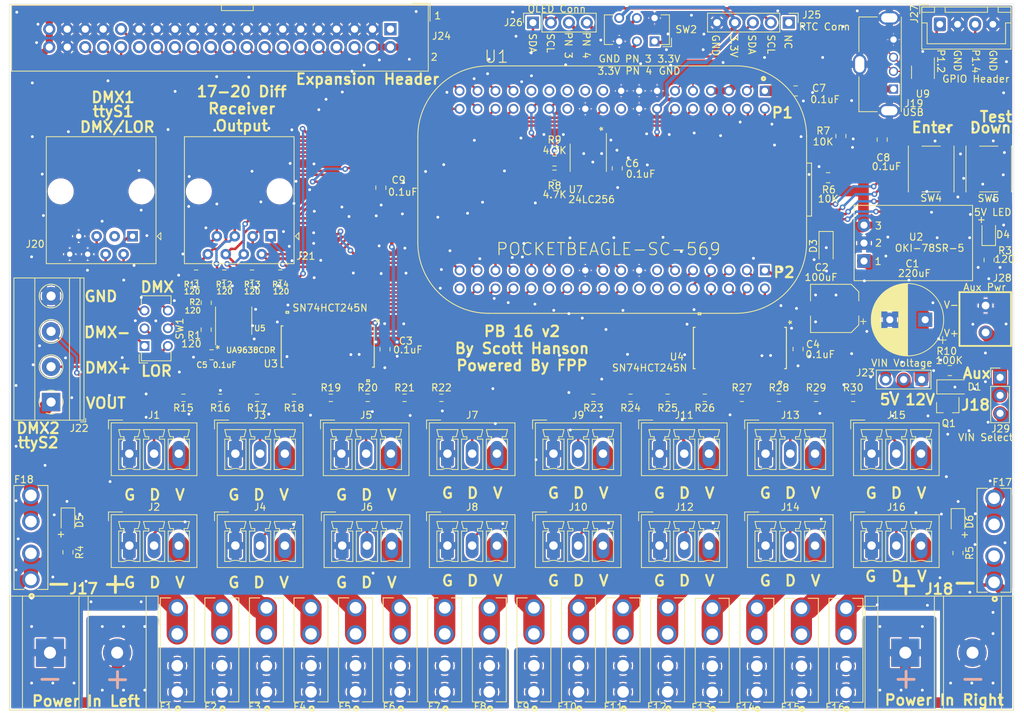
<source format=kicad_pcb>
(kicad_pcb (version 20211014) (generator pcbnew)
  (title_block (title "PB 16") (date "2020-08-11") (rev "v2") (company "Scott Hanson"))
  (layers (0 "F.Cu" signal) (31 "B.Cu" signal) (34 "B.Paste" user) (35 "F.Paste" user) (36 "B.SilkS" user "B.Silkscreen") (37 "F.SilkS" user "F.Silkscreen") (38 "B.Mask" user) (39 "F.Mask" user) (44 "Edge.Cuts" user))
  (net 0 "")
  (net 1 "GND")
  (net 2 "+5V")
  (net 3 "/VIN")
  (net 7 "unconnected-(R7-Pad2)")
  (net 8 "V_DMX")
  (net 9 "VIN1")
  (net 10 "/Output 1-8/VOUT1")
  (net 11 "/Output 1-8/VOUT2")
  (net 12 "/Output 1-8/VOUT3")
  (net 13 "/Output 1-8/VOUT4")
  (net 14 "/Output 1-8/VOUT5")
  (net 15 "/Output 1-8/VOUT6")
  (net 16 "/Output 1-8/VOUT7")
  (net 17 "VIN2")
  (net 18 "/Output 1-8/VOUT8")
  (net 19 "/Output 9-16/VOUT9")
  (net 20 "/Output 9-16/VOUT10")
  (net 21 "/Output 9-16/VOUT11")
  (net 22 "/Output 9-16/VOUT12")
  (net 23 "/Output 9-16/VOUT13")
  (net 24 "/Output 9-16/VOUT14")
  (net 25 "/Output 9-16/VOUT15")
  (net 26 "/Output 9-16/VOUT16")
  (net 27 "/Output 1-8/DOUT1")
  (net 28 "/Output 1-8/DOUT2")
  (net 29 "/Output 1-8/DOUT3")
  (net 30 "/Output 1-8/DOUT4")
  (net 31 "/Output 1-8/DOUT5")
  (net 32 "/Output 1-8/DOUT6")
  (net 33 "/Output 1-8/DOUT7")
  (net 34 "/Output 1-8/DOUT8")
  (net 35 "/Serial/9V")
  (net 36 "USB_D+")
  (net 37 "USB_D-")
  (net 38 "V_USB")
  (net 39 "Net-(U1-PadP2_36)")
  (net 40 "DATA14")
  (net 41 "DATA12")
  (net 42 "DATA15")
  (net 43 "DATA13")
  (net 44 "DATA11")
  (net 45 "Net-(U1-PadP2_26)")
  (net 46 "DATA10")
  (net 47 "DATA9")
  (net 48 "DATA1")
  (net 49 "DATA2")
  (net 50 "Net-(U1-PadP2_16)")
  (net 51 "Net-(U1-PadP2_14)")
  (net 52 "Net-(U1-PadP1_24)")
  (net 53 "Net-(U1-PadP2_12)")
  (net 54 "DATA3")
  (net 55 "DATA4")
  (net 56 "DATA5")
  (net 57 "DATA6")
  (net 58 "DATA7")
  (net 59 "DATA8")
  (net 60 "DATA16")
  (net 61 "Net-(U1-PadP1_27)")
  (net 62 "Net-(U1-PadP1_25)")
  (net 63 "Net-(U1-PadP1_23)")
  (net 64 "Net-(U1-PadP1_21)")
  (net 65 "Net-(U1-PadP1_19)")
  (net 66 "Net-(U1-PadP1_18)")
  (net 67 "/Serial/DMX1-")
  (net 68 "/Serial/DMX1+")
  (net 69 "/Serial/DMX2-")
  (net 70 "/Serial/DMX2+")
  (net 71 "TXD1")
  (net 72 "TXD2")
  (net 73 "+3V3")
  (net 74 "I2C_SDA")
  (net 75 "I2C_SCL")
  (net 76 "OUT32")
  (net 77 "OUT24")
  (net 78 "OUT31")
  (net 79 "OUT23")
  (net 80 "OUT30")
  (net 81 "OUT22")
  (net 82 "OUT21")
  (net 83 "OUT20")
  (net 84 "OUT27")
  (net 85 "OUT19")
  (net 86 "OUT26")
  (net 87 "OUT18")
  (net 88 "OUT25")
  (net 89 "OUT17")
  (net 90 "Net-(U1-PadP2_13)")
  (net 91 "Net-(U1-PadP2_23)")
  (net 92 "OUT29")
  (net 93 "OUT28")
  (net 94 "Net-(D5-Pad2)")
  (net 95 "Net-(D4-Pad1)")
  (net 96 "Net-(D6-Pad2)")
  (net 97 "GPIO2")
  (net 98 "GPIO1")
  (net 99 "/OLED_Pin_4")
  (net 100 "/OLED_Pin_3")
  (net 101 "/VIN_Fuse")
  (net 102 "USB_DVBUS")
  (net 103 "/USB/V_USB_FB")
  (net 104 "BTN1")
  (net 105 "BTN2")
  (net 106 "Net-(J20-Pad5)")
  (net 107 "Net-(J20-Pad4)")
  (net 108 "Net-(J20-Pad2)")
  (net 109 "Net-(J20-Pad1)")
  (net 110 "Net-(C1-Pad1)")
  (net 111 "Net-(D1-Pad2)")
  (net 112 "VCC")
  (net 113 "OUT36")
  (net 114 "OUT35")
  (net 115 "OUT34")
  (net 116 "OUT33")
  (net 117 "OUT20-")
  (net 118 "OUT20+")
  (net 119 "OUT18-")
  (net 120 "OUT19+")
  (net 121 "OUT19-")
  (net 122 "OUT18+")
  (net 123 "OUT17-")
  (net 124 "OUT17+")
  (net 127 "Net-(J9-Pad2)")
  (net 128 "Net-(J10-Pad2)")
  (net 129 "Net-(J11-Pad2)")
  (net 130 "/Output 9-16/DOUT12")
  (net 131 "/Output 9-16/DOUT13")
  (net 132 "/Output 9-16/DOUT15")
  (net 133 "/Output 9-16/DOUT16")
  (net 134 "Net-(R15-Pad1)")
  (net 135 "Net-(R16-Pad1)")
  (net 136 "Net-(R17-Pad1)")
  (net 137 "Net-(R18-Pad1)")
  (net 138 "Net-(R19-Pad1)")
  (net 139 "Net-(R20-Pad1)")
  (net 140 "Net-(R21-Pad1)")
  (net 141 "Net-(R22-Pad1)")
  (net 142 "Net-(J14-Pad2)")
  (net 143 "Net-(R23-Pad1)")
  (net 144 "Net-(R24-Pad1)")
  (net 145 "Net-(R25-Pad1)")
  (net 146 "Net-(R26-Pad1)")
  (net 147 "Net-(R27-Pad1)")
  (net 148 "Net-(R28-Pad1)")
  (net 149 "Net-(R29-Pad1)")
  (net 150 "Net-(R30-Pad1)")
  (footprint "Capacitor_SMD:C_0805_2012Metric_Pad1.15x1.40mm_HandSolder" (layer "F.Cu") (at 100.7328 102.6126 180)
    (fp_text reference "C5")
    (fp_text value "0.1uF")
  )
  (footprint "Keystone_Fuse:FUSE_3544-2" (layer "F.Cu") (at 75.1788 128.4526 90)
    (fp_text reference "F18")
    (fp_text value "3544-2")
  )
  (footprint "Connector_Phoenix_MC:PhoenixContact_MCV_1,5_3-G-3.5_1x03_P3.50mm_Vertical" (layer "F.Cu") (at 89.1 129.6)
    (fp_text reference "J2")
    (fp_text value "String2")
  )
  (footprint "Connector_Phoenix_MC:PhoenixContact_MCV_1,5_3-G-3.5_1x03_P3.50mm_Vertical" (layer "F.Cu") (at 119.1 116.6)
    (fp_text reference "J5")
    (fp_text value "String5")
  )
  (footprint "Connector_Phoenix_MC:PhoenixContact_MCV_1,5_3-G-3.5_1x03_P3.50mm_Vertical" (layer "F.Cu") (at 119.214342 129.6)
    (fp_text reference "J6")
    (fp_text value "String6")
  )
  (footprint "Connector_Phoenix_MC:PhoenixContact_MCV_1,5_3-G-3.5_1x03_P3.50mm_Vertical" (layer "F.Cu") (at 134.1 116.6)
    (fp_text reference "J7")
    (fp_text value "String7")
  )
  (footprint "Connector_Phoenix_MC:PhoenixContact_MCV_1,5_3-G-3.5_1x03_P3.50mm_Vertical" (layer "F.Cu") (at 134.1 129.6)
    (fp_text reference "J8")
    (fp_text value "String8")
  )
  (footprint "Connector_Phoenix_MC:PhoenixContact_MCV_1,5_3-G-3.5_1x03_P3.50mm_Vertical" (layer "F.Cu") (at 149.1 116.6)
    (fp_text reference "J9")
    (fp_text value "String9")
  )
  (footprint "Connector_Phoenix_MC:PhoenixContact_MCV_1,5_3-G-3.5_1x03_P3.50mm_Vertical" (layer "F.Cu") (at 149.1 129.6)
    (fp_text reference "J10")
    (fp_text value "String10")
  )
  (footprint "Connector_Phoenix_MC:PhoenixContact_MCV_1,5_3-G-3.5_1x03_P3.50mm_Vertical" (layer "F.Cu") (at 164.1 116.6)
    (fp_text reference "J11")
    (fp_text value "String11")
  )
  (footprint "Connector_Phoenix_MC:PhoenixContact_MCV_1,5_3-G-3.5_1x03_P3.50mm_Vertical" (layer "F.Cu") (at 164.1 129.6)
    (fp_text reference "J12")
    (fp_text value "String12")
  )
  (footprint "Connector_Phoenix_MC:PhoenixContact_MCV_1,5_3-G-3.5_1x03_P3.50mm_Vertical" (layer "F.Cu") (at 179.1 116.6)
    (fp_text reference "J13")
    (fp_text value "String13")
  )
  (footprint "Connector_Phoenix_MC:PhoenixContact_MCV_1,5_3-G-3.5_1x03_P3.50mm_Vertical" (layer "F.Cu") (at 179.1 129.6)
    (fp_text reference "J14")
    (fp_text value "String14")
  )
  (footprint "Connector_Phoenix_MC:PhoenixContact_MCV_1,5_3-G-3.5_1x03_P3.50mm_Vertical" (layer "F.Cu") (at 194.1 116.6)
    (fp_text reference "J15")
    (fp_text value "String15")
  )
  (footprint "Connector_Phoenix_MC:PhoenixContact_MCV_1,5_3-G-3.5_1x03_P3.50mm_Vertical" (layer "F.Cu") (at 194.1 129.6)
    (fp_text reference "J16")
    (fp_text value "String16")
  )
  (footprint "Keystone_Fuse:FUSE_3544-2" (layer "F.Cu") (at 95.8788 144.3526 90)
    (fp_text reference "F1")
    (fp_text value "3544-2")
  )
  (footprint "Keystone_Fuse:FUSE_3544-2" (layer "F.Cu") (at 133.718796 144.3486 90)
    (fp_text reference "F7")
    (fp_text value "3544-2")
  )
  (footprint "Keystone_Fuse:FUSE_3544-2" (layer "F.Cu") (at 102.185466 144.3526 90)
    (fp_text reference "F2")
    (fp_text value "3544-2")
  )
  (footprint "Keystone_Fuse:FUSE_3544-2" (layer "F.Cu") (at 127.41213 144.3486 90)
    (fp_text reference "F6")
    (fp_text value "3544-2")
  )
  (footprint "Keystone_Fuse:FUSE_3544-2" (layer "F.Cu") (at 140.025462 144.3486 90)
    (fp_text reference "F8")
    (fp_text value "3544-2")
  )
  (footprint "Keystone_Fuse:FUSE_3544-2" (layer "F.Cu") (at 146.332128 144.3486 90)
    (fp_text reference "F9")
    (fp_text value "3544-2")
  )
  (footprint "Keystone_Fuse:FUSE_3544-2" (layer "F.Cu") (at 152.638794 144.3486 90)
    (fp_text reference "F10")
    (fp_text value "3544-2")
  )
  (footprint "Keystone_Fuse:FUSE_3544-2" (layer "F.Cu") (at 121.105464 144.3486 90)
    (fp_text reference "F5")
    (fp_text value "3544-2")
  )
  (footprint "Keystone_Fuse:FUSE_3544-2" (layer "F.Cu") (at 108.492132 144.3536 90)
    (fp_text reference "F3")
    (fp_text value "3544-2")
  )
  (footprint "Keystone_Fuse:FUSE_3544-2" (layer "F.Cu") (at 158.94546 144.3486 90)
    (fp_text reference "F11")
    (fp_text value "3544-2")
  )
  (footprint "Keystone_Fuse:FUSE_3544-2" (layer "F.Cu") (at 114.798798 144.3536 90)
    (fp_text reference "F4")
    (fp_text value "3544-2")
  )
  (footprint "Connector_Phoenix_MC:PhoenixContact_MCV_1,5_3-G-3.5_1x03_P3.50mm_Vertical" (layer "F.Cu") (at 89.1 116.6)
    (fp_text reference "J1")
    (fp_text value "String1")
  )
  (footprint "Connector_Phoenix_MC:PhoenixContact_MCV_1,5_3-G-3.5_1x03_P3.50mm_Vertical" (layer "F.Cu") (at 104.1 116.6)
    (fp_text reference "J3")
    (fp_text value "String3")
  )
  (footprint "Connector_Phoenix_MC:PhoenixContact_MCV_1,5_3-G-3.5_1x03_P3.50mm_Vertical" (layer "F.Cu") (at 104.1 129.6)
    (fp_text reference "J4")
    (fp_text value "String4")
  )
  (footprint "Keystone_Fuse:FUSE_3544-2" (layer "F.Cu") (at 165.252126 144.3448 90)
    (fp_text reference "F12")
    (fp_text value "3544-2")
  )
  (footprint "SN74HCT245NSR:SN74HCT245NSR" (layer "F.Cu") (at 117.1666 101.4442 -90)
    (fp_text reference "U3")
    (fp_text value "SN74HCT245N")
  )
  (footprint "LED_SMD:LED_0805_2012Metric_Pad1.15x1.40mm_HandSolder" (layer "F.Cu") (at 80.4138 126.133 -90)
    (fp_text reference "D5")
    (fp_text value "VIN1 LED")
  )
  (footprint "LED_SMD:LED_0805_2012Metric_Pad1.15x1.40mm_HandSolder" (layer "F.Cu") (at 206.3206 126.2346 -90)
    (fp_text reference "D6")
    (fp_text value "VIN2 LED")
  )
  (footprint "Resistor_SMD:R_0805_2012Metric_Pad1.15x1.40mm_HandSolder" (layer "F.Cu") (at 80.4138 130.5526 -90)
    (fp_text reference "R4")
    (fp_text value "1K")
  )
  (footprint "Resistor_SMD:R_0805_2012Metric_Pad1.15x1.40mm_HandSolder" (layer "F.Cu") (at 206.3206 130.6542 -90)
    (fp_text reference "R5")
    (fp_text value "1K")
  )
  (footprint "Connector_PinHeader_2.54mm:PinHeader_1x03_P2.54mm_Vertical" (layer "F.Cu") (at 201.1788 106.1194 -90)
    (fp_text reference "J23")
    (fp_text value "VIN Voltage")
  )
  (footprint "Keystone_Fuse:FUSE_3544-2" (layer "F.Cu") (at 211.426 128.8526 90)
    (fp_text reference "F17")
    (fp_text value "3544-2")
  )
  (footprint "Connector_PinHeader_2.54mm:PinHeader_1x03_P2.54mm_Vertical" (layer "F.Cu") (at 212.2788 105.813)
    (fp_text reference "J29")
    (fp_text value "VIN Select")
  )
  (footprint "Connector_USB:USB_A_Molex_105057_Vertical" (layer "F.Cu") (at 197.2026 65.02072 90)
    (fp_text reference "J19")
    (fp_text value "USB")
  )
  (footprint "Resistor_SMD:R_0805_2012Metric_Pad1.15x1.40mm_HandSolder" (layer "F.Cu") (at 187.9564 77.56312 180)
    (fp_text reference "R6")
    (fp_text value "10K")
  )
  (footprint "Resistor_SMD:R_0805_2012Metric_Pad1.15x1.40mm_HandSolder" (layer "F.Cu") (at 189.7598 71.67032 -90)
    (fp_text reference "R7")
    (fp_text value "10K")
  )
  (footprint "Capacitor_SMD:C_0805_2012Metric_Pad1.15x1.40mm_HandSolder" (layer "F.Cu") (at 195.6026 72.17072 90)
    (fp_text reference "C8")
    (fp_text value "0.1uF")
  )
  (footprint "Capacitor_SMD:C_0805_2012Metric_Pad1.15x1.40mm_HandSolder" (layer "F.Cu") (at 125.2692 101.8252 -90)
    (fp_text reference "C3")
    (fp_text value "0.1uF")
  )
  (footprint "Package_SO:SOIC-8_3.9x4.9mm_P1.27mm" (layer "F.Cu") (at 103.862 97.7866 90)
    (fp_text reference "U5")
    (fp_text value "UA9638CDR")
  )
  (footprint "Capacitor_SMD:C_0805_2012Metric_Pad1.15x1.40mm_HandSolder" (layer "F.Cu") (at 158.12104 76.23908 90)
    (fp_text reference "C6")
    (fp_text value "0.1uF")
  )
  (footprint "Resistor_SMD:R_0805_2012Metric_Pad1.15x1.40mm_HandSolder" (layer "F.Cu") (at 149.2488 75.2026 180)
    (fp_text reference "R9")
    (fp_text value "4.7K")
  )
  (footprint "Package_SO:SOIC-8_3.9x4.9mm_P1.27mm" (layer "F.Cu") (at 154.02104 74.73908 -90)
    (fp_text reference "U7")
    (fp_text value "24LC256")
  )
  (footprint "Resistor_SMD:R_0805_2012Metric_Pad1.15x1.40mm_HandSolder" (layer "F.Cu") (at 149.2488 77.2026 180)
    (fp_text reference "R8")
    (fp_text value "4.7K")
  )
  (footprint "Capacitor_SMD:CP_Elec_6.3x5.4_Nichicon" (layer "F.Cu") (at 188.8788 96.0526 180)
    (fp_text reference "C2")
    (fp_text value "100uF")
  )
  (footprint "Capacitor_THT:CP_Radial_D10.0mm_P5.00mm" (layer "F.Cu") (at 201.6788 97.6526 180)
    (fp_text reference "C1")
    (fp_text value "220uF")
  )
  (footprint "LED_SMD:LED_0805_2012Metric_Pad1.15x1.40mm_HandSolder" (layer "F.Cu") (at 210.6788 85.3026 90)
    (fp_text reference "D4")
    (fp_text value "5V LED")
  )
  (footprint "Resistor_SMD:R_0805_2012Metric_Pad1.15x1.40mm_HandSolder" (layer "F.Cu") (at 210.7288 89.2026 90)
    (fp_text reference "R3")
    (fp_text value "120")
  )
  (footprint "Converter_DCDC:Converter_DCDC_muRata_OKI-78SR_Horizontal" (layer "F.Cu") (at 193.0288 89.3526 90)
    (fp_text reference "U2")
    (fp_text value "OKI-78SR-5")
  )
  (footprint "Diode_SMD:D_SOD-123" (layer "F.Cu") (at 187.6688 87.4126 -90)
    (fp_text reference "D3")
    (fp_text value "Zener 5.1V")
  )
  (footprint "Capacitor_SMD:C_0805_2012Metric_Pad1.15x1.40mm_HandSolder" (layer "F.Cu") (at 183.359 65.28476)
    (fp_text reference "C7")
    (fp_text value "0.1uF")
  )
  (footprint "Resistor_SMD:R_0805_2012Metric_Pad1.15x1.40mm_HandSolder" (layer "F.Cu") (at 99.9708 99.0566 -90)
    (fp_text reference "R2")
    (fp_text value "120")
  )
  (footprint "TerminalBlock_Phoenix:TerminalBlock_Phoenix_MKDS-1,5-4_1x04_P5.00mm_Horizontal" (layer "F.Cu") (at 78.0288 109.3026 90)
    (fp_text reference "J22")
    (fp_text value "DMX2")
  )
  (footprint "Resistor_SMD:R_0805_2012Metric_Pad1.15x1.40mm_HandSolder" (layer "F.Cu") (at 99.9788 95.2526 90)
    (fp_text reference "R1")
    (fp_text value "120")
  )
  (footprint "POCKETBEAGLE:BEAGLE_POCKETBEAGLE-SC-569" (layer "F.Cu") (at 157.41036 79.2446 -90)
    (fp_text reference "U1")
    (fp_text value "POCKETBEAGLE-SC-569")
  )
  (footprint "Connector_IDC:IDC-Header_2x20_P2.54mm_Vertical" (layer "F.Cu") (at 126.03992 56.54556 -90)
    (fp_text reference "J24")
    (fp_text value "Expansion Header")
  )
  (footprint "SN74HCT245NSR:SN74HCT245NSR" (layer "F.Cu") (at 175.46976 101.65248 -90)
    (fp_text reference "U4")
    (fp_text value "SN74HCT245N")
  )
  (footprint "Connector_PinHeader_2.54mm:PinHeader_1x05_P2.54mm_Vertical" (layer "F.Cu") (at 182.38768 55.62584 -90)
    (fp_text reference "J25")
    (fp_text value "RTC Conn")
  )
  (footprint "Connector_PinSocket_2.54mm:PinSocket_1x04_P2.54mm_Vertical" (layer "F.Cu") (at 146.19768 55.62584 90)
    (fp_text reference "J26")
    (fp_text value "OLED Conn")
  )
  (footprint "Button_Switch_THT:SW_CuK_JS202011CQN_DPDT_Straight" (layer "F.Cu") (at 163.3988 58.2726 180)
    (fp_text reference "SW2")
    (fp_text value "OLED Select")
  )
  (footprint "Capacitor_SMD:C_0805_2012Metric_Pad1.15x1.40mm_HandSolder" (layer "F.Cu") (at 183.69936 101.7998 -90)
    (fp_text reference "C4")
    (fp_text value "0.1uF")
  )
  (footprint "Connector_RJ:RJ45_Amphenol_54602-x08_Horizontal" (layer "F.Cu") (at 89.5568 85.84352 180)
    (fp_text reference "J20")
    (fp_text value "DMX1 RJ45")
  )
  (footprint "Connector_RJ:RJ45_Amphenol_54602-x08_Horizontal" (layer "F.Cu") (at 109.0944 85.84352 180)
    (fp_text reference "J21")
    (fp_text value "Diff Out")
  )
  (footprint "Diode_SMD:D_SOD-123" (layer "F.Cu") (at 205.5788 107.1526)
    (fp_text reference "D1")
    (fp_text value "Zener 10V")
  )
  (footprint "Package_TO_SOT_SMD:SOT-23" (layer "F.Cu") (at 204.8788 110.0526 -90)
    (fp_text reference "Q1")
    (fp_text value "DMP3056L")
  )
  (footprint "Resistor_SMD:R_0805_2012Metric_Pad1.15x1.40mm_HandSolder" (layer "F.Cu") (at 205.1788 104.8526)
    (fp_text reference "R10")
    (fp_text value "100K")
  )
  (footprint "Barrier_Blocks:BARRIER_BLOCK_1ROW_2POS_P9.5MM" (layer "F.Cu") (at 193.1788 152.8526)
    (fp_text reference "J18")
    (fp_text value "Power In Right")
  )
  (footprint "Keystone_Fuse:FUSE_3544-2" (layer "F.Cu") (at 171.558792 144.4136 90)
    (fp_text reference "F13")
    (fp_text value "3544-2")
  )
  (footprint "Keystone_Fuse:FUSE_3544-2" (layer "F.Cu") (at 177.865458 144.4136 90)
    (fp_text reference "F14")
    (fp_text value "3544-2")
  )
  (footprint "Keystone_Fuse:FUSE_3544-2" (layer "F.Cu") (at 184.172124 144.4136 90)
    (fp_text reference "F15")
    (fp_text value "3544-2")
  )
  (footprint "Keystone_Fuse:FUSE_3544-2" (layer "F.Cu") (at 190.4788 144.4136 90)
    (fp_text reference "F16")
    (fp_text value "3544-2")
  )
  (footprint "Barrier_Blocks:BARRIER_BLOCK_1ROW_2POS_P9.5MM" (layer "F.Cu") (at 72.1788 152.8526)
    (fp_text reference "J17")
    (fp_text value "Power In Left")
  )
  (footprint "Capacitor_SMD:C_0805_2012Metric_Pad1.15x1.40mm_HandSolder" (layer "F.Cu") (at 124.6788 78.9776 -90)
    (fp_text reference "C9")
    (fp_text value "0.1uF")
  )
  (footprint "Resistor_SMD:R_0805_2012Metric_Pad1.15x1.40mm_HandSolder" (layer "F.Cu") (at 98.5538 91.3276)
    (fp_text reference "R11")
    (fp_text value "120")
  )
  (footprint "Resistor_SMD:R_0805_2012Metric_Pad1.15x1.40mm_HandSolder" (layer "F.Cu") (at 102.5288 91.3276 180)
    (fp_text reference "R12")
    (fp_text value "120")
  )
  (footprint "Resistor_SMD:R_0805_2012Metric_Pad1.15x1.40mm_HandSolder" (layer "F.Cu") (at 110.4538 91.3276 180)
    (fp_text reference "R14")
    (fp_text value "120")
  )
  (footprint "Resistor_SMD:R_0805_2012Metric_Pad1.15x1.40mm_HandSolder" (layer "F.Cu") (at 106.4538 91.3276)
    (fp_text reference "R13")
    (fp_text value "120")
  )
  (footprint "MKDS1_2-3.81:PHOENIX_MKDS1_2-3.81" (layer "F.Cu") (at 210.1788 97.5526 90)
    (fp_text reference "J28")
    (fp_text value "Aux Pwr")
  )
  (footprint "Button_Switch_THT:SW_CuK_JS202011CQN_DPDT_Straight" (layer "F.Cu") (at 91.2488 101.3626 90)
    (fp_text reference "SW1")
    (fp_text value "DMX_LOR_Select")
  )
  (footprint "Package_TO_SOT_SMD:SOT-23-6_Handsoldering" (layer "F.Cu") (at 201.3688 62.6426 -90)
    (fp_text reference "U9")
    (fp_text value "TPD4S009DBVR")
  )
  (footprint "Connector_JST:JST_XH_B4B-XH-A_1x04_P2.50mm_Vertical" (layer "F.Cu") (at 203.76028 55.86136)
    (fp_text reference "J27")
    (fp_text value "GPIO Header")
  )
  (footprint "Button_Switch_SMD:SW_Push_1P1T_NO_6x6mm_H9.5mm" (layer "F.Cu") (at 202.5288 76.3326 90)
    (fp_text reference "SW4")
    (fp_text value "Enter BTN")
  )
  (footprint "Button_Switch_SMD:SW_Push_1P1T_NO_6x6mm_H9.5mm" (layer "F.Cu") (at 210.6788 76.3326 90)
    (fp_text reference "SW5")
    (fp_text value "Down BTN")
  )
  (footprint "Resistor_SMD:R_0603_1608Metric_Pad0.98x0.95mm_HandSolder" (layer "F.Cu") (at 159.9988 108.7026 180)
    (fp_text reference "R24")
    (fp_text value "33")
  )
  (footprint "Resistor_SMD:R_0603_1608Metric_Pad0.98x0.95mm_HandSolder" (layer "F.Cu") (at 96.7488 108.7026 180)
    (fp_text reference "R15")
    (fp_text value "33")
  )
  (footprint "Resistor_SMD:R_0603_1608Metric_Pad0.98x0.95mm_HandSolder" (layer "F.Cu") (at 180.9988 108.7026)
    (fp_text reference "R28")
    (fp_text value "33")
  )
  (footprint "Resistor_SMD:R_0603_1608Metric_Pad0.98x0.95mm_HandSolder" (layer "F.Cu") (at 133.2488 108.7026)
    (fp_text reference "R22")
    (fp_text value "33")
  )
  (footprint "Resistor_SMD:R_0603_1608Metric_Pad0.98x0.95mm_HandSolder" (layer "F.Cu") (at 170.4988 108.7026 180)
    (fp_text reference "R26")
    (fp_text value "33")
  )
  (footprint "Resistor_SMD:R_0603_1608Metric_Pad0.98x0.95mm_HandSolder" (layer "F.Cu") (at 191.4988 108.7026)
    (fp_text reference "R30")
    (fp_text value "33")
  )
  (footprint "Resistor_SMD:R_0603_1608Metric_Pad0.98x0.95mm_HandSolder" (layer "F.Cu") (at 112.391655 108.7026 180)
    (fp_text reference "R18")
    (fp_text value "33")
  )
  (footprint "Resistor_SMD:R_0603_1608Metric_Pad0.98x0.95mm_HandSolder" (layer "F.Cu") (at 122.820225 108.7026)
    (fp_text reference "R20")
    (fp_text value "33")
  )
  (footprint "Resistor_SMD:R_0603_1608Metric_Pad0.98x0.95mm_HandSolder" (layer "F.Cu") (at 175.7488 108.7026)
    (fp_text reference "R27")
    (fp_text value "33")
  )
  (footprint "Resistor_SMD:R_0603_1608Metric_Pad0.98x0.95mm_HandSolder" (layer "F.Cu") (at 128.03451 108.7026)
    (fp_text reference "R21")
    (fp_text value "33")
  )
  (footprint "Resistor_SMD:R_0603_1608Metric_Pad0.98x0.95mm_HandSolder" (layer "F.Cu") (at 186.2488 108.7026)
    (fp_text reference "R29")
    (fp_text value "33")
  )
  (footprint "Resistor_SMD:R_0603_1608Metric_Pad0.98x0.95mm_HandSolder" (layer "F.Cu") (at 117.60594 108.7026)
    (fp_text reference "R19")
    (fp_text value "33")
  )
  (footprint "Resistor_SMD:R_0603_1608Metric_Pad0.98x0.95mm_HandSolder" (layer "F.Cu") (at 154.7488 108.7026 180)
    (fp_text reference "R23")
    (fp_text value "33")
  )
  (footprint "Resistor_SMD:R_0603_1608Metric_Pad0.98x0.95mm_HandSolder" (layer "F.Cu") (at 107.17737 108.7026 180)
    (fp_text reference "R17")
    (fp_text value "33")
  )
  (footprint "Resistor_SMD:R_0603_1608Metric_Pad0.98x0.95mm_HandSolder" (layer "F.Cu") (at 165.2488 108.7026 180)
    (fp_text reference "R25")
    (fp_text value "33")
  )
  (footprint "Resistor_SMD:R_0603_1608Metric_Pad0.98x0.95mm_HandSolder" (layer "F.Cu") (at 101.963085 108.7026 180)
    (fp_text reference "R16")
    (fp_text value "33")
  )
  (gr_line (start 102.12596 53.12568) (end 102.12596 53.92568) (layer "F.SilkS") (width 0.12))
  (gr_line (start 102.12596 53.92568) (end 106.62596 53.92568) (layer "F.SilkS") (width 0.12))
  (gr_line (start 194.7418 138.1887) (end 192.1129 138.1887) (layer "F.SilkS") (width 0.12))
  (gr_line (start 106.62596 53.92568) (end 106.62596 53.12568) (layer "F.SilkS") (width 0.12))
  (gr_line (start 214.2288 152.88936) (end 214.2288 52.99624) (layer "Edge.Cuts") (width 0.05))
  (gr_line (start 72.1288 52.99624) (end 72.1288 152.88936) (layer "Edge.Cuts") (width 0.05))
  (gr_line (start 214.2288 52.99624) (end 72.1288 52.99624) (layer "Edge.Cuts") (width 0.05))
  (gr_line (start 214.2288 152.88936) (end 72.1288 152.88936) (layer "Edge.Cuts") (width 0.05))
  (gr_text "-" (at 208.4288 148.3026) (layer "B.SilkS") (effects (font (size 3 3) (thickness 0.4))))
  (gr_text "+" (at 198.9788 148.3026) (layer "B.SilkS") (effects (font (size 3 3) (thickness 0.4)) (justify mirror)))
  (gr_text "-" (at 77.8788 148.3026) (layer "B.SilkS") (effects (font (size 3 3) (thickness 0.4))))
  (gr_text "+" (at 87.4288 148.3526) (layer "B.SilkS") (effects (font (size 3 3) (thickness 0.4)) (justify mirror)))
  (gr_text "G" (at 103.886 134.828) (layer "F.SilkS") (effects (font (size 1.5 1.5) (thickness 0.3))))
  (gr_text "D" (at 122.682 134.828) (layer "F.SilkS") (effects (font (size 1.5 1.5) (thickness 0.3))))
  (gr_text "V" (at 171.196 134.574) (layer "F.SilkS") (effects (font (size 1.5 1.5) (thickness 0.3))))
  (gr_text "D" (at 167.64 134.574) (layer "F.SilkS") (effects (font (size 1.5 1.5) (thickness 0.3))))
  (gr_text "V" (at 186.182 134.574) (layer "F.SilkS") (effects (font (size 1.5 1.5) (thickness 0.3))))
  (gr_text "G" (at 119.126 134.828) (layer "F.SilkS") (effects (font (size 1.5 1.5) (thickness 0.3))))
  (gr_text "G" (at 179.07 134.574) (layer "F.SilkS") (effects (font (size 1.5 1.5) (thickness 0.3))))
  (gr_text "V" (at 201.2288 133.9526) (layer "F.SilkS") (effects (font (size 1.5 1.5) (thickness 0.3))))
  (gr_text "D" (at 197.6788 133.9526) (layer "F.SilkS") (effects (font (size 1.5 1.5) (thickness 0.3))))
  (gr_text "G" (at 193.9788 133.9526) (layer "F.SilkS") (effects (font (size 1.5 1.5) (thickness 0.3))))
  (gr_text "D" (at 137.668 134.574) (layer "F.SilkS") (effects (font (size 1.5 1.5) (thickness 0.3))))
  (gr_text "D" (at 107.442 134.828) (layer "F.SilkS") (effects (font (size 1.5 1.5) (thickness 0.3))))
  (gr_text "D" (at 182.626 134.574) (layer "F.SilkS") (effects (font (size 1.5 1.5) (thickness 0.3))))
  (gr_text "V" (at 96.266 134.828) (layer "F.SilkS") (effects (font (size 1.5 1.5) (thickness 0.3))))
  (gr_text "V" (at 156.21 134.574) (layer "F.SilkS") (effects (font (size 1.5 1.5) (thickness 0.3))))
  (gr_text "G" (at 149.098 134.574) (layer "F.SilkS") (effects (font (size 1.5 1.5) (thickness 0.3))))
  (gr_text "G" (at 134.112 134.574) (layer "F.SilkS") (effects (font (size 1.5 1.5) (thickness 0.3))))
  (gr_text "V" (at 110.998 134.828) (layer "F.SilkS") (effects (font (size 1.5 1.5) (thickness 0.3))))
  (gr_text "G" (at 89.154 134.828) (layer "F.SilkS") (effects (font (size 1.5 1.5) (thickness 0.3))))
  (gr_text "D" (at 92.71 134.828) (layer "F.SilkS") (effects (font (size 1.5 1.5) (thickness 0.3))))
  (gr_text "V" (at 141.224 134.574) (layer "F.SilkS") (effects (font (size 1.5 1.5) (thickness 0.3))))
  (gr_text "V" (at 126.238 134.828) (layer "F.SilkS") (effects (font (size 1.5 1.5) (thickness 0.3))))
  (gr_text "D" (at 152.654 134.574) (layer "F.SilkS") (effects (font (size 1.5 1.5) (thickness 0.3))))
  (gr_text "G" (at 164.084 134.574) (layer "F.SilkS") (effects (font (size 1.5 1.5) (thickness 0.3))))
  (gr_text "12V" (at 200.971 108.9642) (layer "F.SilkS") (effects (font (size 1.5 1.5) (thickness 0.3))))
  (gr_text "5V" (at 196.653 108.9642) (layer "F.SilkS") (effects (font (size 1.5 1.5) (thickness 0.3))))
  (gr_text "D" (at 92.71 122.428) (layer "F.SilkS") (effects (font (size 1.5 1.5) (thickness 0.3))))
  (gr_text "G" (at 89.154 122.428) (layer "F.SilkS") (effects (font (size 1.5 1.5) (thickness 0.3))))
  (gr_text "V" (at 96.266 122.428) (layer "F.SilkS") (effects (font (size 1.5 1.5) (thickness 0.3))))
  (gr_text "DMX-" (at 85.9788 99.4526) (layer "F.SilkS") (effects (font (size 1.5 1.5) (thickness 0.3))))
  (gr_text "GND" (at 85.0788 94.3526) (layer "F.SilkS") (effects (font (size 1.5 1.5) (thickness 0.3))))
  (gr_text "PB 16 v2\nBy Scott Hanson\nPowered By FPP" (at 144.65448 101.71344) (layer "F.SilkS") (effects (font (size 1.5 1.5) (thickness 0.3))))
  (gr_text "17-20 Diff\nReceiver\nOutput" (at 104.9988 67.8026) (layer "F.SilkS") (effects (font (size 1.5 1.5) (thickness 0.3))))
  (gr_text "DMX/LOR" (at 87.3988 70.4026) (layer "F.SilkS") (effects (font (size 1.5 1.5) (thickness 0.3))))
  (gr_text "P1.4" (at 208.84028 61.09376 270) (layer "F.SilkS") (effects (font (size 1 1))))
  (gr_text "GND" (at 206.24948 60.99216 270) (layer "F.SilkS") (effects (font (size 1 1))))
  (gr_text "GND" (at 211.27868 60.99216 270) (layer "F.SilkS") (effects (font (size 1 1))))
  (gr_text "3.3V" (at 156.943 62.4806) (layer "F.SilkS") (effects (font (size 1 1))))
  (gr_text "GND" (at 165.52312 62.46536) (layer "F.SilkS") (effects (font (size 1 1))))
  (gr_text "GND" (at 157.0192 60.73816) (layer "F.SilkS") (effects (font (size 1 1))))
  (gr_text "PN 3" (at 161.11208 60.76216) (layer "F.SilkS") (effects (font (size 1 1))))
  (gr_text "2" (at 132.2288 60.5026) (layer "F.SilkS") (effects (font (size 1 1))))
  (gr_text "J18" (at 208.8088 109.7126) (layer "F.SilkS") (effects (font (size 1.5 1.5) (thickness 0.3))))
  (gr_text "Down" (at 210.9288 70.4926) (layer "F.SilkS") (effects (font (size 1.5 1.5) (thickness 0.3))))
  (gr_text "LOR" (at 92.9488 104.9126) (layer "F.SilkS") (effects (font (size 1.5 1.5) (thickness 0.3))))
  (gr_text "PN 3" (at 151.20768 58.83824 270) (layer "F.SilkS") (effects (font (size 1 1))))
  (gr_text "NC" (at 182.28768 58.34084 270) (layer "F.SilkS") (effects (font (size 1 1))))
  (gr_text "SDA" (at 146.14768 58.546793 270) (layer "F.SilkS") (effects (font (size 1 1))))
  (gr_text "SDA" (at 177.16768 58.721793 270) (layer "F.SilkS") (effects (font (size 1 1))))
  (gr_text "SCL" (at 148.67768 58.522983 270) (layer "F.SilkS") (effects (font (size 1 1))))
  (gr_text "PN 4" (at 153.74768 58.83824 270) (layer "F.SilkS") (effects (font (size 1 1))))
  (gr_text "GND" (at 172.04768 58.84084 270) (layer "F.SilkS") (effects (font (size 1 1))))
  (gr_text "3.3V" (at 174.62768 58.936078 270) (layer "F.SilkS") (effects (font (size 1 1))))
  (gr_text "SCL" (at 179.87768 58.697983 270) (layer "F.SilkS") (effects (font (size 1 1))))
  (gr_text "P2" (at 181.72324 90.94892) (layer "F.SilkS") (effects (font (size 1.5 1.5) (thickness 0.3))))
  (gr_text "+" (at 209.6288 83.4526) (layer "F.SilkS") (effects (font (size 1 1))))
  (gr_text "+" (at 198.9488 135.0826) (layer "F.SilkS") (effects (font (size 3 3) (thickness 0.4))))
  (gr_text "ttyS2" (at 76.1988 115.0526) (layer "F.SilkS") (effects (font (size 1.5 1.5) (thickness 0.3))))
  (gr_text "ttyS1" (at 86.7988 68.2026) (layer "F.SilkS") (effects (font (size 1.5 1.5) (thickness 0.3))))
  (gr_text "1" (at 132.7288 54.6526) (layer "F.SilkS") (effects (font (size 1 1))))
  (gr_text "D" (at 197.612 122.174) (layer "F.SilkS") (effects (font (size 1.5 1.5) (thickness 0.3))))
  (gr_text "D" (at 167.64 122.174) (layer "F.SilkS") (effects (font (size 1.5 1.5) (thickness 0.3))))
  (gr_text "1" (at 195.0288 89.4026) (layer "F.SilkS") (effects (font (size 1 1))))
  (gr_text "-" (at 79.1288 134.8526) (layer "F.SilkS") (effects (font (size 3 3) (thickness 0.4))))
  (gr_text "Enter" (at 202.6988 70.4526) (layer "F.SilkS") (effects (font (size 1.5 1.5) (thickness 0.3))))
  (gr_text "G" (at 164.084 122.174) (layer "F.SilkS") (effects (font (size 1.5 1.5) (thickness 0.3))))
  (gr_text "D" (at 182.626 122.174) (layer "F.SilkS") (effects (font (size 1.5 1.5) (thickness 0.3))))
  (gr_text "V" (at 141.224 122.174) (layer "F.SilkS") (effects (font (size 1.5 1.5) (thickness 0.3))))
  (gr_text "G" (at 134.112 122.174) (layer "F.SilkS") (effects (font (size 1.5 1.5) (thickness 0.3))))
  (gr_text "+" (at 87.1288 134.8726) (layer "F.SilkS") (effects (font (size 3 3) (thickness 0.4))))
  (gr_text "P1" (at 181.48448 68.37848) (layer "F.SilkS") (effects (font (size 1.5 1.5) (thickness 0.3))))
  (gr_text "2" (at 195.0788 86.8026) (layer "F.SilkS") (effects (font (size 1 1))))
  (gr_text "V" (at 186.182 122.174) (layer "F.SilkS") (effects (font (size 1.5 1.5) (thickness 0.3))))
  (gr_text "+" (at 79.4288 127.9526) (layer "F.SilkS") (effects (font (size 1 1))))
  (gr_text "V+" (at 205.3788 99.5526) (layer "F.SilkS") (effects (font (size 1 1))))
  (gr_text "V" (at 126.238 122.428) (layer "F.SilkS") (effects (font (size 1.5 1.5) (thickness 0.3))))
  (gr_text "3" (at 195.0746 84.3718) (layer "F.SilkS") (effects (font (size 1 1))))
  (gr_text "VOUT" (at 85.7788 109.4526) (layer "F.SilkS") (effects (font (size 1.5 1.5) (thickness 0.3))))
  (gr_text "Aux" (at 208.9688 105.2226) (layer "F.SilkS") (effects (font (size 1.5 1.5) (thickness 0.3))))
  (gr_text "V" (at 110.998 122.428) (layer "F.SilkS") (effects (font (size 1.5 1.5) (thickness 0.3))))
  (gr_text "Test" (at 211.6988 68.9426) (layer "F.SilkS") (effects (font (size 1.5 1.5) (thickness 0.3))))
  (gr_text "D" (at 137.668 122.174) (layer "F.SilkS") (effects (font (size 1.5 1.5) (thickness 0.3))))
  (gr_text "V" (at 171.196 122.174) (layer "F.SilkS") (effects (font (size 1.5 1.5) (thickness 0.3))))
  (gr_text "3.3V" (at 165.43008 60.76216) (layer "F.SilkS") (effects (font (size 1 1))))
  (gr_text "DMX" (at 93.0488 93.0326) (layer "F.SilkS") (effects (font (size 1.5 1.5) (thickness 0.3))))
  (gr_text "G" (at 149.098 122.174) (layer "F.SilkS") (effects (font (size 1.5 1.5) (thickness 0.3))))
  (gr_text "-" (at 207.3288 134.7026) (layer "F.SilkS") (effects (font (size 3 3) (thickness 0.4))))
  (gr_text "G" (at 119.126 122.428) (layer "F.SilkS") (effects (font (size 1.5 1.5) (thickness 0.3))))
  (gr_text "D" (at 152.654 122.174) (layer "F.SilkS") (effects (font (size 1.5 1.5) (thickness 0.3))))
  (gr_text "D" (at 122.682 122.428) (layer "F.SilkS") (effects (font (size 1.5 1.5) (thickness 0.3))))
  (gr_text "G" (at 179.07 122.174) (layer "F.SilkS") (effects (font (size 1.5 1.5) (thickness 0.3))))
  (gr_text "G" (at 194.056 122.174) (layer "F.SilkS") (effects (font (size 1.5 1.5) (thickness 0.3))))
  (gr_text "P1.2" (at 203.9088 61.0726 270) (layer "F.SilkS") (effects (font (size 1 1))))
  (gr_text "DMX+" (at 86.0788 104.4526) (layer "F.SilkS") (effects (font (size 1.5 1.5) (thickness 0.3))))
  (gr_text "D" (at 107.442 122.428) (layer "F.SilkS") (effects (font (size 1.5 1.5) (thickness 0.3))))
  (gr_text "DMX1" (at 86.7988 66.2026) (layer "F.SilkS") (effects (font (size 1.5 1.5) (thickness 0.3))))
  (gr_text "G" (at 103.886 122.428) (layer "F.SilkS") (effects (font (size 1.5 1.5) (thickness 0.3))))
  (gr_text "+" (at 207.2788 128.0026) (layer "F.SilkS") (effects (font (size 1 1))))
  (gr_text "V-" (at 205.3788 95.5526) (layer "F.SilkS") (effects (font (size 1 1))))
  (gr_text "V" (at 201.168 122.174) (layer "F.SilkS") (effects (font (size 1.5 1.5) (thickness 0.3))))
  (gr_text "V" (at 156.21 122.174) (layer "F.SilkS") (effects (font (size 1.5 1.5) (thickness 0.3))))
  (gr_text "PN 4" (at 161.17972 62.46536) (layer "F.SilkS") (effects (font (size 1 1))))
  (via (at 183.69428 104.17216) (size 0.8) (drill 0.4) (layers "F.Cu" "B.Cu") (net 1))
  (via (at 97.50184 81.62712) (size 0.8) (drill 0.4) (layers "F.Cu" "B.Cu") (net 1))
  (via (at 97.57296 77.39548) (size 0.8) (drill 0.4) (layers "F.Cu" "B.Cu") (net 1))
  (via (at 114.6088 79.2626) (size 0.8) (drill 0.4) (layers "F.Cu" "B.Cu") (net 1))
  (via (at 120.7888 91.0426) (size 0.8) (drill 0.4) (layers "F.Cu" "B.Cu") (net 1))
  (via (at 95.4688 94.9526) (size 0.8) (drill 0.4) (layers "F.Cu" "B.Cu") (net 1))
  (via (at 170.3788 57.2526) (size 0.8) (drill 0.4) (layers "F.Cu" "B.Cu") (net 1))
  (via (at 209.1788 90.2526) (size 0.8) (drill 0.4) (layers "F.Cu" "B.Cu") (net 1))
  (via (at 181.2788 95.6526) (size 0.8) (drill 0.4) (layers "F.Cu" "B.Cu") (net 1))
  (via (at 131.0088 76.6826) (size 0.8) (drill 0.4) (layers "F.Cu" "B.Cu") (net 1))
  (via (at 101.4788 81.2776) (size 0.8) (drill 0.4) (layers "F.Cu" "B.Cu") (net 1))
  (via (at 134.4588 87.8926) (size 0.8) (drill 0.4) (layers "F.Cu" "B.Cu") (net 1))
  (via (at 165.0788 59.4526) (size 0.8) (drill 0.4) (layers "F.Cu" "B.Cu") (net 1))
  (via (at 110.9088 85.1826) (size 0.8) (drill 0.4) (layers "F.Cu" "B.Cu") (net 1))
  (via (at 167.1888 88.0126) (size 0.8) (drill 0.4) (layers "F.Cu" "B.Cu") (net 1))
  (via (at 111.7288 87.2726) (size 0.8) (drill 0.4) (layers "F.Cu" "B.Cu") (net 1))
  (via (at 86.2788 108.3526) (size 0.8) (drill 0.4) (layers "F.Cu" "B.Cu") (net 1))
  (via (at 137.9088 72.2726) (size 0.8) (drill 0.4) (layers "F.Cu" "B.Cu") (net 1))
  (via (at 168.9826 96.22196) (size 0.8) (drill 0.4) (layers "F.Cu" "B.Cu") (net 1))
  (via (at 146.6288 117.4526) (size 0.8) (drill 0.4) (layers "F.Cu" "B.Cu") (net 1))
  (via (at 111.8488 75.5426) (size 0.8) (drill 0.4) (layers "F.Cu" "B.Cu") (net 1))
  (via (at 116.1788 89.2526) (size 0.8) (drill 0.4) (layers "F.Cu" "B.Cu") (net 1))
  (via (at 191.2788 102.4526) (size 0.8) (drill 0.4) (layers "F.Cu" "B.Cu") (net 1))
  (via (at 121.6116 102.5618) (size 0.8) (drill 0.4) (layers "F.Cu" "B.Cu") (net 1))
  (via (at 161.42864 61.4392) (size 0.8) (drill 0.4) (layers "F.Cu" "B.Cu") (net 1))
  (via (at 164.5988 85.9926) (size 0.8) (drill 0.4) (layers "F.Cu" "B.Cu") (net 1))
  (via (at 83.1788 90.6526) (size 0.8) (drill 0.4) (layers "F.Cu" "B.Cu") (net 1))
  (via (at 119.1688 81.7126) (size 0.8) (drill 0.4) (layers "F.Cu" "B.Cu") (net 1))
  (via (at 115.1788 86.8526) (size 0.8) (drill 0.4) (layers "F.Cu" "B.Cu") (net 1))
  (via (at 82.9788 134.6526) (size 0.8) (drill 0.4) (layers "F.Cu" "B.Cu") (net 1))
  (via (at 128.7088 60.8126) (size 0.8) (drill 0.4) (layers "F.Cu" "B.Cu") (net 1))
  (via (at 208.7288 129.4526) (size 0.8) (drill 0.4) (layers "F.Cu" "B.Cu") (net 1))
  (via (at 173.0974 61.26648) (size 0.8) (drill 0.4) (layers "F.Cu" "B.Cu") (net 1))
  (via (at 144.5988 63.9826) (size 0.8) (drill 0.4) (layers "F.Cu" "B.Cu") (net 1))
  (via (at 187.1788 60.5526) (size 0.8) (drill 0.4) (layers "F.Cu" "B.Cu") (net 1))
  (via (at 144.9088 86.8626) (size 0.8) (drill 0.4) (layers "F.Cu" "B.Cu") (net 1))
  (via (at 144.6988 88.7726) (size 0.8) (drill 0.4) (layers "F.Cu" "B.Cu") (net 1))
  (via (at 116.9288 66.4726) (size 0.8) (drill 0.4) (layers "F.Cu" "B.Cu") (net 1))
  (via (at 115.9088 67.9426) (size 0.8) (drill 0.4) (layers "F.Cu" "B.Cu") (net 1))
  (via (at 91.4788 111.4526) (size 0.8) (drill 0.4) (layers "F.Cu" "B.Cu") (net 1))
  (via (at 136.9488 82.5926) (size 0.8) (drill 0.4) (layers "F.Cu" "B.Cu") (net 1))
  (via (at 107.7088 80.9826) (size 0.8) (drill 0.4) (layers "F.Cu" "B.Cu") (net 1))
  (via (at 103.6788 92.8526) (size 0.8) (drill 0.4) (layers "F.Cu" "B.Cu") (net 1))
  (via (at 80.0788 103.0526) (size 0.8) (drill 0.4) (layers "F.Cu" "B.Cu") (net 1))
  (via (at 204.8288 70.6726) (size 0.8) (drill 0.4) (layers "F.Cu" "B.Cu") (net 1))
  (via (at 98.1788 102.9526) (size 0.8) (drill 0.4) (layers "F.Cu" "B.Cu") (net 1))
  (via (at 178.95972 60.55528) (size 0.8) (drill 0.4) (layers "F.Cu" "B.Cu") (net 1))
  (via (at 75.2788 88.7526) (size 0.8) (drill 0.4) (layers "F.Cu" "B.Cu") (net 1))
  (via (at 157.6388 86.0426) (size 0.8) (drill 0.4) (layers "F.Cu" "B.Cu") (net 1))
  (via (at 81.2788 149.0526) (size 0.8) (drill 0.4) (layers "F.Cu" "B.Cu") (net 1))
  (via (at 139.7788 62.8526) (size 0.8) (drill 0.4) (layers "F.Cu" "B.Cu") (net 1))
  (via (at 185.75168 65.51336) (size 0.8) (drill 0.4) (layers "F.Cu" "B.Cu") (net 1))
  (via (at 91.5788 85.7526) (size 0.8) (drill 0.4) (layers "F.Cu" "B.Cu") (net 1))
  (via (at 202.7788 95.2526) (size 0.8) (drill 0.4) (layers "F.Cu" "B.Cu") (net 1))
  (via (at 80.2788 123.3526) (size 0.8) (drill 0.4) (layers "F.Cu" "B.Cu") (net 1))
  (via (at 196.7788 107.9526) (size 0.8) (drill 0.4) (layers "F.Cu" "B.Cu") (net 1))
  (via (at 213.1788 61.1526) (size 0.8) (drill 0.4) (layers "F.Cu" "B.Cu") (net 1))
  (via (at 75.2788 137.0526) (size 0.8) (drill 0.4) (layers "F.Cu" "B.Cu") (net 1))
  (via (at 206.6788 74.2026) (size 0.8) (drill 0.4) (layers "F.Cu" "B.Cu") (net 1))
  (via (at 155.8288 111.4026) (size 0.8) (drill 0.4) (layers "F.Cu" "B.Cu") (net 1))
  (via (at 73.3788 128.6526) (size 0.8) (drill 0.4) (layers "F.Cu" "B.Cu") (net 1))
  (via (at 88.0988 103.0126) (size 0.8) (drill 0.4) (layers "F.Cu" "B.Cu") (net 1))
  (via (at 193.9788 105.7526) (size 0.8) (drill 0.4) (layers "F.Cu" "B.Cu") (net 1))
  (via (at 150.82668 61.58652) (size 0.8) (drill 0.4) (layers "F.Cu" "B.Cu") (net 1))
  (via (at 158.1788 78.9526) (size 0.8) (drill 0.4) (layers "F.Cu" "B.Cu") (net 1))
  (via (at 128.0788 87.5276) (size 0.8) (drill 0.4) (layers "F.Cu" "B.Cu") (net 1))
  (via (at 106.5288 98.4926) (size 0.8) (drill 0.4) (layers "F.Cu" "B.Cu") (net 1))
  (via (at 212.9788 129.2026) (size 0.8) (drill 0.4) (layers "F.Cu" "B.Cu") (net 1))
  (via (at 110.1988 92.8326) (size 0.8) (drill 0.4) (layers "F.Cu" "B.Cu") (net 1))
  (via (at 210.2068 102.3586) (size 0.8) (drill 0.4) (layers "F.Cu" "B.Cu") (net 1))
  (via (at 76.1788 55.8526) (size 0.8) (drill 0.4) (layers "F.Cu" "B.Cu") (net 1))
  (via (at 149.1388 96.3226) (size 0.8) (drill 0.4) (layers "F.Cu" "B.Cu") (net 1))
  (via (at 159.5788 102.5526) (size 0.8) (drill 0.4) (layers "F.Cu" "B.Cu") (net 1))
  (via (at 203.5788 100.3526) (size 0.8) (drill 0.4) (layers "F.Cu" "B.Cu") (net 1))
  (via (at 88.3088 92.0426) (size 0.8) (drill 0.4) (layers "F.Cu" "B.Cu") (net 1))
  (via (at 96.6788 88.3526) (size 0.8) (drill 0.4) (layers "F.Cu" "B.Cu") (net 1))
  (via (at 191.2788 66.6526) (size 0.8) (drill 0.4) (layers "F.Cu" "B.Cu") (net 1))
  (via (at 78.4788 125.2526) (size 0.8) (drill 0.4) (layers "F.Cu" "B.Cu") (net 1))
  (via (at 106.7688 100.3726) (size 0.8) (drill 0.4) (layers "F.Cu" "B.Cu") (net 1))
  (via (at 186.7788 110.9026) (size 0.8) (drill 0.4) (layers "F.Cu" "B.Cu") (net 1))
  (via (at 114.7288 111.1526) (size 0.8) (drill 0.4) (layers "F.Cu" "B.Cu") (net 1))
  (via (at 155.9288 106.0526) (size 0.8) (drill 0.4) (layers "F.Cu" "B.Cu") (net 1))
  (via (at 145.9888 63.1426) (size 0.8) (drill 0.4) (layers "F.Cu" "B.Cu") (net 1))
  (via (at 123.5788 133.5026) (size 0.8) (drill 0.4) (layers "F.Cu" "B.Cu") (net 1))
  (via (at 124.7288 81.4276) (size 0.8) (drill 0.4) (layers "F.Cu" "B.Cu") (net 1))
  (via (at 180.3688 72.9426) (size 0.8) (drill 0.4) (layers "F.Cu" "B.Cu") (net 1))
  (via (at 158.9288 96.3326) (size 0.8) (drill 0.4) (layers "F.Cu" "B.Cu") (net 1))
  (via (at 208.4788 70.6526) (size 0.8) (drill 0.4) (layers "F.Cu" "B.Cu") (net 1))
  (via (at 201.9988 138.0526) (size 0.8) (drill 0.4) (layers "F.Cu" "B.Cu") (net 1))
  (via (at 203.3788 86.0526) (size 0.8) (drill 0.4) (layers "F.Cu" "B.Cu") (net 1))
  (via (at 207.1288 77.6526) (size 0.8) (drill 0.4) (layers "F.Cu" "B.Cu") (net 1))
  (via (at 165.2988 57.2326) (size 0.8) (drill 0.4) (layers "F.Cu" "B.Cu") (net 1))
  (via (at 156.5288 99.0326) (size 0.8) (drill 0.4) (layers "F.Cu" "B.Cu") (net 1))
  (via (at 91.4788 108.1526) (size 0.8) (drill 0.4) (layers "F.Cu" "B.Cu") (net 1))
  (via (at 112.0888 70.7826) (size 0.8) (drill 0.4) (layers "F.Cu" "B.Cu") (net 1))
  (via (at 180.82916 53.96144) (size 0.8) (drill 0.4) (layers "F.Cu" "B.Cu") (net 1))
  (via (at 184.45628 66.70716) (size 0.8) (drill 0.4) (layers "F.Cu" "B.Cu") (net 1))
  (via (at 140.5288 107.4026) (size 0.8) (drill 0.4) (layers "F.Cu" "B.Cu") (net 1))
  (via (at 76.7788 77.0526) (size 0.8) (drill 0.4) (layers "F.Cu" "B.Cu") (net 1))
  (via (at 90.7788 137.5526) (size 0.8) (drill 0.4) (layers "F.Cu" "B.Cu") (net 1))
  (via (at 179.81316 102.70912) (size 0.8) (drill 0.4) (layers "F.Cu" "B.Cu") (net 1))
  (via (at 125.2188 98.2126) (size 0.8) (drill 0.4) (layers "F.Cu" "B.Cu") (net 1))
  (via (at 90.7788 82.1526) (size 0.8) (drill 0.4) (layers "F.Cu" "B.Cu") (net 1))
  (via (at 120.4432 102.5872) (size 0.8) (drill 0.4) (layers "F.Cu" "B.Cu") (net 1))
  (via (at 76.94816 82.91236) (size 0.8) (drill 0.4) (layers "F.Cu" "B.Cu") (net 1))
  (via (at 146.4788 95.4526) (size 0.8) (drill 0.4) (layers "F.Cu" "B.Cu") (net 1))
  (via (at 167.3288 111.8026) (size 0.8) (drill 0.4) (layers "F.Cu" "B.Cu") (net 1))
  (via (at 73.0788 106.9526) (size 0.8) (drill 0.4) (layers "F.Cu" "B.Cu") (net 1))
  (via (at 208.2788 149.0526) (size 0.8) (drill 0.4) (layers "F.Cu" "B.Cu") (net 1))
  (via (at 207.9788 86.0526) (size 0.8) (drill 0.4) (layers "F.Cu" "B.Cu") (net 1))
  (via (at 143.3388 54.1226) (size 0.8) (drill 0.4) (layers "F.Cu" "B.Cu") (net 1))
  (via (at 73.1788 54.1526) (size 0.8) (drill 0.4) (layers "F.Cu" "B.Cu") (net 1))
  (via (at 181.2788 90.4526) (size 0.8) (drill 0.4) (layers "F.Cu" "B.Cu") (net 1))
  (via (at 141.9288 126.5026) (size 0.8) (drill 0.4) (layers "F.Cu" "B.Cu") (net 1))
  (via (at 89.9488 97.7926) (size 0.8) (drill 0.4) (layers "F.Cu" "B.Cu") (net 1))
  (via (at 146.5388 81.1326) (size 0.8) (drill 0.4) (layers "F.Cu" "B.Cu") (net 1))
  (via (at 118.9488 63.3626) (size 0.8) (drill 0.4) (layers "F.Cu" "B.Cu") (net 1))
  (via (at 99.9288 84.6526) (size 0.8) (drill 0.4) (layers "F.Cu" "B.Cu") (net 1))
  (via (at 171.6788 126.4026) (size 0.8) (drill 0.4) (layers "F.Cu" "B.Cu") (net 1))
  (via (at 110.0388 97.9726) (size 0.8) (drill 0.4) (layers "F.Cu" "B.Cu") (net 1))
  (via (at 200.3788 124.9526) (size 0.8) (drill 0.4) (layers "F.Cu" "B.Cu") (net 1))
  (via (at 101.4588 63.2726) (size 0.8) (drill 0.4) (layers "F.Cu" "B.Cu") (net 1))
  (via (at 207.8788 113.3526) (size 0.8) (drill 0.4) (layers "F.Cu" "B.Cu") (net 1))
  (via (at 124.7288 91.1226) (size 0.8) (drill 0.4) (layers "F.Cu" "B.Cu") (net 1))
  (via (at 111.4008 102.8666) (size 0.8) (drill 0.4) (layers "F.Cu" "B.Cu") (net 1))
  (via (at 101.9788 107.6526) (size 0.8) (drill 0.4) (layers "F.Cu" "B.Cu") (net 1))
  (via (at 145.9588 59.9126) (size 0.8) (drill 0.4) (layers "F.Cu" "B.Cu") (net 1))
  (via (at 155.91176 74.14936) (size 0.8) (drill 0.4) (layers "F.Cu" "B.Cu") (net 1))
  (via (at 96.1788 105.0526) (size 0.8) (drill 0.4) (layers "F.Cu" "B.Cu") (net 1))
  (via (at 101.1788 70.8526) (size 0.8) (drill 0.4) (layers "F.Cu" "B.Cu") (net 1))
  (via (at 106.9688 96.1826) (size 0.8) (drill 0.4) (layers "F.Cu" "B.Cu") (net 1))
  (via (at 73.0788 115.5526) (size 0.8) (drill 0.4) (layers "F.Cu" "B.Cu") (net 1))
  (via (at 73.0788 133.0526) (size 0.8) (drill 0.4) (layers "F.Cu" "B.Cu") (net 1))
  (via (at 190.0646 56.1814) (size 0.8) (drill 0.4) (layers "F.Cu" "B.Cu") (net 1))
  (via (at 87.8788 70.9526) (size 0.8) (drill 0.4) (layers "F.Cu" "B.Cu") (net 1))
  (via (at 89.7688 89.9726) (size 0.8) (drill 0.4) (layers "F.Cu" "B.Cu") (net 1))
  (via (at 73.0788 123.2526) (size 0.8) (drill 0.4) (layers "F.Cu" "B.Cu") (net 1))
  (via (at 182.7788 98.8526) (size 0.8) (drill 0.4) (layers "F.Cu" "B.Cu") (net 1))
  (via (at 210.5788 112.1526) (size 0.8) (drill 0.4) (layers "F.Cu" "B.Cu") (net 1))
  (via (at 208.7788 125.1026) (size 0.8) (drill 0.4) (layers "F.Cu" "B.Cu") (net 1))
  (via (at 185.32496 102.83104) (size 0.8) (drill 0.4) (layers "F.Cu" "B.Cu") (net 1))
  (via (at 189.0688 94.1626) (size 0.8) (drill 0.4) (layers "F.Cu" "B.Cu") (net 1))
  (via (at 205.2788 149.0526) (size 0.8) (drill 0.4) (layers "F.Cu" "B.Cu") (net 1))
  (via (at 211.2788 149.0526) (size 0.8) (drill 0.4) (layers "F.Cu" "B.Cu") (net 1))
  (via (at 90.7888 94.5026) (size 0.8) (drill 0.4) (layers "F.Cu" "B.Cu") (net 1))
  (via (at 144.4988 71.9526) (size 0.8) (drill 0.4) (layers "F.Cu" "B.Cu") (net 1))
  (via (at 95.5788 65.3526) (size 0.8) (drill 0.4) (layers "F.Cu" "B.Cu") (net 1))
  (via (at 201.9088 79.5126) (size 0.8) (drill 0.4) (layers "F.Cu" "B.Cu") (net 1))
  (via (at 203.8788 103.3526) (size 0.8) (drill 0.4) (layers "F.Cu" "B.Cu") (net 1))
  (via (at 138.6788 89.0226) (size 0.8) (drill 0.4) (layers "F.Cu" "B.Cu") (net 1))
  (via (at 78.2788 134.0526) (size 0.8) (drill 0.4) (layers "F.Cu" "B.Cu") (net 1))
  (via (at 140.7188 94.6426) (size 0.8) (drill 0.4) (layers "F.Cu" "B.Cu") (net 1))
  (via (at 86.9788 94.7526) (size 0.8) (drill 0.4) (layers "F.Cu" "B.Cu") (net 1))
  (via (at 77.1788 118.2526) (size 0.8) (drill 0.4) (layers "F.Cu" "B.Cu") (net 1))
  (via (at 165.6788 61.6526) (size 0.8) (drill 0.4) (layers "F.Cu" "B.Cu") (net 1))
  (via (at 210.2068 106.4226) (size 0.8) (drill 0.4) (layers "F.Cu" "B.Cu") (net 1))
  (via (at 202.5788 82.4526) (size 0.8) (drill 0.4) (layers "F.Cu" "B.Cu") (net 1))
  (via (at 206.346 123.3644) (size 0.8) (drill 0.4) (layers "F.Cu" "B.Cu") (net 1))
  (via (at 167.9988 98.28952) (size 0.8) (drill 0.4) (layers "F.Cu" "B.Cu") (net 1))
  (via (at 203.9788 125.1526) (size 0.8) (drill 0.4) (layers "F.Cu" "B.Cu") (net 1))
  (via (at 203.7788 134.1526) (size 0.8) (drill 0.4) (layers "F.Cu" "B.Cu") (net 1))
  (via (at 156.8788 126.4026) (size 0.8) (drill 0.4) (layers "F.Cu" "B.Cu") (net 1))
  (via (at 124.4688 60.9126) (size 0.8) (drill 0.4) (layers "F.Cu" "B.Cu") (net 1))
  (via (at 94.5788 70.7526) (size 0.8) (drill 0.4) (layers "F.Cu" "B.Cu") (net 1))
  (via (at 97.5288 111.0026) (size 0.8) (drill 0.4) (layers "F.Cu" "B.Cu") (net 1))
  (via (at 208.4288 98.2946) (size 0.8) (drill 0.4) (layers "F.Cu" "B.Cu") (net 1))
  (via (at 75.3788 64.1526) (size 0.8) (drill 0.4) (layers "F.Cu" "B.Cu") (net 1))
  (via (at 172.7388 71.6126) (size 0.8) (drill 0.4) (layers "F.Cu" "B.Cu") (net 1))
  (via (at 193.4288 99.3026) (size 0.8) (drill 0.4) (layers "F.Cu" "B.Cu") (net 1))
  (via (at 124.4388 87.2026) (size 0.8) (drill 0.4) (layers "F.Cu" "B.Cu") (net 1))
  (via (at 199.3788 92.0526) (size 0.8) (drill 0.4) (layers "F.Cu" "B.Cu") (net 1))
  (via (at 137.0788 102.5526) (size 0.8) (drill 0.4) (layers "F.Cu" "B.Cu") (net 1))
  (via (at 134.0288 65.4826) (size 0.8) (drill 0.4) (layers "F.Cu" "B.Cu") (net 1))
  (via (at 151.4388 86.0726) (size 0.8) (drill 0.4) (layers "F.Cu" "B.Cu") (net 1))
  (via (at 202.0788 111.2526) (size 0.8) (drill 0.4) (layers "F.Cu" "B.Cu") (net 1))
  (via (at 205.8888 107.1846) (size 0.8) (drill 0.4) (layers "F.Cu" "B.Cu") (net 1))
  (via (at 202.8788 104.8526) (size 0.8) (drill 0.4) (layers "F.Cu" "B.Cu") (net 1))
  (via (at 108.8388 70.5826) (size 0.8) (drill 0.4) (layers "F.Cu" "B.Cu") (net 1))
  (via (at 92.8488 97.8126) (size 0.8) (drill 0.4) (layers "F.Cu" "B.Cu") (net 1))
  (via (at 162.3788 75.7526) (size 0.8) (drill 0.4) (layers "F.Cu" "B.Cu") (net 1))
  (via (at 191.5026 72.07072) (size 0.8) (drill 0.4) (layers "F.Cu" "B.Cu") (net 1))
  (via (at 183.4788 96.0526) (size 0.8) (drill 0.4) (layers "F.Cu" "B.Cu") (net 1))
  (via (at 129.6788 54.0526) (size 0.8) (drill 0.4) (layers "F.Cu" "B.Cu") (net 1))
  (via (at 142.6988 95.2326) (size 0.8) (drill 0.4) (layers "F.Cu" "B.Cu") (net 1))
  (via (at 126.9964 102.8158) (size 0.8) (drill 0.4) (layers "F.Cu" "B.Cu") (net 1))
  (via (at 190.1788 106.8526) (size 0.8) (drill 0.4) (layers "F.Cu" "B.Cu") (net 1))
  (via (at 213.0288 70.2026) (size 0.8) (drill 0.4) (layers "F.Cu" "B.Cu") (net 1))
  (via (at 132.7388 83.1526) (size 0.8) (drill 0.4) (layers "F.Cu" "B.Cu") (net 1))
  (via (at 80.95628 108.67812) (size 0.8) (drill 0.4) (layers "F.Cu" "B.Cu") (net 1))
  (via (at 185.9688 89.1526) (size 1) (drill 0.4) (layers "F.Cu" "B.Cu") (net 1))
  (via (at 115.2488 91.7026) (size 0.8) (drill 0.4) (layers "F.Cu" "B.Cu") (net 1))
  (via (at 211.3788 80.6526) (size 0.8) (drill 0.4) (layers "F.Cu" "B.Cu") (net 1))
  (via (at 151.4788 113.2526) (size 0.8) (drill 0.4) (layers "F.Cu" "B.Cu") (net 1))
  (via (at 125.2438 104.4414) (size 0.8) (drill 0.4) (layers "F.Cu" "B.Cu") (net 1))
  (via (at 208.0788 82.7526) (size 0.8) (drill 0.4) (layers "F.Cu" "B.Cu") (net 1))
  (via (at 143.7988 57.5526) (size 0.8) (drill 0.4) (layers "F.Cu" "B.Cu") (net 1))
  (via (at 213.1288 98.2526) (size 0.8) (drill 0.4) (layers "F.Cu" "B.Cu") (net 1))
  (via (at 75.4888 104.0226) (size 0.8) (drill 0.4) (layers "F.Cu" "B.Cu") (net 1))
  (via (at 96.0788 91.3526) (size 0.8) (drill 0.4) (layers "F.Cu" "B.Cu") (net 1))
  (via (at 211.3188 72.3526) (size 0.8) (drill 0.4) (layers "F.Cu" "B.Cu") (net 1))
  (via (at 90.4788 76.5526) (size 0.8) (drill 0.4) (layers "F.Cu" "B.Cu") (net 1))
  (via (at 184.1288 71.7526) (size 0.8) (drill 0.4) (layers "F.Cu" "B.Cu") (net 1))
  (via (at 133.3788 110.5526) (size 0.8) (drill 0.4) (layers "F.Cu" "B.Cu") (net 1))
  (via (at 75.2788 149.0526) (size 0.8) (drill 0.4) (layers "F.Cu" "B.Cu") (net 1))
  (via (at 139.0688 81.0326) (size 0.8) (drill 0.4) (layers "F.Cu" "B.Cu") (net 1))
  (via (at 211.2788 139.0526) (size 0.8) (drill 0.4) (layers "F.Cu" "B.Cu") (net 1))
  (via (at 196.1188 88.6426) (size 0.8) (drill 0.4) (layers "F.Cu" "B.Cu") (net 1))
  (via (at 128.8288 111.2026) (size 0.8) (drill 0.4) (layers "F.Cu" "B.Cu") (net 1))
  (via (at 106.9888 93.0526) (size 0.8) (drill 0.4) (layers "F.Cu" "B.Cu") (net 1))
  (via (at 128.2388 91.0626) (size 0.8) (drill 0.4) (layers "F.Cu" "B.Cu") (net 1))
  (via (at 211.2788 142.0526) (size 0.8) (drill 0.4) (layers "F.Cu" "B.Cu") (net 1))
  (via (at 82.0788 125.1526) (size 0.8) (drill 0.4) (layers "F.Cu" "B.Cu") (net 1))
  (via (at 86.0788 63.8526) (size 0.8) (drill 0.4) (layers "F.Cu" "B.Cu") (net 1))
  (via (at 80.4788 71.0526) (size 0.8) (drill 0.4) (layers "F.Cu" "B.Cu") (net 1))
  (via (at 154.66716 75.35332) (size 0.8) (drill 0.4) (layers "F.Cu" "B.Cu") (net 1))
  (via (at 170.2788 59.4526) (size 0.8) (drill 0.4) (layers "F.Cu" "B.Cu") (net 1))
  (via (at 76.39952 101.33244) (size 0.8) (drill 0.4) (layers "F.Cu" "B.Cu") (net 1))
  (via (at 83.7088 98.5826) (size 0.8) (drill 0.4) (layers "F.Cu" "B.Cu") (net 1))
  (via (at 75.9788 58.4526) (size 0.8) (drill 0.4) (layers "F.Cu" "B.Cu") (net 1))
  (via (at 127.7288 82.6826) (size 0.8) (drill 0.4) (layers "F.Cu" "B.Cu") (net 1))
  (via (at 168.61684 54.5812) (size 0.8) (drill 0.4) (layers "F.Cu" "B.Cu") (net 1))
  (via (at 123.4788 110.6526) (size 0.8) (drill 0.4) (layers "F.Cu" "B.Cu") (net 1))
  (via (at 119.2288 65.4426) (size 0.8) (drill 0.4) (layers "F.Cu" "B.Cu") (net 1))
  (via (at 106.4538 76.6526) (size 0.8) (drill 0.4) (layers "F.Cu" "B.Cu") (net 1))
  (via (at 120.1788 83.0526) (size 0.8) (drill 0.4) (layers "F.Cu" "B.Cu") (net 1))
  (via (at 158.07584 73.67184) (size 0.8) (drill 0.4) (layers "F.Cu" "B.Cu") (net 1))
  (via (at 142.1688 76.6026) (size 0.8) (drill 0.4) (layers "F.Cu" "B.Cu") (net 1))
  (via (at 75.2788 141.0526) (size 0.8) (drill 0.4) (layers "F.Cu" "B.Cu") (net 1))
  (via (at 162.2788 71.3526) (size 0.8) (drill 0.4) (layers "F.Cu" "B.Cu") (net 1))
  (via (at 186.1788 94.1526) (size 1) (drill 0.4) (layers "F.Cu" "B.Cu") (net 1))
  (via (at 112.3888 81.2026) (size 0.8) (drill 0.4) (layers "F.Cu" "B.Cu") (net 1))
  (via (at 127.9188 98.2326) (size 0.8) (drill 0.4) (layers "F.Cu" "B.Cu") (net 1))
  (via (at 83.6788 137.5526) (size 0.8) (drill 0.4) (layers "F.Cu" "B.Cu") (net 1))
  (via (at 153.1788 97.4226) (size 0.8) (drill 0.4) (layers "F.Cu" "B.Cu") (net 1))
  (via (at 184.31912 56.14584) (size 0.8) (drill 0.4) (layers "F.Cu" "B.Cu") (net 1))
  (via (at 208.6828 107.4386) (size 0.8) (drill 0.4) (layers "F.Cu" "B.Cu") (net 1))
  (via (at 115.2688 82.3126) (size 0.8) (drill 0.4) (layers "F.Cu" "B.Cu") (net 1))
  (via (at 203.0788 72.3726) (size 0.8) (drill 0.4) (layers "F.Cu" "B.Cu") (net 1))
  (via (at 197.0788 111.2526) (size 0.8) (drill 0.4) (layers "F.Cu" "B.Cu") (net 1))
  (via (at 209.8288 78.4726) (size 0.8) (drill 0.4) (layers "F.Cu" "B.Cu") (net 1))
  (via (at 133.5788 75.7126) (size 0.8) (drill 0.4) (layers "F.Cu" "B.Cu") (net 1))
  (via (at 167.65672 102.60244) (size 0.8) (drill 0.4) (layers "F.Cu" "B.Cu") (net 1))
  (via (at 169.008 71.23852) (size 0.8) (drill 0.4) (layers "F.Cu" "B.Cu") (net 1))
  (via (at 85.24888 83.72008) (size 0.8) (drill 0.4) (layers "F.Cu" "B.Cu") (net 1))
  (via (at 140.8788 112.3526) (size 0.8) (drill 0.4) (layers "F.Cu" "B.Cu") (net 1))
  (via (at 159.6788 74.7526) (size 0.8) (drill 0.4) (layers "F.Cu" "B.Cu") (net 1))
  (via (at 210.8788 120.4526) (size 0.8) (drill 0.4) (layers "F.Cu" "B.Cu") (net 1))
  (via (at 124.0288 82.9526) (size 0.8) (drill 0.4) (layers "F.Cu" "B.Cu") (net 1))
  (via (at 186.67624 75.9934) (size 0.8) (drill 0.4) (layers "F.Cu" "B.Cu") (net 1))
  (via (at 177.3888 88.9626) (size 0.8) (drill 0.4) (layers "F.Cu" "B.Cu") (net 1))
  (via (at 157.22104 72.23908) (size 0.8) (drill 0.4) (layers "F.Cu" "B.Cu") (net 1))
  (via (at 204.6788 119.8526) (size 0.8) (drill 0.4) (layers "F.Cu" "B.Cu") (net 1))
  (via (at 105.9988 63.3426) (size 0.8) (drill 0.4) (layers "F.Cu" "B.Cu") (net 1))
  (via (at 174.0788 111.1026) (size 0.8) (drill 0.4) (layers "F.Cu" "B.Cu") (net 1))
  (via (at 186.1788 97.9526) (size 1) (drill 0.4) (layers "F.Cu" "B.Cu") (net 1))
  (via (at 150.4988 71.4526) (size 0.8) (drill 0.4) (layers "F.Cu" "B.Cu") (net 1))
  (via (at 196.3988 85.9626) (size 0.8) (drill 0.4) (layers "F.Cu" "B.Cu") (net 1))
  (via (at 187.6888 87.4626) (size 1) (drill 0.4) (layers "F.Cu" "B.Cu") (net 1))
  (via (at 153.3788 74.1526) (size 0.8) (drill 0.4) (layers "F.Cu" "B.Cu") (net 1))
  (via (at 112.6788 78.0726) (size 0.8) (drill 0.4) (layers "F.Cu" "B.Cu") (net 1))
  (via (at 212.7288 77.1526) (size 0.8) (drill 0.4) (layers "F.Cu" "B.Cu") (net 1))
  (via (at 194.8988 137.9826) (size 0.8) (drill 0.4) (layers "F.Cu" "B.Cu") (net 1))
  (via (at 212.7788 65.5526) (size 0.8) (drill 0.4) (layers "F.Cu" "B.Cu") (net 1))
  (via (at 212.8888 74.0026) (size 0.8) (drill 0.4) (layers "F.Cu" "B.Cu") (net 1))
  (via (at 171.2088 88.9726) (size 0.8) (drill 0.4) (layers "F.Cu" "B.Cu") (net 1))
  (via (at 193.0788 92.1526) (size 0.8) (drill 0.4) (layers "F.Cu" "B.Cu") (net 1))
  (via (at 86.3788 120.5526) (size 0.8) (drill 0.4) (layers "F.Cu" "B.Cu") (net 1))
  (via (at 115.1788 85.3526) (size 0.8) (drill 0.4) (layers "F.Cu" "B.Cu") (net 1))
  (via (at 77.2788 113.2526) (size 0.8) (drill 0.4) (layers "F.Cu" "B.Cu") (net 1))
  (via (at 206.3088 80.2926) (size 0.8) (drill 0.4) (layers "F.Cu" "B.Cu") (net 1))
  (via (at 75.3788 71.7526) (size 0.8) (drill 0.4) (layers "F.Cu" "B.Cu") (net 1))
  (via (at 175.5104 69.6942) (size 0.8) (drill 0.4) (layers "F.Cu" "B.Cu") (net 1))
  (via (at 180.00112 69.98884) (size 0.8) (drill 0.4) (layers "F.Cu" "B.Cu") (net 1))
  (via (at 198.3788 103.6526) (size 0.8) (drill 0.4) (layers "F.Cu" "B.Cu") (net 1))
  (via (at 210.6788 91.8526) (size 0.8) (drill 0.4) (layers "F.Cu" "B.Cu") (net 1))
  (via (at 155.7888 58.0926) (size 0.8) (drill 0.4) (layers "F.Cu" "B.Cu") (net 1))
  (via (at 151.2788 96.7926) (size 0.8) (drill 0.4) (layers "F.Cu" "B.Cu") (net 1))
  (via (at 120.5888 62.5026) (size 0.8) (drill 0.4) (layers "F.Cu" "B.Cu") (net 1))
  (via (at 201.3388 59.7026) (size 0.8) (drill 0.4) (layers "F.Cu" "B.Cu") (net 1))
  (via (at 207.9988 136.2026) (size 0.8) (drill 0.4) (layers "F.Cu" "B.Cu") (net 1))
  (via (at 78.2788 149.0526) (size 0.8) (drill 0.4) (layers "F.Cu" "B.Cu") (net 1))
  (via (at 149.94276 102.69388) (size 0.8) (drill 0.4) (layers "F.Cu" "B.Cu") (net 1))
  (via (at 212.7788 84.2526) (size 0.8) (drill 0.4) (layers "F.Cu" "B.Cu") (net 1))
  (via (at 147.7488 71.4526) (size 0.8) (drill 0.4) (layers "F.Cu" "B.Cu") (net 1))
  (via (at 204.8788 113.8526) (size 0.8) (drill 0.4) (layers "F.Cu" "B.Cu") (net 1))
  (via (at 127.9038 78.2526) (size 0.8) (drill 0.4) (layers "F.Cu" "B.Cu") (net 1))
  (via (at 187.7288 90.7626) (size 1) (drill 0.4) (layers "F.Cu" "B.Cu") (net 1))
  (via (at 165.4788 71.4526) (size 0.8) (drill 0.4) (layers "F.Cu" "B.Cu") (net 1))
  (via (at 143.2788 88.8526) (size 0.8) (drill 0.4) (layers "F.Cu" "B.Cu") (net 1))
  (via (at 178.58888 102.7396) (size 0.8) (drill 0.4) (layers "F.Cu" "B.Cu") (net 1))
  (via (at 112.3288 126.6026) (size 0.8) (drill 0.4) (layers "F.Cu" "B.Cu") (net 1))
  (via (at 133.2448 90.5526) (size 0.8) (drill 0.4) (layers "F.Cu" "B.Cu") (net 1))
  (via (at 186.9788 125.8526) (size 0.8) (drill 0.4) (layers "F.Cu" "B.Cu") (net 1))
  (via (at 191.4026 73.27072) (size 0.8) (drill 0.4) (layers "F.Cu" "B.Cu") (net 1))
  (via (at 133.0888 93.1926) (size 0.8) (drill 0.4) (layers "F.Cu" "B.Cu") (net 1))
  (via (at 111.5388 95.5726) (size 0.8) (drill 0.4) (layers "F.Cu" "B.Cu") (net 1))
  (via (at 212.2788 90.2526) (size 0.8) (drill 0.4) (layers "F.Cu" "B.Cu") (net 1))
  (via (at 192.07628 53.96144) (size 0.8) (drill 0.4) (layers "F.Cu" "B.Cu") (net 1))
  (via (at 137.8788 63.5526) (size 0.8) (drill 0.4) (layers "F.Cu" "B.Cu") (net 1))
  (via (at 96.9788 126.2526) (size 0.8) (drill 0.4) (layers "F.Cu" "B.Cu") (net 1))
  (via (at 185.25892 77.1026) (size 0.8) (drill 0.4) (layers "F.Cu" "B.Cu") (net 1))
  (via (at 122.3188 61.6426) (size 0.8) (drill 0.4) (layers "F.Cu" "B.Cu") (net 1))
  (via (at 98.3988 92.9926) (size 0.8) (drill 0.4) (layers "F.Cu" "B.Cu") (net 1))
  (via (at 139.9988 60.8126) (size 0.8) (drill 0.4) (layers "F.Cu" "B.Cu") (net 1))
  (via (at 115.2188 75.6126) (size 0.8) (drill 0.4) (layers "F.Cu" "B.Cu") (net 1))
  (via (at 108.8288 111.0026) (size 0.8) (drill 0.4) (layers "F.Cu" "B.Cu") (net 1))
  (via (at 112.1088 89.3026) (size 0.8) (drill 0.4) (layers "F.Cu" "B.Cu") (net 1))
  (via (at 151.2788 107.9526) (size 0.8) (drill 0.4) (layers "F.Cu" "B.Cu") (net 1))
  (segment (start 182.334 76.546795) (end 185.239804 79.452599) (width 1.5) (layer "F.Cu") (net 2))
  (segment (start 78.499166 54.605) (end 127.536562 54.605) (width 1) (layer "F.Cu") (net 2))
  (segment (start 181.18476 105.03068) (end 181.18476 103.523482) (width 0.5) (layer "F.Cu") (net 2))
  (segment (start 126.0566 100.8002) (end 123.9648 100.8002) (width 1.5) (layer "F.Cu") (net 2))
  (segment (start 124.6788 77.9526) (end 125.3788 77.9526) (width 0.5) (layer "F.Cu") (net 2))
  (segment (start 75.9226 106.7026) (end 73.57232 104.35232) (width 1) (layer "F.Cu") (net 2))
  (segment (start 126.4538 100.403) (end 126.0566 100.8002) (width 0.5) (layer "F.Cu") (net 2))
  (segment (start 103.7898 104.6446) (end 99.4628 104.6446) (width 1) (layer "F.Cu") (net 2))
  (segment (start 193.0288 84.2726) (end 192.748799 84.552601) (width 1.5) (layer "F.Cu") (net 2))
  (segment (start 190.3288 85.7526) (end 190.3288 92.0526) (width 1.5) (layer "F.Cu") (net 2))
  (segment (start 122.8816 98.066) (end 122.907 98.0914) (width 0.5) (layer "F.Cu") (net 2))
  (segment (start 210.6738 84.2726) (end 210.6788 84.2776) (width 1) (layer "F.Cu") (net 2))
  (segment (start 182.2578 100.8002) (end 183.4098 100.8002) (width 1.5) (layer "F.Cu") (net 2))
  (segment (start 126.03992 59.08556) (end 123.49992 59.08556) (width 1) (layer "F.Cu") (net 2))
  (segment (start 182.32384 65.2746) (end 182.334 65.28476) (width 1.5) (layer "F.Cu") (net 2))
  (segment (start 77.77992 55.324246) (end 78.499166 54.605) (width 1) (layer "F.Cu") (net 2))
  (segment (start 123.9648 100.8002) (end 123.964789 100.800211) (width 0.5) (layer "F.Cu") (net 2))
  (segment (start 190.3288 92.0526) (end 191.5788 93.3026) (width 1.5) (layer "F.Cu") (net 2))
  (segment (start 77.77992 59.08556) (end 77.77992 56.54556) (width 1) (layer "F.Cu") (net 2))
  (segment (start 123.9648 100.8002) (end 110.4192 100.8002) (width 1.5) (layer "F.Cu") (net 2))
  (segment (start 126.2288 86.786915) (end 126.2288 87.3526) (width 0.5) (layer "F.Cu") (net 2))
  (segment (start 192.0368 100.8002) (end 183.9776 100.8002) (width 1.5) (layer "F.Cu") (net 2))
  (segment (start 127.261234 59.08556) (end 126.03992 59.08556) (width 1) (layer "F.Cu") (net 2))
  (segment (start 179.00036 65.2746) (end 182.32384 65.2746) (width 1.5) (layer "F.Cu") (net 2))
  (segment (start 192.0368 100.8002) (end 196.0988 104.8622) (width 1.5) (layer "F.Cu") (net 2))
  (segment (start 77.77992 56.54556) (end 77.77992 55.324246) (width 1) (layer "F.Cu") (net 2))
  (segment (start 192.9526 77.67612) (end 192.7926 77.51612) (width 1.5) (layer "F.Cu") (net 2))
  (segment (start 192.748799 84.552601) (end 191.528799 84.552601) (width 1.5) (layer "F.Cu") (net 2))
  (segment (start 190.3288 85.7526) (end 187.6788 85.7526) (width 1.5) (layer "F.Cu") (net 2))
  (segment (start 73.57232 104.35232) (end 73.57232 63.29316) (width 1) (layer "F.Cu") (net 2))
  (segment (start 183.9381 100.8002) (end 183.9776 100.8002) (width 1.5) (layer "F.Cu") (net 2))
  (segment (start 122.0038 77.9326) (end 124.6588 77.9326) (width 0.5) (layer "F.Cu") (net 2))
  (segment (start 127.536562 54.605) (end 127.853521 54.921959) (width 1) (layer "F.Cu") (net 2))
  (segment (start 106.5748 104.6446) (end 103.7898 104.6446) (width 1.5) (layer "F.Cu") (net 2))
  (segment (start 97.4048 106.7026) (end 75.9226 106.7026) (width 1) (layer "F.Cu") (net 2))
  (segment (start 127.853521 54.921959) (end 127.853521 58.493273) (width 1) (layer "F.Cu") (net 2))
  (segment (start 193.0288 84.2726) (end 210.6738 84.2726) (width 1) (layer "F.Cu") (net 2))
  (segment (start 99.4628 104.6446) (end 97.4048 106.7026) (width 1) (layer "F.Cu") (net 2))
  (segment (start 73.57232 63.29316) (end 77.77992 59.08556) (width 1) (layer "F.Cu") (net 2))
  (segment (start 123.8888 98.1026) (end 122.9182 98.1026) (width 0.5) (layer "F.Cu") (net 2))
  (segment (start 182.2578 100.8002) (end 126.0566 100.8002) (width 1.5) (layer "F.Cu") (net 2))
  (segment (start 124.6588 77.9326) (end 124.6788 77.9526) (width 0.5) (layer "F.Cu") (net 2))
  (segment (start 191.528799 84.552601) (end 190.3288 85.7526) (width 1.5) (layer "F.Cu") (net 2))
  (segment (start 110.4192 100.8002) (end 106.5748 104.6446) (width 1.5) (layer "F.Cu") (net 2))
  (segment (start 125.3788 77.9526) (end 126.2288 78.8026) (width 0.5) (layer "F.Cu") (net 2))
  (segment (start 101.95159 103.13159) (end 101.95159 100.07839) (width 0.5) (layer "F.Cu") (net 2))
  (segment (start 122.8816 104.8224) (end 122.8816 101.8834) (width 0.5) (layer "F.Cu") (net 2))
  (segment (start 181.18476 99.72716) (end 182.2578 100.8002) (width 0.5) (layer "F.Cu") (net 2))
  (segment (start 103.7898 104.6446) (end 101.7578 102.6126) (width 1.5) (layer "F.Cu") (net 2))
  (segment (start 185.239804 79.452599) (end 192.604319 79.452599) (width 1.5) (layer "F.Cu") (net 2))
  (segment (start 187.6788 85.7526) (end 187.6688 85.7626) (width 1.5) (layer "F.Cu") (net 2))
  (segment (start 122.8816 101.8834) (end 123.9648 100.8002) (width 0.5) (layer "F.Cu") (net 2))
  (segment (start 181.18476 98.27428) (end 181.18476 99.72716) (width 0.5) (layer "F.Cu") (net 2))
  (segment (start 192.9526 84.1964) (end 192.9526 77.67612) (width 1.5) (layer "F.Cu") (net 2))
  (segment (start 192.604319 79.452599) (end 192.9094 79.75768) (width 1.5) (layer "F.Cu") (net 2))
  (segment (start 191.5788 93.3026) (end 191.5788 100.3422) (width 1.5) (layer "F.Cu") (net 2))
  (segment (start 183.9381 100.8002) (end 183.4098 100.8002) (width 0.5) (layer "F.Cu") (net 2))
  (segment (start 181.18476 103.523482) (end 181.17968 103.518402) (width 0.5) (layer "F.Cu") (net 2))
  (segment (start 193.0288 84.2726) (end 192.9526 84.1964) (width 1.5) (layer "F.Cu") (net 2))
  (segment (start 182.334 65.28476) (end 182.334 76.546795) (width 1.5) (layer "F.Cu") (net 2))
  (segment (start 191.5788 100.3422) (end 192.0368 100.8002) (width 1.5) (layer "F.Cu") (net 2))
  (segment (start 122.6186 100.8002) (end 123.9648 100.8002) (width 0.5) (layer "F.Cu") (net 2))
  (segment (start 122.9182 98.1026) (end 122.8816 98.066) (width 0.5) (layer "F.Cu") (net 2))
  (segment (start 127.853521 58.493273) (end 127.261234 59.08556) (width 1) (layer "F.Cu") (net 2))
  (segment (start 181.17968 103.518402) (end 181.17968 101.87832) (width 0.5) (layer "F.Cu") (net 2))
  (segment (start 196.0988 104.8622) (end 196.0988 106.1194) (width 1.5) (layer "F.Cu") (net 2))
  (segment (start 192.0712 100.8346) (end 192.0368 100.8002) (width 1.5) (layer "F.Cu") (net 2))
  (segment (start 181.17968 101.87832) (end 182.2578 100.8002) (width 0.5) (layer "F.Cu") (net 2))
  (segment (start 183.9776 100.8002) (end 182.2578 100.8002) (width 1.5) (layer "F.Cu") (net 2))
  (segment (start 126.2288 78.8026) (end 126.2288 86.786915) (width 0.5) (layer "F.Cu") (net 2))
  (via (at 123.964789 100.800211) (size 0.8) (drill 0.4) (layers "F.Cu" "B.Cu") (net 2))
  (via (at 126.9712 100.8002) (size 0.8) (drill 0.4) (layers "F.Cu" "B.Cu") (net 2))
  (via (at 123.8888 98.1026) (size 0.8) (drill 0.4) (layers "F.Cu" "B.Cu") (net 2))
  (via (at 126.2288 87.3526) (size 0.8) (drill 0.4) (layers "F.Cu" "B.Cu") (net 2))
  (segment (start 126.9712 100.8002) (end 126.4538 100.2828) (width 0.5) (layer "B.Cu") (net 2))
  (segment (start 126.9712 100.8002) (end 126.9712 100.8002) (width 0.5) (layer "B.Cu") (net 2))
  (segment (start 123.8888 98.1026) (end 123.8888 100.724222) (width 0.5) (layer "B.Cu") (net 2))
  (segment (start 126.4538 87.5776) (end 126.2288 87.3526) (width 0.5) (layer "B.Cu") (net 2))
  (segment (start 126.4538 100.2828) (end 126.4538 87.5776) (width 0.5) (layer "B.Cu") (net 2))
  (segment (start 123.8888 100.724222) (end 123.964789 100.800211) (width 0.5) (layer "B.Cu") (net 2))
  (segment (start 210.7784 108.353) (end 208.0788 111.0526) (width 2) (layer "F.Cu") (net 3))
  (segment (start 210.229259 99.45816) (end 212.2788 101.507701) (width 2) (layer "F.Cu") (net 3))
  (segment (start 212.2788 101.507701) (end 212.2788 108.353) (width 2) (layer "F.Cu") (net 3))
  (segment (start 212.2788 108.353) (end 210.7784 108.353) (width 2) (layer "F.Cu") (net 3))
  (segment (start 208.0788 111.0526) (end 204.8788 111.0526) (width 2) (layer "F.Cu") (net 3))
  (segment (start 189.7598 73.68332) (end 190.8926 74.81612) (width 0.35) (layer "F.Cu") (net 7))
  (segment (start 189.7598 72.69532) (end 189.7598 73.68332) (width 0.35) (layer "F.Cu") (net 7))
  (segment (start 75.1788 112.1526) (end 75.1788 122.5026) (width 2) (layer "F.Cu") (net 8))
  (segment (start 78.0288 109.3026) (end 75.1788 112.1526) (width 2) (layer "F.Cu") (net 8))
  (segment (start 75.1788 126.2026) (end 75.1788 122.5026) (width 2) (layer "F.Cu") (net 8))
  (segment (start 85.06705 151.81435) (end 87.3788 149.5026) (width 1.5) (layer "F.Cu") (net 9))
  (segment (start 74.2788 134.4026) (end 73.20381 135.47759) (width 1.5) (layer "F.Cu") (net 9))
  (segment (start 73.20381 135.47759) (end 73.20381 151.81435) (width 1.5) (layer "F.Cu") (net 9))
  (segment (start 75.1788 134.4026) (end 74.2788 134.4026) (width 1.5) (layer "F.Cu") (net 9))
  (segment (start 75.1788 130.7026) (end 75.1788 134.4026) (width 2) (layer "F.Cu") (net 9))
  (segment (start 76.0538 131.5776) (end 75.1788 130.7026) (width 0.5) (layer "F.Cu") (net 9))
  (segment (start 87.3788 149.5026) (end 87.3788 144.7526) (width 1.5) (layer "F.Cu") (net 9))
  (segment (start 80.4138 131.5776) (end 76.0538 131.5776) (width 0.5) (layer "F.Cu") (net 9))
  (segment (start 73.20381 151.81435) (end 85.06705 151.81435) (width 1.5) (layer "F.Cu") (net 9))
  (via (at 88.2788 141.0526) (size 0.8) (drill 0.4) (layers "F.Cu" "B.Cu") (net 9))
  (via (at 85.2788 150.0526) (size 0.8) (drill 0.4) (layers "F.Cu" "B.Cu") (net 9))
  (via (at 91.2788 150.0526) (size 0.8) (drill 0.4) (layers "F.Cu" "B.Cu") (net 9))
  (via (at 91.2788 141.0526) (size 0.8) (drill 0.4) (layers "F.Cu" "B.Cu") (net 9))
  (via (at 88.2788 150.0526) (size 0.8) (drill 0.4) (layers "F.Cu" "B.Cu") (net 9))
  (via (at 85.2788 141.0526) (size 0.8) (drill 0.4) (layers "F.Cu" "B.Cu") (net 9))
  (segment (start 85.46 133.746) (end 85.46 125.24) (width 3) (layer "F.Cu") (net 10))
  (segment (start 95.8788 138.4026) (end 95.8788 142.1026) (width 3) (layer "F.Cu") (net 10))
  (segment (start 88.1 122.6) (end 92.949 122.6) (width 3) (layer "F.Cu") (net 10))
  (segment (start 86.1666 134.4526) (end 85.46 133.746) (width 3) (layer "F.Cu") (net 10))
  (segment (start 95.8788 138.4026) (end 95.8788 138.3026) (width 3) (layer "F.Cu") (net 10))
  (segment (start 96.1 119.449) (end 96.1 116.6) (width 3) (layer "F.Cu") (net 10))
  (segment (start 92.949 122.6) (end 96.1 119.449) (width 3) (layer "F.Cu") (net 10))
  (segment (start 95.8788 138.3026) (end 92.0288 134.4526) (width 3) (layer "F.Cu") (net 10))
  (segment (start 88.1 122.6) (end 85.46 125.24) (width 2.999999) (layer "F.Cu") (net 10))
  (segment (start 92.0288 134.4526) (end 86.1666 134.4526) (width 3) (layer "F.Cu") (net 10))
  (segment (start 102.185466 138.4026) (end 102.185466 142.1026) (width 3) (layer "F.Cu") (net 11))
  (segment (start 96.1 129.6) (end 96.1 132.317134) (width 3) (layer "F.Cu") (net 11))
  (segment (start 96.1 132.317134) (end 102.185466 138.4026) (width 3) (layer "F.Cu") (net 11))
  (segment (start 111.1 116.6) (end 111.1 119.2262) (width 3) (layer "F.Cu") (net 12))
  (segment (start 108.492132 138.4036) (end 108.317511 138.4036) (width 3) (layer "F.Cu") (net 12))
  (segment (start 100.33 125.7962) (end 100.33 131.211996) (width 3) (layer "F.Cu") (net 12))
  (segment (start 107.5126 122.8136) (end 103.3126 122.8136) (width 3) (layer "F.Cu") (net 12))
  (segment (start 103.3126 122.8136) (end 100.33 125.7962) (width 3) (layer "F.Cu") (net 12))
  (segment (start 107.521604 138.4036) (end 108.492132 138.4036) (width 3) (layer "F.Cu") (net 12))
  (segment (start 111.1 119.2262) (end 107.5126 122.8136) (width 3) (layer "F.Cu") (net 12))
  (segment (start 108.492132 138.4036) (end 108.492132 142.1036) (width 3) (layer "F.Cu") (net 12))
  (segment (start 100.33 131.211996) (end 107.521604 138.4036) (width 3) (layer "F.Cu") (net 12))
  (segment (start 114.798798 138.372598) (end 114.798798 138.4036) (width 3) (layer "F.Cu") (net 13))
  (segment (start 111.1 129.6) (end 111.1 134.6738) (width 3) (layer "F.Cu") (net 13))
  (segment (start 111.1 134.6738) (end 114.798798 138.372598) (width 3) (layer "F.Cu") (net 13))
  (segment (start 114.798798 138.4036) (end 114.798798 142.1036) (width 3) (layer "F.Cu") (net 13))
  (segment (start 118.35 122.6) (end 122.5262 122.6) (width 3) (layer "F.Cu") (net 14))
  (segment (start 126.1 119.0262) (end 126.1 116.6) (width 3) (layer "F.Cu") (net 14))
  (segment (start 121.105464 138.3986) (end 115.35 132.643136) (width 3) (layer "F.Cu") (net 14))
  (segment (start 122.5262 122.6) (end 126.1 119.0262) (width 3) (layer "F.Cu") (net 14))
  (segment (start 115.35 125.6) (end 118.35 122.6) (width 3) (layer "F.Cu") (net 14))
  (segment (start 121.105464 138.3986) (end 121.105464 142.0986) (width 3) (layer "F.Cu") (net 14))
  (segment (start 115.35 132.643136) (end 115.35 125.6) (width 3) (layer "F.Cu") (net 14))
  (segment (start 127.41213 142.0986) (end 127.41213 138.3986) (width 3) (layer "F.Cu") (net 15))
  (segment (start 127.41213 138.3986) (end 126.214342 137.200812) (width 3) (layer "F.Cu") (net 15))
  (segment (start 126.214342 137.200812) (end 126.214342 129.6) (width 3) (layer "F.Cu") (net 15))
  (segment (start 133.35 122.35) (end 130.35 125.35) (width 3) (layer "F.Cu") (net 16))
  (segment (start 133.718796 138.3986) (end 133.718796 142.0986) (width 3) (layer "F.Cu") (net 16))
  (segment (start 137.7262 122.35) (end 133.35 122.35) (width 3) (layer "F.Cu") (net 16))
  (segment (start 141.1 118.9762) (end 137.7262 122.35) (width 3) (layer "F.Cu") (net 16))
  (segment (start 141.1 116.6) (end 141.1 118.9762) (width 3) (layer "F.Cu") (net 16))
  (segment (start 130.35 125.35) (end 130.35 132.956) (width 3) (layer "F.Cu") (net 16))
  (segment (start 133.718796 136.324796) (end 133.718796 138.3986) (width 3) (layer "F.Cu") (net 16))
  (segment (start 130.35 132.956) (end 133.718796 136.324796) (width 3) (layer "F.Cu") (net 16))
  (segment (start 198.8788 150.4526) (end 198.8788 144.7526) (width 1.5) (layer "F.Cu") (net 17))
  (segment (start 198.8788 151.81435) (end 198.8788 150.4526) (width 1.5) (layer "F.Cu") (net 17))
  (segment (start 213.15379 151.81435) (end 198.8788 151.81435) (width 1.5) (layer "F.Cu") (net 17))
  (segment (start 213.15379 136.53039) (end 213.15379 151.81435) (width 1.5) (layer "F.Cu") (net 17))
  (segment (start 206.3206 132.5921) (end 208.9103 135.1818) (width 0.5) (layer "F.Cu") (net 17))
  (segment (start 206.3206 131.6792) (end 206.3206 132.5921) (width 0.5) (layer "F.Cu") (net 17))
  (segment (start 208.9103 135.1818) (end 211.426 135.1818) (width 0.5) (layer "F.Cu") (net 17))
  (segment (start 211.426 131.1026) (end 211.426 134.8026) (width 2) (layer "F.Cu") (net 17))
  (segment (start 211.426 134.8026) (end 213.15379 136.53039) (width 1.5) (layer "F.Cu") (net 17))
  (via (at 201.2788 141.0526) (size 0.8) (drill 0.4) (layers "F.Cu" "B.Cu") (net 17))
  (via (at 198.2788 150.0526) (size 0.8) (drill 0.4) (layers "F.Cu" "B.Cu") (net 17))
  (via (at 195.2788 150.0526) (size 0.8) (drill 0.4) (layers "F.Cu" "B.Cu") (net 17))
  (via (at 195.2788 141.0526) (size 0.8) (drill 0.4) (layers "F.Cu" "B.Cu") (net 17))
  (via (at 201.2788 150.0526) (size 0.8) (drill 0.4) (layers "F.Cu" "B.Cu") (net 17))
  (segment (start 141.1 129.6) (end 141.1 137.324062) (width 3) (layer "F.Cu") (net 18))
  (segment (start 140.025462 138.3986) (end 140.025462 142.0986) (width 3) (layer "F.Cu") (net 18))
  (segment (start 141.1 137.324062) (end 140.025462 138.3986) (width 3) (layer "F.Cu") (net 18))
  (segment (start 146.332128 138.3986) (end 146.332128 142.0986) (width 3) (layer "F.Cu") (net 19))
  (segment (start 145.1 126.8262) (end 149.5762 122.35) (width 3) (layer "F.Cu") (net 19))
  (segment (start 149.5762 122.35) (end 152.7262 122.35) (width 3) (layer "F.Cu") (net 19))
  (segment (start 145.1 137.166472) (end 145.1 126.8262) (width 3) (layer "F.Cu") (net 19))
  (segment (start 152.7262 122.35) (end 156.1 118.9762) (width 3) (layer "F.Cu") (net 19))
  (segment (start 146.332128 138.3986) (end 145.1 137.166472) (width 3) (layer "F.Cu") (net 19))
  (segment (start 156.1 118.9762) (end 156.1 116.6) (width 3) (layer "F.Cu") (net 19))
  (segment (start 152.638794 142.0986) (end 152.638794 138.3986) (width 3) (layer "F.Cu") (net 20))
  (segment (start 156.1 134.937394) (end 156.1 129.6) (width 3) (layer "F.Cu") (net 20))
  (segment (start 152.638794 138.3986) (end 156.1 134.937394) (width 3) (layer "F.Cu") (net 20))
  (segment (start 158.94546 138.3986) (end 159.9426 137.40146) (width 3) (layer "F.Cu") (net 21))
  (segment (start 159.9426 126.7186) (end 164.3112 122.35) (width 3) (layer "F.Cu") (net 21))
  (segment (start 164.3112 122.35) (end 168.0262 122.35) (width 3) (layer "F.Cu") (net 21))
  (segment (start 171.1 119.2762) (end 171.1 116.6) (width 3) (layer "F.Cu") (net 21))
  (segment (start 159.9426 137.40146) (end 159.9426 126.7186) (width 3) (layer "F.Cu") (net 21))
  (segment (start 158.94546 138.3986) (end 158.94546 142.0986) (width 3) (layer "F.Cu") (net 21))
  (segment (start 168.0262 122.35) (end 171.1 119.2762) (width 3) (layer "F.Cu") (net 21))
  (segment (start 165.252126 138.3948) (end 165.252126 142.0948) (width 3) (layer "F.Cu") (net 22))
  (segment (start 165.252126 137.279274) (end 171.1 131.4314) (width 3) (layer "F.Cu") (net 22))
  (segment (start 165.252126 138.3948) (end 165.252126 137.279274) (width 3) (layer "F.Cu") (net 22))
  (segment (start 171.1 131.4314) (end 171.1 129.6) (width 3) (layer "F.Cu") (net 22))
  (segment (start 175.0476 134.974792) (end 175.0476 126.4136) (width 3) (layer "F.Cu") (net 23))
  (segment (start 171.558792 138.4636) (end 175.0476 134.974792) (width 3) (layer "F.Cu") (net 23))
  (segment (start 175.0476 126.4136) (end 179.1112 122.35) (width 3) (layer "F.Cu") (net 23))
  (segment (start 186.1 118.101233) (end 186.1 116.6) (width 3) (layer "F.Cu") (net 23))
  (segment (start 171.558792 142.1636) (end 171.558792 138.4636) (width 3) (layer "F.Cu") (net 23))
  (segment (start 179.1112 122.35) (end 181.851233 122.35) (width 3) (layer "F.Cu") (net 23))
  (segment (start 181.851233 122.35) (end 186.1 118.101233) (width 3) (layer "F.Cu") (net 23))
  (segment (start 186.1 131.9314) (end 186.1 129.6) (width 3) (layer "F.Cu") (net 24))
  (segment (start 183.4788 134.5526) (end 181.776458 134.5526) (width 3) (layer "F.Cu") (net 24))
  (segment (start 183.4788 134.5526) (end 186.1 131.9314) (width 3) (layer "F.Cu") (net 24))
  (segment (start 181.776458 134.5526) (end 177.865458 138.4636) (width 3) (layer "F.Cu") (net 24))
  (segment (start 177.865458 142.1636) (end 177.865458 138.4636) (width 3) (layer "F.Cu") (net 24))
  (segment (start 201.1 118.101232) (end 197.101232 122.1) (width 2.999999) (layer "F.Cu") (net 25))
  (segment (start 190.378599 133.252801) (end 190.378599 126.082601) (width 3) (layer "F.Cu") (net 25))
  (segment (start 185.1678 138.4636) (end 190.378599 133.252801) (width 3) (layer "F.Cu") (net 25))
  (segment (start 190.378599 126.082601) (end 194.3612 122.1) (width 3) (layer "F.Cu") (net 25))
  (segment (start 184.172124 138.4636) (end 185.1678 138.4636) (width 3) (layer "F.Cu") (net 25))
  (segment (start 201.1 116.6) (end 201.1 118.101232) (width 2.999999) (layer "F.Cu") (net 25))
  (segment (start 194.3612 122.1) (end 197.101232 122.1) (width 3) (layer "F.Cu") (net 25))
  (segment (start 184.172124 138.4636) (end 184.172124 142.1636) (width 3) (layer "F.Cu") (net 25))
  (segment (start 193.9898 134.9526) (end 198.6788 134.9526) (width 3) (layer "F.Cu") (net 26))
  (segment (start 190.4788 138.4636) (end 190.4788 142.1636) (width 3) (layer "F.Cu") (net 26))
  (segment (start 190.4788 138.4636) (end 193.9898 134.9526) (width 3) (layer "F.Cu") (net 26))
  (segment (start 201.1 132.5314) (end 201.1 129.6) (width 3) (layer "F.Cu") (net 26))
  (segment (start 198.6788 134.9526) (end 201.1 132.5314) (width 3) (layer "F.Cu") (net 26))
  (segment (start 92.6 110.6251) (end 94.4115 108.8136) (width 0.35) (layer "F.Cu") (net 27))
  (segment (start 92.6 118.2) (end 92.6 110.6251) (width 0.35) (layer "F.Cu") (net 27))
  (segment (start 94.4115 108.8136) (end 95.5615 108.8136) (width 0.35) (layer "F.Cu") (net 27))
  (segment (start 100.6415 108.8136) (end 100.6415 110.79987) (width 0.35) (layer "F.Cu") (net 28))
  (segment (start 100.025 111.41637) (end 100.025 120.4512) (width 0.35) (layer "F.Cu") (net 28))
  (segment (start 100.025 120.4512) (end 92.6 127.8762) (width 0.35) (layer "F.Cu") (net 28))
  (segment (start 92.6 127.8762) (end 92.6 129.6) (width 0.35) (layer "F.Cu") (net 28))
  (segment (start 100.6415 110.79987) (end 100.025 111.41637) (width 0.35) (layer "F.Cu") (net 28))
  (segment (start 105.7215 110.6315) (end 107.6 112.51) (width 0.35) (layer "F.Cu") (net 29))
  (segment (start 105.7215 110.6315) (end 105.7215 108.8136) (width 0.35) (layer "F.Cu") (net 29))
  (segment (start 107.6 112.51) (end 107.6 116.6) (width 0.35) (layer "F.Cu") (net 29))
  (segment (start 114.7126 121.5874) (end 107.6 128.7) (width 0.35) (layer "F.Cu") (net 30))
  (segment (start 110.8015 108.8136) (end 110.8015 109.7025) (width 0.35) (layer "F.Cu") (net 30))
  (segment (start 107.6 128.7) (end 107.6 129.6) (width 0.35) (layer "F.Cu") (net 30))
  (segment (start 114.7126 113.6136) (end 114.7126 121.5874) (width 0.35) (layer "F.Cu") (net 30))
  (segment (start 110.8015 109.7025) (end 114.7126 113.6136) (width 0.35) (layer "F.Cu") (net 30))
  (segment (start 122.6 113.351) (end 122.6 116.6) (width 0.35) (layer "F.Cu") (net 31))
  (segment (start 119.3927 109.94497) (end 122.6 113.15227) (width 0.35) (layer "F.Cu") (net 31))
  (segment (start 119.3927 108.8136) (end 119.3927 109.94497) (width 0.35) (layer "F.Cu") (net 31))
  (segment (start 122.6 113.15227) (end 122.6 113.351) (width 0.35) (layer "F.Cu") (net 31))
  (segment (start 124.4727 108.8263) (end 129.9126 114.2662) (width 0.35) (layer "F.Cu") (net 32))
  (segment (start 124.4727 108.8136) (end 124.4727 108.8263) (width 0.35) (layer "F.Cu") (net 32))
  (segment (start 122.714342 127.611858) (end 122.714342 129.6) (width 0.35) (layer "F.Cu") (net 32))
  (segment (start 129.9126 120.4136) (end 122.714342 127.611858) (width 0.35) (layer "F.Cu") (net 32))
  (segment (start 129.9126 114.2662) (end 129.9126 120.4136) (width 0.35) (layer "F.Cu") (net 32))
  (segment (start 131.77133 112.1636) (end 135.3136 112.1636) (width 0.35) (layer "F.Cu") (net 33))
  (segment (start 137.6 116.6) (end 137.6 115.055) (width 0.35) (layer "F.Cu") (net 33))
  (segment (start 137.6 114.45) (end 135.3136 112.1636) (width 0.35) (layer "F.Cu") (net 33))
  (segment (start 129.5527 109.94497) (end 131.77133 112.1636) (width 0.35) (layer "F.Cu") (net 33))
  (segment (start 129.5527 108.8136) (end 129.5527 109.94497) (width 0.35) (layer "F.Cu") (net 33))
  (segment (start 137.6 116.6) (end 137.6 114.45) (width 0.35) (layer "F.Cu") (net 33))
  (segment (start 144.6126 121.6874) (end 144.6126 113.1136) (width 0.35) (layer "F.Cu") (net 34))
  (segment (start 137.6 128.7) (end 144.6126 121.6874) (width 0.35) (layer "F.Cu") (net 34))
  (segment (start 134.6327 108.8136) (end 140.3126 108.8136) (width 0.35) (layer "F.Cu") (net 34))
  (segment (start 137.6 129.6) (end 137.6 128.7) (width 0.35) (layer "F.Cu") (net 34))
  (segment (start 144.6126 113.1136) (end 140.3126 108.8136) (width 0.35) (layer "F.Cu") (net 34))
  (segment (start 173.72048 62.36736) (end 169.2076 62.36736) (width 0.2) (layer "F.Cu") (net 36))
  (segment (start 167.004359 64.570601) (end 166.30036 65.2746) (width 0.2) (layer "F.Cu") (net 36))
  (segment (start 199.2938 62.4176) (end 200.4188 61.2926) (width 0.2) (layer "F.Cu") (net 36))
  (segment (start 199.09948 62.4176) (end 199.2938 62.4176) (width 0.2) (layer "F.Cu") (net 36))
  (segment (start 197.2026 60.52072) (end 195.783241 59.101361) (width 0.2) (layer "F.Cu") (net 36))
  (segment (start 195.783241 59.101361) (end 176.986479 59.101361) (width 0.2) (layer "F.Cu") (net 36))
  (segment (start 176.986479 59.101361) (end 173.72048 62.36736) (width 0.2) (layer "F.Cu") (net 36))
  (segment (start 197.2026 60.52072) (end 199.09948 62.4176) (width 0.2) (layer "F.Cu") (net 36))
  (segment (start 169.2076 62.36736) (end 167.004359 64.570601) (width 0.2) (layer "F.Cu") (net 36))
  (segment (start 183.518836 60.143671) (end 183.45208 60.151192) (width 0.2) (layer "F.Cu") (net 37))
  (segment (start 183.039126 59.514771) (end 182.982245 59.47903) (width 0.2) (layer "F.Cu") (net 37))
  (segment (start 184.05208 59.44932) (end 183.985323 59.456842) (width 0.2) (layer "F.Cu") (net 37))
  (segment (start 183.321914 60.121483) (end 183.265033 60.085742) (width 0.2) (layer "F.Cu") (net 37))
  (segment (start 182.982245 59.47903) (end 182.918836 59.456842) (width 0.2) (layer "F.Cu") (net 37))
  (segment (start 183.15208 59.74932) (end 183.144558 59.682564) (width 0.2) (layer "F.Cu") (net 37))
  (segment (start 183.81753 59.562274) (end 183.781789 59.619155) (width 0.2) (layer "F.Cu") (net 37))
  (segment (start 177.27492 59.44932) (end 173.90688 62.81736) (width 0.2) (layer "F.Cu") (net 37))
  (segment (start 183.639126 60.085742) (end 183.582245 60.121483) (width 0.2) (layer "F.Cu") (net 37))
  (segment (start 194.1312 59.44932) (end 184.05208 59.44932) (width 0.2) (layer "F.Cu") (net 37))
  (segment (start 182.918836 59.456842) (end 182.85208 59.44932) (width 0.2) (layer "F.Cu") (net 37))
  (segment (start 173.90688 62.81736) (end 169.393997 62.81736) (width 0.2) (layer "F.Cu") (net 37))
  (segment (start 183.12237 59.619155) (end 183.086629 59.562274) (width 0.2) (layer "F.Cu") (net 37))
  (segment (start 183.744558 59.917949) (end 183.72237 59.981358) (width 0.2) (layer "F.Cu") (net 37))
  (segment (start 183.15208 59.851192) (end 183.15208 59.74932) (width 0.2) (layer "F.Cu") (net 37))
  (segment (start 183.265033 60.085742) (end 183.21753 60.038239) (width 0.2) (layer "F.Cu") (net 37))
  (segment (start 183.72237 59.981358) (end 183.686629 60.038239) (width 0.2) (layer "F.Cu") (net 37))
  (segment (start 198.566203 62.52072) (end 198.913083 62.8676) (width 0.2) (layer "F.Cu") (net 37))
  (segment (start 183.385323 60.143671) (end 183.321914 60.121483) (width 0.2) (layer "F.Cu") (net 37))
  (segment (start 199.2938 62.8676) (end 200.4188 63.9926) (width 0.2) (layer "F.Cu") (net 37))
  (segment (start 197.2026 62.52072) (end 194.1312 59.44932) (width 0.2) (layer "F.Cu") (net 37))
  (segment (start 183.686629 60.038239) (end 183.639126 60.085742) (width 0.2) (layer "F.Cu") (net 37))
  (segment (start 183.582245 60.121483) (end 183.518836 60.143671) (width 0.2) (layer "F.Cu") (net 37))
  (segment (start 197.2026 62.52072) (end 198.566203 62.52072) (width 0.2) (layer "F.Cu") (net 37))
  (segment (start 183.75208 59.74932) (end 183.75208 59.851192) (width 0.2) (layer "F.Cu") (net 37))
  (segment (start 183.159601 59.917949) (end 183.15208 59.851192) (width 0.2) (layer "F.Cu") (net 37))
  (segment (start 183.985323 59.456842) (end 183.921914 59.47903) (width 0.2) (layer "F.Cu") (net 37))
  (segment (start 183.781789 59.619155) (end 183.759601 59.682564) (width 0.2) (layer "F.Cu") (net 37))
  (segment (start 183.75208 59.851192) (end 183.744558 59.917949) (width 0.2) (layer "F.Cu") (net 37))
  (segment (start 183.45208 60.151192) (end 183.385323 60.143671) (width 0.2) (layer "F.Cu") (net 37))
  (segment (start 169.393997 62.81736) (end 168.84036 63.370997) (width 0.2) (layer "F.Cu") (net 37))
  (segment (start 183.921914 59.47903) (end 183.865033 59.514771) (width 0.2) (layer "F.Cu") (net 37))
  (segment (start 168.84036 63.370997) (end 168.84036 65.2746) (width 0.2) (layer "F.Cu") (net 37))
  (segment (start 198.913083 62.8676) (end 199.2938 62.8676) (width 0.2) (layer "F.Cu") (net 37))
  (segment (start 183.181789 59.981358) (end 183.159601 59.917949) (width 0.2) (layer "F.Cu") (net 37))
  (segment (start 183.086629 59.562274) (end 183.039126 59.514771) (width 0.2) (layer "F.Cu") (net 37))
  (segment (start 183.21753 60.038239) (end 183.181789 59.981358) (width 0.2) (layer "F.Cu") (net 37))
  (segment (start 182.85208 59.44932) (end 177.27492 59.44932) (width 0.2) (layer "F.Cu") (net 37))
  (segment (start 183.865033 59.514771) (end 183.81753 59.562274) (width 0.2) (layer "F.Cu") (net 37))
  (segment (start 183.759601 59.682564) (end 183.75208 59.74932) (width 0.2) (layer "F.Cu") (net 37))
  (segment (start 183.144558 59.682564) (end 183.12237 59.619155) (width 0.2) (layer "F.Cu") (net 37))
  (segment (start 201.3688 65.2626) (end 199.15272 67.47868) (width 0.5) (layer "F.Cu") (net 38))
  (segment (start 192.842601 73.655719) (end 192.842601 75.901121) (width 1) (layer "F.Cu") (net 38))
  (segment (start 197.1526 72.47072) (end 197.1526 71.32072) (width 0.5) (layer "F.Cu") (net 38))
  (segment (start 190.023001 76.041121) (end 188.0026 74.02072) (width 1) (layer "F.Cu") (net 38))
  (segment (start 188.0026 74.02072) (end 188.0026 64.56896) (width 1) (layer "F.Cu") (net 38))
  (segment (start 201.3688 63.9926) (end 201.3688 65.2626) (width 0.5) (layer "F.Cu") (net 38))
  (segment (start 195.1526 73.19572) (end 196.4276 73.19572) (width 0.5) (layer "F.Cu") (net 38))
  (segment (start 188.0026 64.56896) (end 186.381651 62.948011) (width 1) (layer "F.Cu") (net 38))
  (segment (start 192.702601 76.041121) (end 190.023001 76.041121) (width 1) (layer "F.Cu") (net 38))
  (segment (start 195.6026 73.19572) (end 193.3026 73.19572) (width 1) (layer "F.Cu") (net 38))
  (segment (start 173.92036 65.2746) (end 171.38036 65.2746) (width 1) (layer "F.Cu") (net 38))
  (segment (start 196.4276 73.19572) (end 197.1526 72.47072) (width 0.5) (layer "F.Cu") (net 38))
  (segment (start 193.3026 73.19572) (end 192.842601 73.655719) (width 1) (layer "F.Cu") (net 38))
  (segment (start 197.1526 71.32072) (end 199.1526 69.32072) (width 0.5) (layer "F.Cu") (net 38))
  (segment (start 186.381651 62.948011) (end 176.246949 62.948011) (width 1) (layer "F.Cu") (net 38))
  (segment (start 174.624359 64.570601) (end 173.92036 65.2746) (width 1) (layer "F.Cu") (net 38))
  (segment (start 199.15272 67.47868) (end 199.15272 69.31828) (width 0.5) (layer "F.Cu") (net 38))
  (segment (start 176.246949 62.948011) (end 174.624359 64.570601) (width 1) (layer "F.Cu") (net 38))
  (segment (start 192.842601 75.901121) (end 192.702601 76.041121) (width 1) (layer "F.Cu") (net 38))
  (segment (start 177.37476 95.52092) (end 177.74052 95.15516) (width 0.35) (layer "F.Cu") (net 40))
  (segment (start 177.74052 91.95476) (end 177.164359 91.378599) (width 0.35) (layer "F.Cu") (net 40))
  (segment (start 177.37476 98.27428) (end 177.37476 95.52092) (width 0.35) (layer "F.Cu") (net 40))
  (segment (start 177.74052 95.15516) (end 177.74052 91.95476) (width 0.35) (layer "F.Cu") (net 40))
  (segment (start 177.164359 91.378599) (end 176.46036 90.6746) (width 0.35) (layer "F.Cu") (net 40))
  (segment (start 174.83476 98.27428) (end 174.83476 94.129) (width 0.35) (layer "F.Cu") (net 41))
  (segment (start 174.83476 94.129) (end 173.92036 93.2146) (width 0.35) (layer "F.Cu") (net 41))
  (segment (start 178.64984 95.54632) (end 178.64984 98.2692) (width 0.35) (layer "F.Cu") (net 42))
  (segment (start 179.00036 95.1958) (end 178.64984 95.54632) (width 0.35) (layer "F.Cu") (net 42))
  (segment (start 178.64984 98.2692) (end 178.64476 98.27428) (width 0.35) (layer "F.Cu") (net 42))
  (segment (start 179.00036 93.2146) (end 179.00036 95.1958) (width 0.35) (layer "F.Cu") (net 42))
  (segment (start 176.10476 98.27428) (end 176.10476 93.5702) (width 0.35) (layer "F.Cu") (net 43))
  (segment (start 176.10476 93.5702) (end 176.46036 93.2146) (width 0.35) (layer "F.Cu") (net 43))
  (segment (start 173.216361 91.378599) (end 173.92036 90.6746) (width 0.35) (layer "F.Cu") (net 44))
  (segment (start 173.56476 95.80032) (end 172.63512 94.87068) (width 0.35) (layer "F.Cu") (net 44))
  (segment (start 173.56476 98.27428) (end 173.56476 95.80032) (width 0.35) (layer "F.Cu") (net 44))
  (segment (start 172.63512 91.95984) (end 173.216361 91.378599) (width 0.35) (layer "F.Cu") (net 44))
  (segment (start 172.63512 94.87068) (end 172.63512 91.95984) (width 0.35) (layer "F.Cu") (net 44))
  (segment (start 172.29476 98.27428) (end 172.29476 96.23212) (width 0.35) (layer "F.Cu") (net 46))
  (segment (start 172.29476 96.23212) (end 171.38036 95.31772) (width 0.35) (layer "F.Cu") (net 46))
  (segment (start 171.38036 95.31772) (end 171.38036 93.2146) (width 0.35) (layer "F.Cu") (net 46))
  (segment (start 170.1129 92.3785) (end 171.38036 91.11104) (width 0.35) (layer "F.Cu") (net 47))
  (segment (start 171.38036 91.11104) (end 171.38036 90.6746) (width 0.35) (layer "F.Cu") (net 47))
  (segment (start 171.02476 96.37436) (end 170.1129 95.4625) (width 0.35) (layer "F.Cu") (net 47))
  (segment (start 170.1129 95.4625) (end 170.1129 92.3785) (width 0.35) (layer "F.Cu") (net 47))
  (segment (start 171.02476 98.27428) (end 171.02476 96.37436) (width 0.35) (layer "F.Cu") (net 47))
  (segment (start 131.736188 94.452523) (end 137.122437 94.452523) (width 0.35) (layer "F.Cu") (net 48))
  (segment (start 112.7216 96.6365) (end 116.663998 92.694102) (width 0.35) (layer "F.Cu") (net 48))
  (segment (start 137.122437 94.452523) (end 137.656361 93.918599) (width 0.35) (layer "F.Cu") (net 48))
  (segment (start 137.656361 93.918599) (end 138.36036 93.2146) (width 0.35) (layer "F.Cu") (net 48))
  (segment (start 112.7216 98.066) (end 112.7216 96.6365) (width 0.35) (layer "F.Cu") (net 48))
  (segment (start 129.977767 92.694102) (end 131.736188 94.452523) (width 0.35) (layer "F.Cu") (net 48))
  (segment (start 116.663998 92.694102) (end 129.977767 92.694102) (width 0.35) (layer "F.Cu") (net 48))
  (segment (start 140.196361 93.918599) (end 140.90036 93.2146) (width 0.35) (layer "F.Cu") (net 49))
  (segment (start 113.9916 97.2659) (end 113.9916 98.066) (width 0.35) (layer "F.Cu") (net 49))
  (segment (start 139.112426 95.002534) (end 140.196361 93.918599) (width 0.35) (layer "F.Cu") (net 49))
  (segment (start 117.383987 93.244113) (end 129.749945 93.244113) (width 0.35) (layer "F.Cu") (net 49))
  (segment (start 131.508366 95.002534) (end 139.112426 95.002534) (width 0.35) (layer "F.Cu") (net 49))
  (segment (start 129.749945 93.244113) (end 131.508366 95.002534) (width 0.35) (layer "F.Cu") (net 49))
  (segment (start 113.9916 98.066) (end 113.9916 96.6365) (width 0.35) (layer "F.Cu") (net 49))
  (segment (start 113.9916 96.6365) (end 117.383987 93.244113) (width 0.35) (layer "F.Cu") (net 49))
  (segment (start 141.102415 95.552545) (end 142.736361 93.918599) (width 0.35) (layer "F.Cu") (net 54))
  (segment (start 129.522123 93.794124) (end 131.280544 95.552545) (width 0.35) (layer "F.Cu") (net 54))
  (segment (start 143.43528 93.21968) (end 143.44036 93.2146) (width 0.35) (layer "F.Cu") (net 54))
  (segment (start 131.280544 95.552545) (end 141.102415 95.552545) (width 0.35) (layer "F.Cu") (net 54))
  (segment (start 115.2616 97.2659) (end 115.2616 98.066) (width 0.35) (layer "F.Cu") (net 54))
  (segment (start 115.2616 98.066) (end 115.2616 96.6365) (width 0.35) (layer "F.Cu") (net 54))
  (segment (start 118.103976 93.794124) (end 129.522123 93.794124) (width 0.35) (layer "F.Cu") (net 54))
  (segment (start 115.2616 96.6365) (end 118.103976 93.794124) (width 0.35) (layer "F.Cu") (net 54))
  (segment (start 142.736361 93.918599) (end 143.44036 93.2146) (width 0.35) (layer "F.Cu") (net 54))
  (segment (start 145.97528 93.21968) (end 145.98036 93.2146) (width 0.35) (layer "F.Cu") (net 55))
  (segment (start 118.823965 94.344135) (end 129.294301 94.344135) (width 0.35) (layer "F.Cu") (net 55))
  (segment (start 116.5316 98.066) (end 116.5316 96.6365) (width 0.35) (layer "F.Cu") (net 55))
  (segment (start 116.5316 97.2659) (end 116.5316 98.066) (width 0.35) (layer "F.Cu") (net 55))
  (segment (start 143.092404 96.102556) (end 145.276361 93.918599) (width 0.35) (layer "F.Cu") (net 55))
  (segment (start 116.5316 96.6365) (end 118.823965 94.344135) (width 0.35) (layer "F.Cu") (net 55))
  (segment (start 129.294301 94.344135) (end 131.052722 96.102556) (width 0.35) (layer "F.Cu") (net 55))
  (segment (start 131.052722 96.102556) (end 143.092404 96.102556) (width 0.35) (layer "F.Cu") (net 55))
  (segment (start 145.276361 93.918599) (end 145.98036 93.2146) (width 0.35) (layer "F.Cu") (net 55))
  (segment (start 130.8249 96.652567) (end 147.622393 96.652567) (width 0.35) (layer "F.Cu") (net 56))
  (segment (start 129.066479 94.894146) (end 130.8249 96.652567) (width 0.35) (layer "F.Cu") (net 56))
  (segment (start 147.622393 96.652567) (end 150.356361 93.918599) (width 0.35) (layer "F.Cu") (net 56))
  (segment (start 117.8016 98.066) (end 117.8016 96.6365) (width 0.35) (layer "F.Cu") (net 56))
  (segment (start 119.543954 94.894146) (end 129.066479 94.894146) (width 0.35) (layer "F.Cu") (net 56))
  (segment (start 150.356361 93.918599) (end 151.06036 93.2146) (width 0.35) (layer "F.Cu") (net 56))
  (segment (start 117.8016 97.2659) (end 117.8016 98.066) (width 0.35) (layer "F.Cu") (net 56))
  (segment (start 117.8016 96.6365) (end 119.543954 94.894146) (width 0.35) (layer "F.Cu") (net 56))
  (segment (start 152.896361 93.918599) (end 153.60036 93.2146) (width 0.35) (layer "F.Cu") (net 57))
  (segment (start 119.0716 98.066) (end 119.0716 96.6365) (width 0.35) (layer "F.Cu") (net 57))
  (segment (start 149.612382 97.202578) (end 152.896361 93.918599) (width 0.35) (layer "F.Cu") (net 57))
  (segment (start 120.263943 95.444157) (end 128.838657 95.444157) (width 0.35) (layer "F.Cu") (net 57))
  (segment (start 130.597078 97.202578) (end 149.612382 97.202578) (width 0.35) (layer "F.Cu") (net 57))
  (segment (start 128.838657 95.444157) (end 130.597078 97.202578) (width 0.35) (layer "F.Cu") (net 57))
  (segment (start 119.0716 96.6365) (end 120.263943 95.444157) (width 0.35) (layer "F.Cu") (net 57))
  (segment (start 120.983932 95.994168) (end 128.610835 95.994168) (width 0.35) (layer "F.Cu") (net 58))
  (segment (start 120.3416 98.066) (end 120.3416 96.6365) (width 0.35) (layer "F.Cu") (net 58))
  (segment (start 128.610835 95.994168) (end 130.369256 97.752589) (width 0.35) (layer "F.Cu") (net 58))
  (segment (start 120.3416 96.6365) (end 120.983932 95.994168) (width 0.35) (layer "F.Cu") (net 58))
  (segment (start 155.436361 93.918599) (end 156.14036 93.2146) (width 0.35) (layer "F.Cu") (net 58))
  (segment (start 151.602371 97.752589) (end 155.436361 93.918599) (width 0.35) (layer "F.Cu") (net 58))
  (segment (start 130.369256 97.752589) (end 151.602371 97.752589) (width 0.35) (layer "F.Cu") (net 58))
  (segment (start 121.6116 96.6365) (end 121.703921 96.544179) (width 0.35) (layer "F.Cu") (net 59))
  (segment (start 121.637 98.0406) (end 121.6116 98.066) (width 0.35) (layer "F.Cu") (net 59))
  (segment (start 121.703921 96.544179) (end 128.383013 96.544179) (width 0.35) (layer "F.Cu") (net 59))
  (segment (start 130.141434 98.3026) (end 153.59236 98.3026) (width 0.35) (layer "F.Cu") (net 59))
  (segment (start 128.383013 96.544179) (end 130.141434 98.3026) (width 0.35) (layer "F.Cu") (net 59))
  (segment (start 153.59236 98.3026) (end 158.68036 93.2146) (width 0.35) (layer "F.Cu") (net 59))
  (segment (start 121.6116 98.066) (end 121.6116 96.6365) (width 0.35) (layer "F.Cu") (net 59))
  (segment (start 179.91476 96.84478) (end 180.079361 96.680179) (width 0.35) (layer "F.Cu") (net 60))
  (segment (start 179.45756 90.6746) (end 179.00036 90.6746) (width 0.35) (layer "F.Cu") (net 60))
  (segment (start 180.079361 96.680179) (end 180.079361 91.296401) (width 0.35) (layer "F.Cu") (net 60))
  (segment (start 179.91476 98.27428) (end 179.91476 96.84478) (width 0.35) (layer "F.Cu") (net 60))
  (segment (start 180.079361 91.296401) (end 179.45756 90.6746) (width 0.35) (layer "F.Cu") (net 60))
  (segment (start 102.643 93.7526) (end 103.227 94.3366) (width 0.35) (layer "F.Cu") (net 67))
  (segment (start 103.227 94.3366) (end 103.227 95.3116) (width 0.35) (layer "F.Cu") (net 67))
  (segment (start 100.4538 93.7526) (end 102.643 93.7526) (width 0.35) (layer "F.Cu") (net 67))
  (segment (start 99.1838 94.2276) (end 94.5488 98.8626) (width 0.35) (layer "F.Cu") (net 67))
  (segment (start 99.9788 94.2276) (end 100.4538 93.7526) (width 0.35) (layer "F.Cu") (net 67))
  (segment (start 99.9788 94.2276) (end 99.1838 94.2276) (width 0.35) (layer "F.Cu") (net 67))
  (segment (start 99.9788 96.2776) (end 99.7638 96.2776) (width 0.35) (layer "F.Cu") (net 68))
  (segment (start 101.957 95.3116) (end 100.9448 95.3116) (width 0.35) (layer "F.Cu") (net 68))
  (segment (start 100.9448 95.3116) (end 99.9788 96.2776) (width 0.35) (layer "F.Cu") (net 68))
  (segment (start 95.9288 100.1126) (end 92.4988 100.1126) (width 0.35) (layer "F.Cu") (net 68))
  (segment (start 92.4988 100.1126) (end 91.2488 98.8626) (width 0.35) (layer "F.Cu") (net 68))
  (segment (start 99.7638 96.2776) (end 95.9288 100.1126) (width 0.35) (layer "F.Cu") (net 68))
  (segment (start 99.2708 100.0816) (end 93.9458 105.4066) (width 0.35) (layer "F.Cu") (net 69))
  (segment (start 78.8538 98.4776) (end 78.0288 99.3026) (width 0.35) (layer "F.Cu") (net 69))
  (segment (start 93.9458 105.4066) (end 81.9368 105.4066) (width 0.35) (layer "F.Cu") (net 69))
  (segment (start 101.2998 98.7526) (end 103.4588 98.7526) (width 0.35) (layer "F.Cu") (net 69))
  (segment (start 103.4588 98.7526) (end 105.7416 96.4698) (width 0.35) (layer "F.Cu") (net 69))
  (segment (start 105.7416 96.4698) (end 105.7416 95.994168) (width 0.35) (layer "F.Cu") (net 69))
  (segment (start 99.9708 100.0816) (end 101.2998 98.7526) (width 0.35) (layer "F.Cu") (net 69))
  (segment (start 99.9708 100.0816) (end 99.2708 100.0816) (width 0.35) (layer "F.Cu") (net 69))
  (segment (start 81.9368 105.4066) (end 81.6828 105.1526) (width 0.35) (layer "F.Cu") (net 69))
  (via (at 81.6828 105.1526) (size 0.8) (drill 0.4) (layers "F.Cu" "B.Cu") (net 69))
  (segment (start 81.6828 105.1526) (end 81.6828 102.8666) (width 0.35) (layer "B.Cu") (net 69))
  (segment (start 81.6828 102.8666) (end 78.1188 99.3026) (width 0.35) (layer "B.Cu") (net 69))
  (segment (start 78.1188 99.3026) (end 78.0288 99.3026) (width 0.35) (layer "B.Cu") (net 69))
  (segment (start 78.0288 104.3026) (end 77.0788 104.3026) (width 0.35) (layer "F.Cu") (net 70))
  (segment (start 99.9708 98.0316) (end 99.9708 98.0606) (width 0.35) (layer "F.Cu") (net 70))
  (segment (start 93.7288 104.3026) (end 79.867277 104.3026) (width 0.35) (layer "F.Cu") (net 70))
  (segment (start 104.4716 96.1834) (end 104.4716 96.5398) (width 0.35) (layer "F.Cu") (net 70))
  (segment (start 102.9798 98.0316) (end 99.9708 98.0316) (width 0.35) (layer "F.Cu") (net 70))
  (segment (start 78.5788 104.3026) (end 78.628801 104.3026) (width 0.35) (layer "F.Cu") (net 70))
  (segment (start 104.4716 96.5398) (end 102.9798 98.0316) (width 0.35) (layer "F.Cu") (net 70))
  (segment (start 99.9708 98.0606) (end 93.7288 104.3026) (width 0.35) (layer "F.Cu") (net 70))
  (segment (start 79.867277 104.3026) (end 78.0288 104.3026) (width 0.35) (layer "F.Cu") (net 70))
  (segment (start 153.9188 99.6126) (end 158.3188 95.2126) (width 0.35) (layer "F.Cu") (net 71))
  (segment (start 166.3488 95.2126) (end 167.5488 94.0126) (width 0.35) (layer "F.Cu") (net 71))
  (segment (start 167.5488 91.96616) (end 168.84036 90.6746) (width 0.35) (layer "F.Cu") (net 71))
  (segment (start 106.4888 102.6126) (end 109.4888 99.6126) (width 0.35) (layer "F.Cu") (net 71))
  (segment (start 158.3188 95.2126) (end 166.3488 95.2126) (width 0.35) (layer "F.Cu") (net 71))
  (segment (start 167.5488 94.0126) (end 167.5488 91.96616) (width 0.35) (layer "F.Cu") (net 71))
  (segment (start 103.9088 102.6126) (end 106.4888 102.6126) (width 0.35) (layer "F.Cu") (net 71))
  (segment (start 103.227 101.9308) (end 103.9088 102.6126) (width 0.35) (layer "F.Cu") (net 71))
  (segment (start 109.4888 99.6126) (end 153.9188 99.6126) (width 0.35) (layer "F.Cu") (net 71))
  (segment (start 103.227 100.2616) (end 103.227 101.9308) (width 0.35) (layer "F.Cu") (net 71))
  (segment (start 143.95879 70.18261) (end 142.918801 71.222599) (width 0.35) (layer "F.Cu") (net 72))
  (segment (start 142.918801 71.222599) (end 114.198799 71.222599) (width 0.35) (layer "F.Cu") (net 72))
  (segment (start 104.4988 100.2598) (end 104.497 100.2616) (width 0.35) (layer "F.Cu") (net 72))
  (segment (start 106.0212 97.3802) (end 104.4988 98.9026) (width 0.35) (layer "F.Cu") (net 72))
  (segment (start 113.6788 91.1226) (end 113.6588 91.1226) (width 0.35) (layer "F.Cu") (net 72))
  (segment (start 168.84036 67.8146) (end 166.47235 70.18261) (width 0.35) (layer "F.Cu") (net 72))
  (segment (start 166.47235 70.18261) (end 143.95879 70.18261) (width 0.35) (layer "F.Cu") (net 72))
  (segment (start 104.4988 98.9026) (end 104.4988 100.2598) (width 0.35) (layer "F.Cu") (net 72))
  (segment (start 114.198799 71.222599) (end 113.6088 70.6326) (width 0.35) (layer "F.Cu") (net 72))
  (segment (start 113.6588 91.1226) (end 107.4012 97.3802) (width 0.35) (layer "F.Cu") (net 72))
  (segment (start 107.4012 97.3802) (end 106.0212 97.3802) (width 0.35) (layer "F.Cu") (net 72))
  (via (at 113.6788 91.1226) (size 0.8) (drill 0.4) (layers "F.Cu" "B.Cu") (net 72))
  (via (at 113.6088 70.6326) (size 0.8) (drill 0.4) (layers "F.Cu" "B.Cu") (net 72))
  (segment (start 113.6788 70.7026) (end 113.6088 70.6326) (width 0.35) (layer "B.Cu") (net 72))
  (segment (start 113.6788 91.1226) (end 113.6788 70.7026) (width 0.35) (layer "B.Cu") (net 72))
  (segment (start 148.2238 75.2026) (end 148.2238 77.2026) (width 0.5) (layer "F.Cu") (net 73))
  (segment (start 155.92604 78.18908) (end 155.16252 78.9526) (width 0.5) (layer "F.Cu") (net 73))
  (segment (start 155.16252 78.9526) (end 149.11755 78.9526) (width 0.5) (layer "F.Cu") (net 73))
  (segment (start 155.92604 77.21408) (end 155.92604 78.18908) (width 0.5) (layer "F.Cu") (net 73))
  (segment (start 189.7598 70.64532) (end 189.7598 64.60404) (width 0.5) (layer "F.Cu") (net 73))
  (segment (start 158.12104 77.26408) (end 155.97604 77.26408) (width 0.5) (layer "F.Cu") (net 73))
  (segment (start 163.75528 72.32984) (end 163.75528 71.10136) (width 0.5) (layer "F.Cu") (net 73))
  (segment (start 158.82104 77.26408) (end 163.75528 72.32984) (width 0.5) (layer "F.Cu") (net 73))
  (segment (start 174.10324 63.66424) (end 170.71488 63.66424) (width 0.5) (layer "F.Cu") (net 73))
  (segment (start 177.590762 61.998) (end 175.76948 61.998) (width 0.5) (layer "F.Cu") (net 73))
  (segment (start 169.7192 66.50904) (end 165.06592 66.50904) (width 0.5) (layer "F.Cu") (net 73))
  (segment (start 149.11755 78.9526) (end 148.2238 78.05885) (width 0.5) (layer "F.Cu") (net 73))
  (segment (start 172.46748 58.43184) (end 165.0772 58.43184) (width 0.5) (layer "F.Cu") (net 73))
  (segment (start 187.134761 61.979001) (end 177.609761 61.979001) (width 0.5) (layer "F.Cu") (net 73))
  (segment (start 165.06592 66.50904) (end 164.464359 67.110601) (width 0.5) (layer "F.Cu") (net 73))
  (segment (start 174.76768 55.62584) (end 174.76768 56.13164) (width 0.5) (layer "F.Cu") (net 73))
  (segment (start 170.11036 66.11788) (end 169.7192 66.50904) (width 0.5) (layer "F.Cu") (net 73))
  (segment (start 148.2238 78.05885) (end 148.2238 77.2026) (width 0.5) (layer "F.Cu") (net 73))
  (segment (start 177.609761 61.979001) (end 177.590762 61.998) (width 0.5) (layer "F.Cu") (net 73))
  (segment (start 158.12104 77.26408) (end 158.82104 77.26408) (width 0.5) (layer "F.Cu") (net 73))
  (segment (start 170.11036 64.26876) (end 170.11036 66.11788) (width 0.5) (layer "F.Cu") (net 73))
  (segment (start 175.76948 61.998) (end 174.10324 63.66424) (width 0.5) (layer "F.Cu") (net 73))
  (segment (start 189.7598 64.60404) (end 187.134761 61.979001) (width 0.5) (layer "F.Cu") (net 73))
  (segment (start 155.97604 77.26408) (end 155.92604 77.21408) (width 0.5) (layer "F.Cu") (net 73))
  (segment (start 174.76768 56.13164) (end 172.46748 58.43184) (width 0.5) (layer "F.Cu") (net 73))
  (segment (start 164.464359 67.110601) (end 163.76036 67.8146) (width 0.5) (layer "F.Cu") (net 73))
  (segment (start 165.0772 58.43184) (end 163.50128 58.43184) (width 0.5) (layer "F.Cu") (net 73))
  (segment (start 170.71488 63.66424) (end 170.11036 64.26876) (width 0.5) (layer "F.Cu") (net 73))
  (via (at 163.75528 71.10136) (size 0.8) (drill 0.4) (layers "F.Cu" "B.Cu") (net 73))
  (segment (start 174.76768 55.09148) (end 173.14745 53.47125) (width 0.5) (layer "B.Cu") (net 73))
  (segment (start 174.76768 57.16372) (end 174.76768 55.62584) (width 0.5) (layer "B.Cu") (net 73))
  (segment (start 173.14745 53.47125) (end 159.90015 53.47125) (width 0.5) (layer "B.Cu") (net 73))
  (segment (start 174.76768 55.62584) (end 174.76768 55.09148) (width 0.5) (layer "B.Cu") (net 73))
  (segment (start 163.76036 67.8146) (end 165.1388 66.43616) (width 0.5) (layer "B.Cu") (net 73))
  (segment (start 163.75528 71.10136) (end 163.75528 67.81968) (width 0.5) (layer "B.Cu") (net 73))
  (segment (start 170.6788 61.2526) (end 174.76768 57.16372) (width 0.5) (layer "B.Cu") (net 73))
  (segment (start 168.1788 61.2526) (end 170.6788 61.2526) (width 0.5) (layer "B.Cu") (net 73))
  (segment (start 159.90015 53.47125) (end 158.3988 54.9726) (width 0.5) (layer "B.Cu") (net 73))
  (segment (start 165.1388 66.43616) (end 165.1388 64.2926) (width 0.5) (layer "B.Cu") (net 73))
  (segment (start 165.1388 64.2926) (end 168.1788 61.2526) (width 0.5) (layer "B.Cu") (net 73))
  (segment (start 163.75528 67.81968) (end 163.76036 67.8146) (width 0.5) (layer "B.Cu") (net 73))
  (segment (start 149.79036 66.5446) (end 148.52036 67.8146) (width 0.35) (layer "F.Cu") (net 74))
  (segment (start 150.2738 77.2026) (end 149.6988 77.2026) (width 0.35) (layer "F.Cu") (net 74))
  (segment (start 149.79036 60.41852) (end 161.32664 60.41852) (width 0.35) (layer "F.Cu") (net 74))
  (segment (start 150.2738 77.2026) (end 152.10456 77.2026) (width 0.35) (layer "F.Cu") (net 74))
  (segment (start 177.30768 55.62584) (end 172.515 60.41852) (width 0.35) (layer "F.Cu") (net 74))
  (segment (start 149.79036 60.41852) (end 146.19768 56.82584) (width 0.35) (layer "F.Cu") (net 74))
  (segment (start 146.19768 56.82584) (end 146.19768 55.62584) (width 0.35) (layer "F.Cu") (net 74))
  (segment (start 149.2488 76.7526) (end 149.2488 73.72761) (width 0.35) (layer "F.Cu") (net 74))
  (segment (start 172.515 60.41852) (end 161.32664 60.41852) (width 0.35) (layer "F.Cu") (net 74))
  (segment (start 152.10456 77.2026) (end 152.11604 77.21408) (width 0.35) (layer "F.Cu") (net 74))
  (segment (start 149.79036 66.5446) (end 149.79036 60.41852) (width 0.35) (layer "F.Cu") (net 74))
  (segment (start 149.6988 77.2026) (end 149.2488 76.7526) (width 0.35) (layer "F.Cu") (net 74))
  (via (at 149.2488 73.72761) (size 0.8) (drill 0.4) (layers "F.Cu" "B.Cu") (net 74))
  (segment (start 149.2488 68.54304) (end 149.2488 73.72761) (width 0.35) (layer "B.Cu") (net 74))
  (segment (start 148.52036 67.8146) (end 149.2488 68.54304) (width 0.35) (layer "B.Cu") (net 74))
  (segment (start 153.38604 76.23908) (end 153.38604 77.21408) (width 0.35) (layer "F.Cu") (net 75))
  (segment (start 150.2738 75.2026) (end 152.34956 75.2026) (width 0.35) (layer "F.Cu") (net 75))
  (segment (start 147.25036 59.22852) (end 147.25036 66.5446) (width 0.35) (layer "F.Cu") (net 75))
  (segment (start 177.8226 53.60076) (end 150.76276 53.60076) (width 0.35) (layer "F.Cu") (net 75))
  (segment (start 145.985442 71.439242) (end 145.985442 71.21312) (width 0.35) (layer "F.Cu") (net 75))
  (segment (start 152.34956 75.2026) (end 153.38604 76.23908) (width 0.35) (layer "F.Cu") (net 75))
  (segment (start 177.8226 53.60076) (end 179.84768 55.62584) (width 0.35) (layer "F.Cu") (net 75))
  (segment (start 147.25036 66.5446) (end 145.98036 67.8146) (width 0.35) (layer "F.Cu") (net 75))
  (segment (start 148.73696 55.62584) (end 146.87952 53.7684) (width 0.35) (layer "F.Cu") (net 75))
  (segment (start 149.645802 72.7026) (end 147.2488 72.7026) (width 0.35) (layer "F.Cu") (net 75))
  (segment (start 146.87952 53.7684) (end 145.34536 53.7684) (width 0.35) (layer "F.Cu") (net 75))
  (segment (start 144.3954 54.71836) (end 144.3954 56.37356) (width 0.35) (layer "F.Cu") (net 75))
  (segment (start 153.38604 78.00408) (end 153.38604 77.21408) (width 0.35) (layer "F.Cu") (net 75))
  (segment (start 150.2738 73.330598) (end 149.645802 72.7026) (width 0.35) (layer "F.Cu") (net 75))
  (segment (start 150.2738 75.2026) (end 150.2738 73.330598) (width 0.35) (layer "F.Cu") (net 75))
  (segment (start 144.3954 56.37356) (end 147.25036 59.22852) (width 0.35) (layer "F.Cu") (net 75))
  (segment (start 145.34536 53.7684) (end 144.3954 54.71836) (width 0.35) (layer "F.Cu") (net 75))
  (segment (start 148.73768 55.62584) (end 148.73696 55.62584) (width 0.35) (layer "F.Cu") (net 75))
  (segment (start 147.2488 72.7026) (end 145.985442 71.439242) (width 0.35) (layer "F.Cu") (net 75))
  (segment (start 150.76276 53.60076) (end 148.73768 55.62584) (width 0.35) (layer "F.Cu") (net 75))
  (via (at 145.985442 71.21312) (size 0.8) (drill 0.4) (layers "F.Cu" "B.Cu") (net 75))
  (segment (start 145.98036 67.8146) (end 145.98036 71.208038) (width 0.35) (layer "B.Cu") (net 75))
  (segment (start 145.98036 71.208038) (end 145.985442 71.21312) (width 0.35) (layer "B.Cu") (net 75))
  (segment (start 163.558371 87.932611) (end 150.670143 87.932611) (width 0.35) (layer "F.Cu") (net 76))
  (segment (start 94.53696 60.6026) (end 93.01992 59.08556) (width 0.35) (layer "F.Cu") (net 76))
  (segment (start 166.30036 90.6746) (end 163.558371 87.932611) (width 0.35) (layer "F.Cu") (net 76))
  (segment (start 108.029149 72.332622) (end 96.299128 60.6026) (width 0.35) (layer "F.Cu") (net 76))
  (segment (start 150.670143 87.932611) (end 135.070154 72.332622) (width 0.35) (layer "F.Cu") (net 76))
  (segment (start 96.299128 60.6026) (end 94.53696 60.6026) (width 0.35) (layer "F.Cu") (net 76))
  (segment (start 135.070154 72.332622) (end 108.029149 72.332622) (width 0.35) (layer "F.Cu") (net 76))
  (segment (start 118.65696 64.4026) (end 113.33992 59.08556) (width 0.35) (layer "F.Cu") (net 77))
  (segment (start 135.82036 65.2746) (end 135.82036 65.26916) (width 0.35) (layer "F.Cu") (net 77))
  (segment (start 135.82036 65.26916) (end 134.9538 64.4026) (width 0.35) (layer "F.Cu") (net 77))
  (segment (start 134.9538 64.4026) (end 118.65696 64.4026) (width 0.35) (layer "F.Cu") (net 77))
  (segment (start 166.7288 89.3826) (end 169.4788 89.3826) (width 0.35) (layer "F.Cu") (net 78))
  (segment (start 168.84036 92.75104) (end 168.84036 93.2146) (width 0.35) (layer "F.Cu") (net 78))
  (segment (start 95.55992 59.08556) (end 108.256971 71.782611) (width 0.35) (layer "F.Cu") (net 78))
  (segment (start 151.0588 87.3826) (end 164.7288 87.3826) (width 0.35) (layer "F.Cu") (net 78))
  (segment (start 170.1488 90.0526) (end 170.1488 91.4426) (width 0.35) (layer "F.Cu") (net 78))
  (segment (start 169.4788 89.3826) (end 170.1488 90.0526) (width 0.35) (layer "F.Cu") (net 78))
  (segment (start 108.256971 71.782611) (end 135.458811 71.782611) (width 0.35) (layer "F.Cu") (net 78))
  (segment (start 135.458811 71.782611) (end 151.0588 87.3826) (width 0.35) (layer "F.Cu") (net 78))
  (segment (start 170.1488 91.4426) (end 168.84036 92.75104) (width 0.35) (layer "F.Cu") (net 78))
  (segment (start 164.7288 87.3826) (end 166.7288 89.3826) (width 0.35) (layer "F.Cu") (net 78))
  (segment (start 138.36036 65.2746) (end 136.56336 63.4776) (width 0.35) (layer "F.Cu") (net 79))
  (segment (start 120.27196 63.4776) (end 115.87992 59.08556) (width 0.35) (layer "F.Cu") (net 79))
  (segment (start 136.56336 63.4776) (end 120.27196 63.4776) (width 0.35) (layer "F.Cu") (net 79))
  (segment (start 98.09992 59.08556) (end 101.02696 62.0126) (width 0.35) (layer "F.Cu") (net 80))
  (segment (start 143.411632 69.6326) (end 164.482361 69.632599) (width 0.35) (layer "F.Cu") (net 80))
  (segment (start 114.918789 70.642589) (end 142.401643 70.642589) (width 0.35) (layer "F.Cu") (net 80))
  (segment (start 142.401643 70.642589) (end 143.411632 69.6326) (width 0.35) (layer "F.Cu") (net 80))
  (segment (start 101.02696 62.0126) (end 106.2888 62.0126) (width 0.35) (layer "F.Cu") (net 80))
  (segment (start 106.2888 62.0126) (end 114.918789 70.642589) (width 0.35) (layer "F.Cu") (net 80))
  (segment (start 164.482361 69.632599) (end 166.30036 67.8146) (width 0.35) (layer "F.Cu") (net 80))
  (segment (start 138.25336 62.6276) (end 121.96196 62.6276) (width 0.35) (layer "F.Cu") (net 81))
  (segment (start 121.96196 62.6276) (end 118.41992 59.08556) (width 0.35) (layer "F.Cu") (net 81))
  (segment (start 140.90036 65.2746) (end 138.25336 62.6276) (width 0.35) (layer "F.Cu") (net 81))
  (segment (start 140.09336 61.9276) (end 123.80196 61.9276) (width 0.35) (layer "F.Cu") (net 82))
  (segment (start 143.44036 65.2746) (end 140.09336 61.9276) (width 0.35) (layer "F.Cu") (net 82))
  (segment (start 123.80196 61.9276) (end 120.95992 59.08556) (width 0.35) (layer "F.Cu") (net 82))
  (segment (start 122.0038 79.2026) (end 121.0288 79.2026) (width 0.35) (layer "F.Cu") (net 83))
  (segment (start 120.1788 77.0526) (end 120.478789 76.752611) (width 0.35) (layer "F.Cu") (net 83))
  (segment (start 120.1788 78.3526) (end 120.1788 77.0526) (width 0.35) (layer "F.Cu") (net 83))
  (segment (start 120.478789 76.752611) (end 127.973977 76.752611) (width 0.35) (layer "F.Cu") (net 83))
  (segment (start 121.0288 79.2026) (end 120.1788 78.3526) (width 0.35) (layer "F.Cu") (net 83))
  (segment (start 140.90036 89.678994) (end 140.90036 90.6746) (width 0.35) (layer "F.Cu") (net 83))
  (segment (start 127.973977 76.752611) (end 140.90036 89.678994) (width 0.35) (layer "F.Cu") (net 83))
  (segment (start 105.71992 59.08556) (end 115.626916 68.992556) (width 0.35) (layer "F.Cu") (net 84))
  (segment (start 139.722404 68.992556) (end 140.90036 67.8146) (width 0.35) (layer "F.Cu") (net 84))
  (segment (start 115.626916 68.992556) (end 139.722404 68.992556) (width 0.35) (layer "F.Cu") (net 84))
  (segment (start 119.7688 76.2026) (end 119.6388 76.3326) (width 0.35) (layer "F.Cu") (net 85))
  (segment (start 143.44036 90.6746) (end 143.44036 90.64416) (width 0.35) (layer "F.Cu") (net 85))
  (segment (start 115.0288 78.1276) (end 116.8588 78.1276) (width 0.35) (layer "F.Cu") (net 85))
  (segment (start 128.9988 76.2026) (end 119.7688 76.2026) (width 0.35) (layer "F.Cu") (net 85))
  (segment (start 143.44036 90.64416) (end 128.9988 76.2026) (width 0.35) (layer "F.Cu") (net 85))
  (segment (start 116.8588 78.1276) (end 117.0538 77.9326) (width 0.35) (layer "F.Cu") (net 85))
  (via (at 119.6388 76.3326) (size 0.8) (drill 0.4) (layers "F.Cu" "B.Cu") (net 85))
  (via (at 115.0288 78.1276) (size 0.8) (drill 0.4) (layers "F.Cu" "B.Cu") (net 85))
  (segment (start 116.8238 76.3326) (end 119.6388 76.3326) (width 0.35) (layer "B.Cu") (net 85))
  (segment (start 115.0288 78.1276) (end 116.8238 76.3326) (width 0.35) (layer "B.Cu") (net 85))
  (segment (start 116.98896 67.8146) (end 135.82036 67.8146) (width 0.35) (layer "F.Cu") (net 86))
  (segment (start 108.25992 59.08556) (end 116.98896 67.8146) (width 0.35) (layer "F.Cu") (net 86))
  (segment (start 135.82036 90.6746) (end 134.741359 89.595599) (width 0.35) (layer "F.Cu") (net 87))
  (segment (start 122.121799 89.595599) (end 120.778799 88.252599) (width 0.35) (layer "F.Cu") (net 87))
  (segment (start 134.741359 89.595599) (end 122.121799 89.595599) (width 0.35) (layer "F.Cu") (net 87))
  (segment (start 120.778799 88.252599) (end 120.3788 87.8526) (width 0.35) (layer "F.Cu") (net 87))
  (segment (start 117.0538 85.5526) (end 118.578796 85.5526) (width 0.35) (layer "F.Cu") (net 87))
  (segment (start 118.578796 85.5526) (end 118.9788 85.152596) (width 0.35) (layer "F.Cu") (net 87))
  (via (at 120.3788 87.8526) (size 0.8) (drill 0.4) (layers "F.Cu" "B.Cu") (net 87))
  (via (at 118.9788 85.152596) (size 0.8) (drill 0.4) (layers "F.Cu" "B.Cu") (net 87))
  (segment (start 118.9788 85.152596) (end 118.9788 86.3526) (width 0.35) (layer "B.Cu") (net 87))
  (segment (start 118.9788 86.3526) (end 120.3788 87.7526) (width 0.35) (layer "B.Cu") (net 87))
  (segment (start 120.3788 87.7526) (end 120.3788 87.8526) (width 0.35) (layer "B.Cu") (net 87))
  (segment (start 118.24196 66.5276) (end 137.07336 66.5276) (width 0.35) (layer "F.Cu") (net 88))
  (segment (start 110.79992 59.08556) (end 118.24196 66.5276) (width 0.35) (layer "F.Cu") (net 88))
  (segment (start 137.07336 66.5276) (end 138.36036 67.8146) (width 0.35) (layer "F.Cu") (net 88))
  (segment (start 122.0038 86.8226) (end 122.0088 86.8276) (width 0.35) (layer "F.Cu") (net 89))
  (segment (start 123.071788 89.045588) (end 136.731348 89.045588) (width 0.35) (layer "F.Cu") (net 89))
  (segment (start 122.0088 87.9826) (end 123.071788 89.045588) (width 0.35) (layer "F.Cu") (net 89))
  (segment (start 136.731348 89.045588) (end 138.36036 90.6746) (width 0.35) (layer "F.Cu") (net 89))
  (segment (start 122.0088 86.8276) (end 122.0088 87.9826) (width 0.35) (layer "F.Cu") (net 89))
  (segment (start 102.95696 61.4026) (end 106.456632 61.4026) (width 0.35) (layer "F.Cu") (net 92))
  (segment (start 106.456632 61.4026) (end 115.14661 70.092578) (width 0.35) (layer "F.Cu") (net 92))
  (segment (start 115.14661 70.092578) (end 142.173821 70.092578) (width 0.35) (layer "F.Cu") (net 92))
  (segment (start 154.872371 69.082589) (end 156.14036 67.8146) (width 0.35) (layer "F.Cu") (net 92))
  (segment (start 100.63992 59.08556) (end 102.95696 61.4026) (width 0.35) (layer "F.Cu") (net 92))
  (segment (start 143.18381 69.082589) (end 154.872371 69.082589) (width 0.35) (layer "F.Cu") (net 92))
  (segment (start 142.173821 70.092578) (end 143.18381 69.082589) (width 0.35) (layer "F.Cu") (net 92))
  (segment (start 141.712393 69.542567) (end 115.374431 69.542567) (width 0.35) (layer "F.Cu") (net 93))
  (segment (start 143.44036 67.8146) (end 141.712393 69.542567) (width 0.35) (layer "F.Cu") (net 93))
  (segment (start 104.946949 60.852589) (end 103.17992 59.08556) (width 0.35) (layer "F.Cu") (net 93))
  (segment (start 106.684454 60.852589) (end 104.946949 60.852589) (width 0.35) (layer "F.Cu") (net 93))
  (segment (start 115.374431 69.542567) (end 106.684454 60.852589) (width 0.35) (layer "F.Cu") (net 93))
  (segment (start 80.4138 129.5276) (end 80.4138 127.158) (width 0.35) (layer "F.Cu") (net 94))
  (segment (start 210.6788 86.3276) (end 210.6788 88.1276) (width 0.35) (layer "F.Cu") (net 95))
  (segment (start 210.6788 88.1276) (end 210.7288 88.1776) (width 0.35) (layer "F.Cu") (net 95))
  (segment (start 206.3206 129.6292) (end 206.3206 127.2596) (width 0.35) (layer "F.Cu") (net 96))
  (segment (start 208.76028 55.86136) (end 208.76028 61.44112) (width 0.35) (layer "F.Cu") (net 97))
  (segment (start 189.5158 82.132604) (end 189.893543 81.754861) (width 0.35) (layer "F.Cu") (net 97))
  (segment (start 189.893543 81.754861) (end 189.990699 81.754861) (width 0.35) (layer "F.Cu") (net 97))
  (segment (start 176.5988 67.95304) (end 176.5988 75.880433) (width 0.35) (layer "F.Cu") (net 97))
  (segment (start 176.5988 75.880433) (end 182.850971 82.132604) (width 0.35) (layer "F.Cu") (net 97))
  (segment (start 198.748811 75.656917) (end 194.509232 79.896496) (width 0.35) (layer "F.Cu") (net 97))
  (segment (start 208.76028 61.44112) (end 198.748811 71.452589) (width 0.35) (layer "F.Cu") (net 97))
  (segment (start 176.46036 67.8146) (end 176.5988 67.95304) (width 0.35) (layer "F.Cu") (net 97))
  (segment (start 182.850971 82.132604) (end 189.5158 82.132604) (width 0.35) (layer "F.Cu") (net 97))
  (segment (start 198.748811 71.452589) (end 198.748811 75.656917) (width 0.35) (layer "F.Cu") (net 97))
  (via (at 194.509232 79.896496) (size 0.8) (drill 0.4) (layers "F.Cu" "B.Cu") (net 97))
  (via (at 189.990699 81.754861) (size 0.8) (drill 0.4) (layers "F.Cu" "B.Cu") (net 97))
  (segment (start 191.849064 79.896496) (end 194.509232 79.896496) (width 0.35) (layer "B.Cu") (net 97))
  (segment (start 189.990699 81.754861) (end 191.849064 79.896496) (width 0.35) (layer "B.Cu") (net 97))
  (segment (start 179.00036 67.8146) (end 179.00036 77.50416) (width 0.35) (layer "F.Cu") (net 98))
  (segment (start 203.2988 56.32284) (end 203.2988 66.124767) (width 0.35) (layer "F.Cu") (net 98))
  (segment (start 198.1988 75.002604) (end 194.3988 78.802604) (width 0.35) (layer "F.Cu") (net 98))
  (segment (start 198.1988 71.224767) (end 198.1988 75.002604) (width 0.35) (layer "F.Cu") (net 98))
  (segment (start 179.00036 77.50416) (end 182.798808 81.302608) (width 0.35) (layer "F.Cu") (net 98))
  (segment (start 182.798808 81.302608) (end 188.9988 81.302608) (width 0.35) (layer "F.Cu") (net 98))
  (segment (start 203.76028 55.86136) (end 203.2988 56.32284) (width 0.35) (layer "F.Cu") (net 98))
  (segment (start 203.2988 66.124767) (end 198.1988 71.224767) (width 0.35) (layer "F.Cu") (net 98))
  (via (at 188.9988 81.302608) (size 0.8) (drill 0.4) (layers "F.Cu" "B.Cu") (net 98))
  (via (at 194.3988 78.802604) (size 0.8) (drill 0.4) (layers "F.Cu" "B.Cu") (net 98))
  (segment (start 191.498804 78.802604) (end 194.3988 78.802604) (width 0.35) (layer "B.Cu") (net 98))
  (segment (start 188.9988 81.302608) (end 191.498804 78.802604) (width 0.35) (layer "B.Cu") (net 98))
  (segment (start 160.8988 54.9726) (end 159.4288 56.4426) (width 0.5) (layer "F.Cu") (net 99))
  (segment (start 159.4288 56.4426) (end 154.63444 56.4426) (width 0.5) (layer "F.Cu") (net 99))
  (segment (start 154.63444 56.4426) (end 153.81768 55.62584) (width 0.5) (layer "F.Cu") (net 99))
  (segment (start 161.00128 58.43184) (end 161.00128 58.5036) (width 0.5) (layer "F.Cu") (net 100))
  (segment (start 153.95668 58.30484) (end 151.27768 55.62584) (width 0.5) (layer "F.Cu") (net 100))
  (segment (start 155.34352 59.69168) (end 153.95668 58.30484) (width 0.5) (layer "F.Cu") (net 100))
  (segment (start 159.8132 59.69168) (end 155.34352 59.69168) (width 0.5) (layer "F.Cu") (net 100))
  (segment (start 161.00128 58.5036) (end 159.8132 59.69168) (width 0.5) (layer "F.Cu") (net 100))
  (segment (start 211.426 122.9026) (end 211.426 126.6026) (width 2) (layer "F.Cu") (net 101))
  (segment (start 211.426 122.9026) (end 212.86959 121.45901) (width 2) (layer "F.Cu") (net 101))
  (segment (start 212.86959 111.48379) (end 212.2788 110.893) (width 2) (layer "F.Cu") (net 101))
  (segment (start 212.86959 121.45901) (end 212.86959 111.48379) (width 2) (layer "F.Cu") (net 101))
  (segment (start 189.0284 77.51612) (end 188.9814 77.56312) (width 0.35) (layer "F.Cu") (net 102))
  (segment (start 190.8926 77.51612) (end 189.0284 77.51612) (width 0.35) (layer "F.Cu") (net 102))
  (segment (start 185.60436 63.9538) (end 177.78116 63.9538) (width 0.35) (layer "F.Cu") (net 102))
  (segment (start 177.78116 63.9538) (end 177.164359 64.570601) (width 0.35) (layer "F.Cu") (net 102))
  (segment (start 186.9026 65.25204) (end 185.60436 63.9538) (width 0.35) (layer "F.Cu") (net 102))
  (segment (start 188.9814 77.56312) (end 188.9814 76.86312) (width 0.35) (layer "F.Cu") (net 102))
  (segment (start 177.164359 64.570601) (end 176.46036 65.2746) (width 0.35) (layer "F.Cu") (net 102))
  (segment (start 188.9814 76.86312) (end 186.9026 74.78432) (width 0.35) (layer "F.Cu") (net 102))
  (segment (start 186.9026 74.78432) (end 186.9026 65.25204) (width 0.35) (layer "F.Cu") (net 102))
  (segment (start 193.0026 67.12072) (end 193.0026 71.14572) (width 1) (layer "F.Cu") (net 103))
  (segment (start 195.1026 65.02072) (end 193.0026 67.12072) (width 1) (layer "F.Cu") (net 103))
  (segment (start 197.2026 65.02072) (end 195.1026 65.02072) (width 1) (layer "F.Cu") (net 103))
  (segment (start 200.2788 72.6776) (end 200.2788 80.3076) (width 0.35) (layer "F.Cu") (net 104))
  (segment (start 182.643133 82.702599) (end 190.445697 82.702599) (width 0.35) (layer "F.Cu") (net 104))
  (segment (start 173.92036 67.8146) (end 173.92036 73.979826) (width 0.35) (layer "F.Cu") (net 104))
  (segment (start 199.683806 80.902594) (end 194.4288 80.902594) (width 0.35) (layer "F.Cu") (net 104))
  (segment (start 190.445697 82.702599) (end 190.782041 82.366255) (width 0.35) (layer "F.Cu") (net 104))
  (segment (start 173.92036 73.979826) (end 182.643133 82.702599) (width 0.35) (layer "F.Cu") (net 104))
  (segment (start 200.2788 80.3076) (end 199.683806 80.902594) (width 0.35) (layer "F.Cu") (net 104))
  (via (at 194.4288 80.902594) (size 0.8) (drill 0.4) (layers "F.Cu" "B.Cu") (net 104))
  (via (at 190.782041 82.366255) (size 0.8) (drill 0.4) (layers "F.Cu" "B.Cu") (net 104))
  (segment (start 194.4288 80.902594) (end 192.245702 80.902594) (width 0.35) (layer "B.Cu") (net 104))
  (segment (start 192.245702 80.902594) (end 190.782041 82.366255) (width 0.35) (layer "B.Cu") (net 104))
  (segment (start 208.4288 74.7026) (end 208.4288 80.6276) (width 0.35) (layer "F.Cu") (net 105))
  (segment (start 200.5888 82.3526) (end 195.294485 82.3526) (width 0.35) (layer "F.Cu") (net 105))
  (segment (start 182.593158 83.430457) (end 190.711899 83.430457) (width 0.35) (layer "F.Cu") (net 105))
  (segment (start 171.38036 72.217659) (end 182.593158 83.430457) (width 0.35) (layer "F.Cu") (net 105))
  (segment (start 171.38036 67.8146) (end 171.38036 72.217659) (width 0.35) (layer "F.Cu") (net 105))
  (segment (start 206.7088 76.2326) (end 200.5888 82.3526) (width 0.35) (layer "F.Cu") (net 105))
  (segment (start 195.294485 82.3526) (end 194.7288 82.3526) (width 0.35) (layer "F.Cu") (net 105))
  (segment (start 208.4288 74.3126) (end 208.4288 76.2326) (width 0.35) (layer "F.Cu") (net 105))
  (segment (start 208.4288 76.2326) (end 206.7088 76.2326) (width 0.35) (layer "F.Cu") (net 105))
  (segment (start 208.4288 72.6776) (end 208.4288 74.7026) (width 0.35) (layer "F.Cu") (net 105))
  (via (at 194.7288 82.3526) (size 0.8) (drill 0.4) (layers "F.Cu" "B.Cu") (net 105))
  (via (at 190.711899 83.430457) (size 0.8) (drill 0.4) (layers "F.Cu" "B.Cu") (net 105))
  (segment (start 194.7288 82.3526) (end 191.942698 82.3526) (width 0.35) (layer "B.Cu") (net 105))
  (segment (start 190.864841 83.430457) (end 190.711899 83.430457) (width 0.35) (layer "B.Cu") (net 105))
  (segment (start 191.942698 82.3526) (end 190.864841 83.430457) (width 0.35) (layer "B.Cu") (net 105))
  (segment (start 92.9788 102.9326) (end 94.5488 101.3626) (width 0.35) (layer "F.Cu") (net 106))
  (segment (start 84.4768 85.84352) (end 84.4768 97.2406) (width 0.35) (layer "F.Cu") (net 106))
  (segment (start 84.4768 97.2406) (end 90.1688 102.9326) (width 0.35) (layer "F.Cu") (net 106))
  (segment (start 90.1688 102.9326) (end 92.9788 102.9326) (width 0.35) (layer "F.Cu") (net 106))
  (segment (start 85.7468 95.8406) (end 91.2488 101.3426) (width 0.35) (layer "F.Cu") (net 107))
  (segment (start 91.2488 101.3426) (end 91.2488 101.3626) (width 0.35) (layer "F.Cu") (net 107))
  (segment (start 85.7468 88.38352) (end 85.7468 95.8406) (width 0.35) (layer "F.Cu") (net 107))
  (segment (start 94.5188 96.3626) (end 94.5488 96.3626) (width 0.35) (layer "F.Cu") (net 108))
  (segment (start 88.2868 88.38352) (end 88.2868 90.1306) (width 0.35) (layer "F.Cu") (net 108))
  (segment (start 88.2868 90.1306) (end 94.5188 96.3626) (width 0.35) (layer "F.Cu") (net 108))
  (segment (start 87.0168 92.6906) (end 90.6888 96.3626) (width 0.35) (layer "F.Cu") (net 109))
  (segment (start 89.5568 85.84352) (end 89.05388 85.84352) (width 0.35) (layer "F.Cu") (net 109))
  (segment (start 89.05388 85.84352) (end 87.0168 87.8806) (width 0.35) (layer "F.Cu") (net 109))
  (segment (start 90.6888 96.3626) (end 91.2488 96.3626) (width 0.35) (layer "F.Cu") (net 109))
  (segment (start 87.0168 87.8806) (end 87.0168 92.6906) (width 0.35) (layer "F.Cu") (net 109))
  (segment (start 193.0288 89.3526) (end 193.5788 89.3526) (width 2) (layer "F.Cu") (net 110))
  (segment (start 193.5788 89.3526) (end 201.6788 97.4526) (width 2) (layer "F.Cu") (net 110))
  (segment (start 201.6788 97.4526) (end 201.6788 97.6526) (width 2) (layer "F.Cu") (net 110))
  (segment (start 201.1788 98.1526) (end 201.6788 97.6526) (width 2) (layer "F.Cu") (net 110))
  (segment (start 201.1788 106.1194) (end 201.1788 98.1526) (width 2) (layer "F.Cu") (net 110))
  (segment (start 206.4288 104.8526) (end 206.2038 104.8526) (width 1) (layer "F.Cu") (net 111))
  (segment (start 205.8288 109.0526) (end 206.4088 109.0526) (width 1) (layer "F.Cu") (net 111))
  (segment (start 207.2288 108.2326) (end 207.2288 107.1526) (width 1) (layer "F.Cu") (net 111))
  (segment (start 207.2288 105.6526) (end 206.4288 104.8526) (width 1) (layer "F.Cu") (net 111))
  (segment (start 207.2288 107.1526) (end 207.2288 105.6526) (width 1) (layer "F.Cu") (net 111))
  (segment (start 206.4088 109.0526) (end 207.2288 108.2326) (width 1) (layer "F.Cu") (net 111))
  (segment (start 198.6388 106.1194) (end 198.6388 107.8926) (width 2) (layer "F.Cu") (net 112))
  (segment (start 198.6388 107.8926) (end 198.6288 107.9026) (width 2) (layer "F.Cu") (net 112))
  (segment (start 198.6288 107.9026) (end 199.47879 108.75259) (width 2) (layer "F.Cu") (net 112))
  (segment (start 199.47879 108.75259) (end 203.9288 108.75259) (width 2) (layer "F.Cu") (net 112))
  (segment (start 203.9288 108.75259) (end 203.9288 107.1526) (width 2) (layer "F.Cu") (net 112))
  (segment (start 86.714498 62.940138) (end 83.723519 59.949159) (width 0.35) (layer "F.Cu") (net 113))
  (segment (start 145.98036 90.6746) (end 145.98036 86.35416) (width 0.35) (layer "F.Cu") (net 113))
  (segment (start 83.723519 59.949159) (end 82.85992 59.08556) (width 0.35) (layer "F.Cu") (net 113))
  (segment (start 145.98036 86.35416) (end 134.158866 74.532666) (width 0.35) (layer "F.Cu") (net 113))
  (segment (start 107.117861 74.532666) (end 95.525335 62.940138) (width 0.35) (layer "F.Cu") (net 113))
  (segment (start 134.158866 74.532666) (end 107.117861 74.532666) (width 0.35) (layer "F.Cu") (net 113))
  (segment (start 95.525335 62.940138) (end 86.714498 62.940138) (width 0.35) (layer "F.Cu") (net 113))
  (segment (start 86.263519 59.949159) (end 85.39992 59.08556) (width 0.35) (layer "F.Cu") (net 114))
  (segment (start 148.52036 90.6746) (end 148.52036 88.116327) (width 0.35) (layer "F.Cu") (net 114))
  (segment (start 95.753157 62.390127) (end 88.704487 62.390127) (width 0.35) (layer "F.Cu") (net 114))
  (segment (start 148.52036 88.116327) (end 134.386688 73.982655) (width 0.35) (layer "F.Cu") (net 114))
  (segment (start 107.345683 73.982655) (end 95.753157 62.390127) (width 0.35) (layer "F.Cu") (net 114))
  (segment (start 88.704487 62.390127) (end 86.263519 59.949159) (width 0.35) (layer "F.Cu") (net 114))
  (segment (start 134.386688 73.982655) (end 107.345683 73.982655) (width 0.35) (layer "F.Cu") (net 114))
  (segment (start 87.93992 60.306874) (end 89.469857 61.836811) (width 0.35) (layer "F.Cu") (net 115))
  (segment (start 150.224477 89.042611) (end 154.508371 89.042611) (width 0.35) (layer "F.Cu") (net 115))
  (segment (start 87.93992 59.08556) (end 87.93992 60.306874) (width 0.35) (layer "F.Cu") (net 115))
  (segment (start 107.573505 73.432644) (end 134.61451 73.432644) (width 0.35) (layer "F.Cu") (net 115))
  (segment (start 134.61451 73.432644) (end 150.224477 89.042611) (width 0.35) (layer "F.Cu") (net 115))
  (segment (start 95.977672 61.836811) (end 107.573505 73.432644) (width 0.35) (layer "F.Cu") (net 115))
  (segment (start 154.508371 89.042611) (end 156.14036 90.6746) (width 0.35) (layer "F.Cu") (net 115))
  (segment (start 89.469857 61.836811) (end 95.977672 61.836811) (width 0.35) (layer "F.Cu") (net 115))
  (segment (start 107.801327 72.882633) (end 96.205494 61.2868) (width 0.35) (layer "F.Cu") (net 116))
  (segment (start 134.842332 72.882633) (end 107.801327 72.882633) (width 0.35) (layer "F.Cu") (net 116))
  (segment (start 90.563 61.2868) (end 89.1788 59.9026) (width 0.35) (layer "F.Cu") (net 116))
  (segment (start 89.1788 59.9026) (end 89.1788 57.78444) (width 0.35) (layer "F.Cu") (net 116))
  (segment (start 96.205494 61.2868) (end 90.563 61.2868) (width 0.35) (layer "F.Cu") (net 116))
  (segment (start 150.452299 88.4926) (end 134.842332 72.882633) (width 0.35) (layer "F.Cu") (net 116))
  (segment (start 88.803519 57.409159) (end 87.93992 56.54556) (width 0.35) (layer "F.Cu") (net 116))
  (segment (start 158.68036 90.6746) (end 156.49836 88.4926) (width 0.35) (layer "F.Cu") (net 116))
  (segment (start 156.49836 88.4926) (end 150.452299 88.4926) (width 0.35) (layer "F.Cu") (net 116))
  (segment (start 89.1788 57.78444) (end 88.803519 57.409159) (width 0.35) (layer "F.Cu") (net 116))
  (segment (start 99.5788 90.7526) (end 99.5788 91.3276) (width 0.35) (layer "F.Cu") (net 117))
  (segment (start 121.0288 81.7426) (end 118.878779 79.592579) (width 0.35) (layer "F.Cu") (net 117))
  (segment (start 122.0038 81.7426) (end 121.0288 81.7426) (width 0.35) (layer "F.Cu") (net 117))
  (segment (start 101.557879 87.633521) (end 100.954399 87.633521) (width 0.35) (layer "F.Cu") (net 117))
  (segment (start 99.5788 89.00912) (end 99.5788 90.7526) (width 0.35) (layer "F.Cu") (net 117))
  (segment (start 118.878779 79.592579) (end 118.878779 77.732579) (width 0.35) (layer "F.Cu") (net 117))
  (segment (start 118.2988 77.1526) (end 109.1888 77.1526) (width 0.35) (layer "F.Cu") (net 117))
  (segment (start 100.954399 87.633521) (end 100.2044 88.38352) (width 0.35) (layer "F.Cu") (net 117))
  (segment (start 109.1888 77.1526) (end 102.7788 83.5626) (width 0.35) (layer "F.Cu") (net 117))
  (segment (start 102.7788 83.5626) (end 102.7788 86.4126) (width 0.35) (layer "F.Cu") (net 117))
  (segment (start 100.2044 88.38352) (end 99.5788 89.00912) (width 0.35) (layer "F.Cu") (net 117))
  (segment (start 118.878779 77.732579) (end 118.2988 77.1526) (width 0.35) (layer "F.Cu") (net 117))
  (segment (start 102.7788 86.4126) (end 101.557879 87.633521) (width 0.35) (layer "F.Cu") (net 117))
  (segment (start 100.724401 86.593519) (end 100.037881 86.593519) (width 0.35) (layer "F.Cu") (net 118))
  (segment (start 119.42879 77.504757) (end 119.42879 78.87259) (width 0.35) (layer "F.Cu") (net 118))
  (segment (start 121.0288 80.4726) (end 122.0038 80.4726) (width 0.35) (layer "F.Cu") (net 118))
  (segment (start 108.308811 76.602589) (end 118.526622 76.602589) (width 0.35) (layer "F.Cu") (net 118))
  (segment (start 101.4744 85.84352) (end 101.4744 83.437) (width 0.35) (layer "F.Cu") (net 118))
  (segment (start 100.037881 86.593519) (end 97.5288 89.1026) (width 0.35) (layer "F.Cu") (net 118))
  (segment (start 101.4744 83.437) (end 108.308811 76.602589) (width 0.35) (layer "F.Cu") (net 118))
  (segment (start 101.4744 85.84352) (end 100.724401 86.593519) (width 0.35) (layer "F.Cu") (net 118))
  (segment (start 118.526622 76.602589) (end 119.42879 77.504757) (width 0.35) (layer "F.Cu") (net 118))
  (segment (start 119.42879 78.87259) (end 121.0288 80.4726) (width 0.35) (layer "F.Cu") (net 118))
  (segment (start 97.5288 89.1026) (end 97.5288 91.3276) (width 0.35) (layer "F.Cu") (net 118))
  (segment (start 105.2988 86.4226) (end 104.087879 87.633521) (width 0.35) (layer "F.Cu") (net 119))
  (segment (start 107.420318 83.3126) (end 105.2988 85.434118) (width 0.35) (layer "F.Cu") (net 119))
  (segment (start 117.0538 83.0126) (end 116.7538 83.3126) (width 0.35) (layer "F.Cu") (net 119))
  (segment (start 105.2988 85.434118) (end 105.2988 86.4226) (width 0.35) (layer "F.Cu") (net 119))
  (segment (start 116.7538 83.3126) (end 107.420318 83.3126) (width 0.35) (layer "F.Cu") (net 119))
  (segment (start 103.494399 87.633521) (end 102.7444 88.38352) (width 0.35) (layer "F.Cu") (net 119))
  (segment (start 104.087879 87.633521) (end 103.494399 87.633521) (width 0.35) (layer "F.Cu") (net 119))
  (segment (start 102.7444 88.38352) (end 105.4288 91.06792) (width 0.35) (layer "F.Cu") (net 119))
  (segment (start 104.0144 85.84352) (end 104.0144 84.4788) (width 0.35) (layer "F.Cu") (net 120))
  (segment (start 113.0788 82.2026) (end 116.0788 79.2026) (width 0.35) (layer "F.Cu") (net 120))
  (segment (start 106.2906 82.2026) (end 113.0788 82.2026) (width 0.35) (layer "F.Cu") (net 120))
  (segment (start 116.0788 79.2026) (end 117.0538 79.2026) (width 0.35) (layer "F.Cu") (net 120))
  (segment (start 101.4288 91.2526) (end 101.5038 91.3276) (width 0.35) (layer "F.Cu") (net 120))
  (segment (start 101.5038 89.8026) (end 101.4288 89.7276) (width 0.35) (layer "F.Cu") (net 120))
  (segment (start 101.5038 91.3276) (end 101.5038 89.8026) (width 0.35) (layer "F.Cu") (net 120))
  (segment (start 104.0144 84.4788) (end 106.2906 82.2026) (width 0.35) (layer "F.Cu") (net 120))
  (via (at 101.4288 89.7276) (size 0.8) (drill 0.4) (layers "F.Cu" "B.Cu") (net 120))
  (segment (start 101.4288 87.8276) (end 101.4288 89.7276) (width 0.35) (layer "B.Cu") (net 120))
  (segment (start 103.264401 86.593519) (end 102.662881 86.593519) (width 0.35) (layer "B.Cu") (net 120))
  (segment (start 102.662881 86.593519) (end 101.4288 87.8276) (width 0.35) (layer "B.Cu") (net 120))
  (segment (start 104.0144 85.84352) (end 103.264401 86.593519) (width 0.35) (layer "B.Cu") (net 120))
  (segment (start 103.5538 90.3676) (end 103.5538 91.3276) (width 0.35) (layer "F.Cu") (net 121))
  (segment (start 117.0538 80.4726) (end 115.586632 80.4726) (width 0.35) (layer "F.Cu") (net 121))
  (segment (start 113.306622 82.752611) (end 106.836619 82.752611) (width 0.35) (layer "F.Cu") (net 121))
  (segment (start 103.5538 90.3676) (end 102.9388 89.7526) (width 0.35) (layer "F.Cu") (net 121))
  (segment (start 115.586632 80.4726) (end 113.306622 82.752611) (width 0.35) (layer "F.Cu") (net 121))
  (segment (start 105.882714 83.706516) (end 105.482715 84.106515) (width 0.35) (layer "F.Cu") (net 121))
  (segment (start 106.836619 82.752611) (end 105.882714 83.706516) (width 0.35) (layer "F.Cu") (net 121))
  (via (at 105.482715 84.106515) (size 0.8) (drill 0.4) (layers "F.Cu" "B.Cu") (net 121))
  (via (at 102.9388 89.7526) (size 0.8) (drill 0.4) (layers "F.Cu" "B.Cu") (net 121))
  (segment (start 105.2844 88.38352) (end 105.2844 84.30483) (width 0.35) (layer "B.Cu") (net 121))
  (segment (start 105.2844 84.30483) (end 105.482715 84.106515) (width 0.35) (layer "B.Cu") (net 121))
  (segment (start 103.91532 89.7526) (end 102.9388 89.7526) (width 0.35) (layer "B.Cu") (net 121))
  (segment (start 105.2844 88.38352) (end 103.91532 89.7526) (width 0.35) (layer "B.Cu") (net 121))
  (segment (start 106.5469 85.8691) (end 106.5669 85.8891) (width 0.35) (layer "F.Cu") (net 122))
  (segment (start 106.5544 90.4032) (end 107.4788 91.3276) (width 0.35) (layer "F.Cu") (net 122))
  (segment (start 116.7538 83.9826) (end 108.41532 83.9826) (width 0.35) (layer "F.Cu") (net 122))
  (segment (start 108.41532 83.9826) (end 107.304399 85.093521) (width 0.35) (layer "F.Cu") (net 122))
  (segment (start 107.304399 85.093521) (end 106.5544 85.84352) (width 0.35) (layer "F.Cu") (net 122))
  (segment (start 106.5544 85.84352) (end 106.5544 90.4032) (width 0.35) (layer "F.Cu") (net 122))
  (segment (start 117.0538 84.2826) (end 116.7538 83.9826) (width 0.35) (layer "F.Cu") (net 122))
  (segment (start 107.8244 88.38352) (end 109.4288 89.98792) (width 0.35) (layer "F.Cu") (net 123))
  (segment (start 109.4288 89.98792) (end 109.4288 91.3276) (width 0.35) (layer "F.Cu") (net 123))
  (segment (start 119.828789 86.202611) (end 119.828789 85.482611) (width 0.35) (layer "F.Cu") (net 123))
  (segment (start 121.0288 84.2826) (end 122.0038 84.2826) (width 0.35) (layer "F.Cu") (net 123))
  (segment (start 117.64788 88.38352) (end 119.828789 86.202611) (width 0.35) (layer "F.Cu") (net 123))
  (segment (start 107.8244 88.38352) (end 117.64788 88.38352) (width 0.35) (layer "F.Cu") (net 123))
  (segment (start 119.828789 85.482611) (end 121.0288 84.2826) (width 0.35) (layer "F.Cu") (net 123))
  (segment (start 120.6588 85.5726) (end 120.3788 85.8526) (width 0.35) (layer "F.Cu") (net 124))
  (segment (start 120.3788 85.8526) (end 120.3788 86.6526) (width 0.35) (layer "F.Cu") (net 124))
  (segment (start 121.9838 85.5726) (end 120.6588 85.5726) (width 0.35) (layer "F.Cu") (net 124))
  (segment (start 112.6288 90.1776) (end 111.4788 91.3276) (width 0.35) (layer "F.Cu") (net 124))
  (segment (start 111.4888 91.3176) (end 111.4788 91.3276) (width 0.35) (layer "F.Cu") (net 124))
  (segment (start 111.0388 89.8026) (end 111.4888 90.2526) (width 0.35) (layer "F.Cu") (net 124))
  (segment (start 110.8038 89.8026) (end 111.0388 89.8026) (width 0.35) (layer "F.Cu") (net 124))
  (segment (start 122.0038 85.5526) (end 121.9838 85.5726) (width 0.35) (layer "F.Cu") (net 124))
  (segment (start 120.3788 86.6526) (end 116.8538 90.1776) (width 0.35) (layer "F.Cu") (net 124))
  (segment (start 116.8538 90.1776) (end 112.6288 90.1776) (width 0.35) (layer "F.Cu") (net 124))
  (segment (start 111.4888 90.2526) (end 111.4888 91.3176) (width 0.35) (layer "F.Cu") (net 124))
  (via (at 110.8038 89.8026) (size 0.8) (drill 0.4) (layers "F.Cu" "B.Cu") (net 124))
  (segment (start 110.8038 89.8026) (end 110.8038 88.2276) (width 0.35) (layer "B.Cu") (net 124))
  (segment (start 109.0944 86.5182) (end 109.0944 85.84352) (width 0.35) (layer "B.Cu") (net 124))
  (segment (start 110.8038 88.2276) (end 109.0944 86.5182) (width 0.35) (layer "B.Cu") (net 124))
  (segment (start 152.6 109.6998) (end 153.4862 108.8136) (width 0.35) (layer "F.Cu") (net 127))
  (segment (start 152.6 116.6) (end 152.6 109.6998) (width 0.35) (layer "F.Cu") (net 127))
  (segment (start 159.4476 111.68127) (end 159.4476 121.4524) (width 0.35) (layer "F.Cu") (net 128))
  (segment (start 159.4476 121.4524) (end 152.6 128.3) (width 0.35) (layer "F.Cu") (net 128))
  (segment (start 158.5662 110.79987) (end 159.4476 111.68127) (width 0.35) (layer "F.Cu") (net 128))
  (segment (start 158.5662 108.8136) (end 158.5662 110.79987) (width 0.35) (layer "F.Cu") (net 128))
  (segment (start 152.6 128.3) (end 152.6 129.6) (width 0.35) (layer "F.Cu") (net 128))
  (segment (start 167.6 114.7936) (end 163.6462 110.8398) (width 0.35) (layer "F.Cu") (net 129))
  (segment (start 167.6 116.6) (end 167.6 114.7936) (width 0.35) (layer "F.Cu") (net 129))
  (segment (start 163.6462 110.8398) (end 163.6462 108.8136) (width 0.35) (layer "F.Cu") (net 129))
  (segment (start 168.7262 110.3772) (end 168.7262 108.8136) (width 0.35) (layer "F.Cu") (net 130))
  (segment (start 169.8126 111.4636) (end 168.7262 110.3772) (width 0.35) (layer "F.Cu") (net 130))
  (segment (start 174.7626 114.3636) (end 171.8626 111.4636) (width 0.35) (layer "F.Cu") (net 130))
  (segment (start 171.8626 111.4636) (end 169.8126 111.4636) (width 0.35) (layer "F.Cu") (net 130))
  (segment (start 167.6 127.975928) (end 167.6 129.6) (width 0.35) (layer "F.Cu") (net 130))
  (segment (start 167.6 127.9728) (end 174.7626 120.8102) (width 0.35) (layer "F.Cu") (net 130))
  (segment (start 174.7626 120.8102) (end 174.7626 114.3636) (width 0.35) (layer "F.Cu") (net 130))
  (segment (start 167.6 129.6) (end 167.6 127.9728) (width 0.35) (layer "F.Cu") (net 130))
  (segment (start 178 108.8136) (end 176.85 108.8136) (width 0.35) (layer "F.Cu") (net 131))
  (segment (start 182.6 116.6) (end 182.6 114.061) (width 0.35) (layer "F.Cu") (net 131))
  (segment (start 182.6 114.061) (end 177.3526 108.8136) (width 0.35) (layer "F.Cu") (net 131))
  (segment (start 189.63123 112.0636) (end 194.6896 112.0636) (width 0.35) (layer "F.Cu") (net 132))
  (segment (start 194.6896 112.0636) (end 197.6 114.974) (width 0.35) (layer "F.Cu") (net 132))
  (segment (start 197.6 114.974) (end 197.6 116.6) (width 0.35) (layer "F.Cu") (net 132))
  (segment (start 197.6 116.6) (end 197.6 115.7) (width 0.35) (layer "F.Cu") (net 132))
  (segment (start 187.5126 108.8136) (end 187.5126 109.94497) (width 0.35) (layer "F.Cu") (net 132))
  (segment (start 187.5126 109.94497) (end 189.63123 112.0636) (width 0.35) (layer "F.Cu") (net 132))
  (segment (start 196.4246 112.6456) (end 201.012 112.6456) (width 0.35) (layer "F.Cu") (net 133))
  (segment (start 197.6 126.1668) (end 197.6 129.6) (width 0.35) (layer "F.Cu") (net 133))
  (segment (start 203.5266 115.1602) (end 203.5266 120.2402) (width 0.35) (layer "F.Cu") (net 133))
  (segment (start 203.5266 120.2402) (end 197.6 126.1668) (width 0.35) (layer "F.Cu") (net 133))
  (segment (start 201.012 112.6456) (end 203.5266 115.1602) (width 0.35) (layer "F.Cu") (net 133))
  (segment (start 192.5926 108.8136) (end 196.4246 112.6456) (width 0.35) (layer "F.Cu") (net 133))
  (segment (start 100.2893 106.6258) (end 98.1015 108.8136) (width 0.35) (layer "F.Cu") (net 134))
  (segment (start 107.1844 106.6258) (end 100.2893 106.6258) (width 0.35) (layer "F.Cu") (net 134))
  (segment (start 108.9878 104.8224) (end 107.1844 106.6258) (width 0.35) (layer "F.Cu") (net 134))
  (segment (start 111.4516 104.8224) (end 108.9878 104.8224) (width 0.35) (layer "F.Cu") (net 134))
  (segment (start 108.878914 106.702) (end 108.320114 107.2608) (width 0.35) (layer "F.Cu") (net 135))
  (segment (start 112.7216 104.8224) (end 112.7216 106.0162) (width 0.35) (layer "F.Cu") (net 135))
  (segment (start 112.7216 106.0162) (end 112.0358 106.702) (width 0.35) (layer "F.Cu") (net 135))
  (segment (start 104.7343 107.2608) (end 103.1815 108.8136) (width 0.35) (layer "F.Cu") (net 135))
  (segment (start 112.0358 106.702) (end 108.878914 106.702) (width 0.35) (layer "F.Cu") (net 135))
  (segment (start 108.320114 107.2608) (end 104.7343 107.2608) (width 0.35) (layer "F.Cu") (net 135))
  (segment (start 113.9916 106.1686) (end 113.9916 104.8224) (width 0.35) (layer "F.Cu") (net 136))
  (segment (start 109.7889 107.2862) (end 112.874 107.2862) (width 0.35) (layer "F.Cu") (net 136))
  (segment (start 108.2615 108.8136) (end 109.7889 107.2862) (width 0.35) (layer "F.Cu") (net 136))
  (segment (start 112.874 107.2862) (end 113.9916 106.1686) (width 0.35) (layer "F.Cu") (net 136))
  (segment (start 115.2616 104.8224) (end 115.2616 106.8935) (width 0.35) (layer "F.Cu") (net 137))
  (segment (start 115.2616 106.8935) (end 113.3449 108.8102) (width 0.35) (layer "F.Cu") (net 137))
  (segment (start 116.5316 104.8224) (end 116.5316 108.4925) (width 0.35) (layer "F.Cu") (net 138))
  (segment (start 116.5316 108.4925) (end 116.8527 108.8136) (width 0.35) (layer "F.Cu") (net 138))
  (segment (start 121.9327 108.8136) (end 120.757699 107.638599) (width 0.35) (layer "F.Cu") (net 139))
  (segment (start 120.757699 107.638599) (end 118.890599 107.638599) (width 0.35) (layer "F.Cu") (net 139))
  (segment (start 117.8016 106.5496) (end 117.8016 104.8224) (width 0.35) (layer "F.Cu") (net 139))
  (segment (start 118.890599 107.638599) (end 117.8016 106.5496) (width 0.35) (layer "F.Cu") (net 139))
  (segment (start 119.0716 106.2519) (end 119.8265 107.0068) (width 0.35) (layer "F.Cu") (net 140))
  (segment (start 126.212701 108.013601) (end 127.0127 108.8136) (width 0.35) (layer "F.Cu") (net 140))
  (segment (start 119.0716 104.8224) (end 119.0716 106.2519) (width 0.35) (layer "F.Cu") (net 140))
  (segment (start 125.2059 107.0068) (end 126.212701 108.013601) (width 0.35) (layer "F.Cu") (net 140))
  (segment (start 126.9238 108.8136) (end 127.0127 108.8136) (width 0.35) (layer "F.Cu") (net 140))
  (segment (start 119.8265 107.0068) (end 125.2059 107.0068) (width 0.35) (layer "F.Cu") (net 140))
  (segment (start 120.3416 106.0162) (end 120.782189 106.456789) (width 0.35) (layer "F.Cu") (net 141))
  (segment (start 120.3416 104.8224) (end 120.3416 106.0162) (width 0.35) (layer "F.Cu") (net 141))
  (segment (start 129.735889 106.456789) (end 131.292701 108.013601) (width 0.35) (layer "F.Cu") (net 141))
  (segment (start 131.292701 108.013601) (end 132.0927 108.8136) (width 0.35) (layer "F.Cu") (net 141))
  (segment (start 120.782189 106.456789) (end 129.735889 106.456789) (width 0.35) (layer "F.Cu") (net 141))
  (segment (start 184.9326 111.3136) (end 182.4326 108.8136) (width 0.35) (layer "F.Cu") (net 142))
  (segment (start 182.6 129.6) (end 182.6 127.45) (width 0.35) (layer "F.Cu") (net 142))
  (segment (start 182.6 127.45) (end 188.9126 121.1374) (width 0.35) (layer "F.Cu") (net 142))
  (segment (start 188.9126 121.1374) (end 188.9126 115.2936) (width 0.35) (layer "F.Cu") (net 142))
  (segment (start 182.6 128.7) (end 182.6 129.6) (width 0.35) (layer "F.Cu") (net 142))
  (segment (start 188.9126 115.2936) (end 184.9326 111.3136) (width 0.35) (layer "F.Cu") (net 142))
  (segment (start 158.7982 106.0416) (end 156.0262 108.8136) (width 0.35) (layer "F.Cu") (net 143))
  (segment (start 168.74384 106.0416) (end 158.7982 106.0416) (width 0.35) (layer "F.Cu") (net 143))
  (segment (start 169.75476 105.03068) (end 168.74384 106.0416) (width 0.35) (layer "F.Cu") (net 143))
  (segment (start 163.1157 106.8041) (end 170.79566 106.8041) (width 0.35) (layer "F.Cu") (net 144))
  (segment (start 170.79566 106.8041) (end 171.02984 106.56992) (width 0.35) (layer "F.Cu") (net 144))
  (segment (start 171.02476 106.56484) (end 171.02476 105.03068) (width 0.35) (layer "F.Cu") (net 144))
  (segment (start 171.02984 106.56992) (end 171.02476 106.56484) (width 0.35) (layer "F.Cu") (net 144))
  (segment (start 161.1062 108.8136) (end 163.1157 106.8041) (width 0.35) (layer "F.Cu") (net 144))
  (segment (start 171.627409 107.354111) (end 172.29476 106.68676) (width 0.35) (layer "F.Cu") (net 145))
  (segment (start 167.645689 107.354111) (end 171.627409 107.354111) (width 0.35) (layer "F.Cu") (net 145))
  (segment (start 166.1862 108.8136) (end 167.645689 107.354111) (width 0.35) (layer "F.Cu") (net 145))
  (segment (start 172.29476 106.68676) (end 172.29476 105.03068) (width 0.35) (layer "F.Cu") (net 145))
  (segment (start 171.2662 108.8136) (end 171.39728 108.8136) (width 0.35) (layer "F.Cu") (net 146))
  (segment (start 171.2662 108.8136) (end 171.2662 108.8076) (width 0.35) (layer "F.Cu") (net 146))
  (segment (start 173.56476 106.64612) (end 173.56476 106.46018) (width 0.35) (layer "F.Cu") (net 146))
  (segment (start 173.56476 106.46018) (end 173.56476 105.03068) (width 0.35) (layer "F.Cu") (net 146))
  (segment (start 171.39728 108.8136) (end 173.56476 106.64612) (width 0.35) (layer "F.Cu") (net 146))
  (segment (start 174.8126 105.05284) (end 174.83476 105.03068) (width 0.35) (layer "F.Cu") (net 147))
  (segment (start 174.8126 108.8136) (end 174.8126 105.05284) (width 0.35) (layer "F.Cu") (net 147))
  (segment (start 174.8126 108.8136) (end 174.8126 108.3156) (width 0.35) (layer "F.Cu") (net 147))
  (segment (start 174.8126 108.8107) (end 174.8126 108.8136) (width 0.35) (layer "F.Cu") (net 147))
  (segment (start 179.8926 108.8136) (end 178.38044 107.30144) (width 0.35) (layer "F.Cu") (net 148))
  (segment (start 178.38044 107.30144) (end 176.84136 107.30144) (width 0.35) (layer "F.Cu") (net 148))
  (segment (start 176.10476 106.56484) (end 176.10476 105.03068) (width 0.35) (layer "F.Cu") (net 148))
  (segment (start 176.84136 107.30144) (end 176.10476 106.56484) (width 0.35) (layer "F.Cu") (net 148))
  (segment (start 179.6136 108.8136) (end 179.8926 108.8136) (width 0.35) (layer "F.Cu") (net 148))
  (segment (start 179.8926 108.8136) (end 179.8926 108.7982) (width 0.35) (layer "F.Cu") (net 148))
  (segment (start 178.608262 106.751429) (end 177.666009 106.751429) (width 0.35) (layer "F.Cu") (net 149))
  (segment (start 177.666009 106.751429) (end 177.37476 106.46018) (width 0.35) (layer "F.Cu") (net 149))
  (segment (start 184.9726 108.8136) (end 183.4198 107.2608) (width 0.35) (layer "F.Cu") (net 149))
  (segment (start 183.4198 107.2608) (end 179.117632 107.2608) (width 0.35) (layer "F.Cu") (net 149))
  (segment (start 179.117632 107.2608) (end 178.608262 106.751429) (width 0.35) (layer "F.Cu") (net 149))
  (segment (start 177.37476 106.46018) (end 177.37476 105.03068) (width 0.35) (layer "F.Cu") (net 149))
  (segment (start 178.64476 105.83078) (end 178.64476 105.03068) (width 0.35) (layer "F.Cu") (net 150))
  (segment (start 187.949789 106.710789) (end 179.524769 106.710789) (width 0.35) (layer "F.Cu") (net 150))
  (segment (start 179.524769 106.710789) (end 178.64476 105.83078) (width 0.35) (layer "F.Cu") (net 150))
  (segment (start 190.0526 108.8136) (end 187.949789 106.710789) (width 0.35) (layer "F.Cu") (net 150))
  (zone (net 1) (net_name "GND") (layer "F.Cu") (connect_pads (clearance 0.25)) (min_thickness 0.254) (fill yes (thermal_gap 0.2) (thermal_bridge_width 1) (smoothing fillet) (radius 0.508))
    (polygon (pts (xy 72.1288 53.0026) (xy 72.1288 152.9026) (xy 82.5288 152.9026) (xy 82.5288 138.8026) (xy 93.2788 138.8026) (xy 93.2788 135.8026) (xy 193.0288 135.8026) (xy 193.0288 138.8026) (xy 203.7788 138.8026) (xy 203.7788 153.0526) (xy 214.2288 152.9026) (xy 214.18952 53.00132)))
  )
  (zone (net 9) (net_name "VIN1") (layer "F.Cu") (connect_pads (clearance 0.25)) (min_thickness 0.254) (fill yes (thermal_gap 0.2) (thermal_bridge_width 1) (smoothing fillet) (radius 0.508))
    (polygon (pts (xy 83.0288 152.8526) (xy 142.779 153.057) (xy 142.7788 144.0526) (xy 93.1288 144.0526) (xy 93.2788 139.5526) (xy 83.0288 139.5526)))
  )
  (zone (net 17) (net_name "VIN2") (layer "F.Cu") (connect_pads (clearance 0.25)) (min_thickness 0.254) (fill yes (thermal_gap 0.2) (thermal_bridge_width 1) (smoothing fillet) (radius 0.508))
    (polygon (pts (xy 203.2788 153.057) (xy 143.5278 153.057) (xy 143.5298 144.0526) (xy 192.7788 144.0526) (xy 192.7788 139.5526) (xy 203.2788 139.5526)))
  )
  (zone (net 1) (net_name "GND") (layer "B.Cu") (connect_pads (clearance 0.25)) (min_thickness 0.254) (fill yes (thermal_gap 0.2) (thermal_bridge_width 1) (smoothing fillet) (radius 0.508))
    (polygon (pts (xy 72.1288 152.9026) (xy 82.5288 152.9026) (xy 82.5288 138.8026) (xy 93.2788 138.8026) (xy 93.2788 136.5526) (xy 193.0288 136.5526) (xy 193.0288 138.8026) (xy 203.7788 138.8026) (xy 203.7788 153.0526) (xy 214.2288 152.9026) (xy 214.18952 53.00132) (xy 72.1288 53.0026)))
  )
  (zone (net 9) (net_name "VIN1") (layer "B.Cu") (connect_pads (clearance 0.25)) (min_thickness 0.254) (fill yes (thermal_gap 0.2) (thermal_bridge_width 1) (smoothing fillet) (radius 0.508))
    (polygon (pts (xy 83.0288 152.8526) (xy 142.7786 153.057) (xy 142.7788 144.0526) (xy 93.1288 144.0526) (xy 93.2788 139.5526) (xy 83.0288 139.5526)))
  )
  (zone (net 17) (net_name "VIN2") (layer "B.Cu") (connect_pads (clearance 0.25)) (min_thickness 0.254) (fill yes (thermal_gap 0.2) (thermal_bridge_width 1) (smoothing fillet) (radius 0.508))
    (polygon (pts (xy 203.2788 153.057) (xy 143.5288 153.057) (xy 143.5288 144.0526) (xy 192.7788 144.0526) (xy 192.7788 139.5526) (xy 203.2788 139.5526)))
  )
)
</source>
